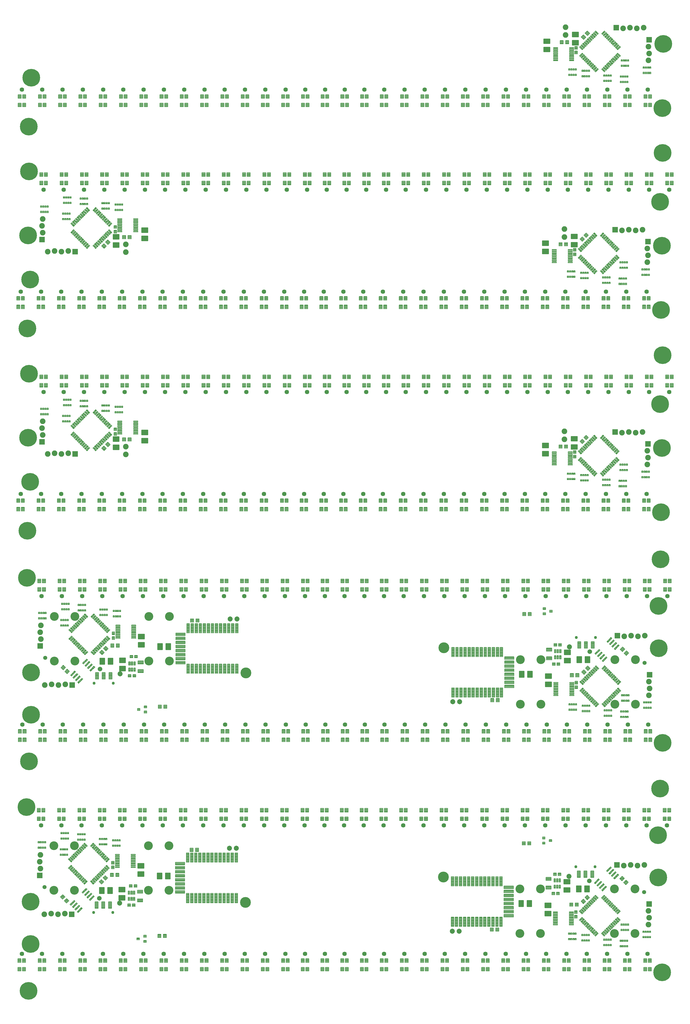
<source format=gbr>
G04 CAM350 V10.1.0 (Build 363) Date:  Mon Oct 03 20:15:31 2011 *
G04 Database: C:\Projects\AniBike Project\Hardware\AniBike V2.7 BT\EagleDIR\AniBike v2.7 BT\Manufacturing\2V8\ANIBIKE_2V8_Rev1.0.cam *
G04 Layer 3: AniBike_v2.8_BT_MainBoard.GTS *
G04 Composite: MASK_TOP *
%FSLAX24Y24*%
%MOIN*%
%SFA1.000B1.000*%

%MIA0B0*%
%IPPOS*%
%ADD72C,0.25800*%
%ADD73C,0.15800*%
%ADD32C,0.00800*%
%ADD57C,0.00830*%
%ADD58C,0.00860*%
%ADD59C,0.12800*%
%ADD60C,0.00810*%
%ADD61C,0.04340*%
%ADD62C,0.00820*%
%ADD63R,0.08200X0.08200*%
%ADD64C,0.08200*%
%ADD65C,0.06400*%
%ADD66C,0.05900*%
%ADD67C,0.07300*%
%ADD68C,0.06710*%
%ADD119R,0.08200X0.08200*%
%LNAniBike_v2.8_BT_MainBoard.GTS*%
%LPD*%
G54D72*
X94779Y32352D03*
X94479Y25532D03*
X2859Y15832D03*
X2279Y29652D03*
G54D73*
X34229Y15762D03*
G54D59*
X20059Y17512D03*
X23059D03*
X9259D03*
X6259D03*
Y24012D03*
X9259D03*
X20059D03*
X23059D03*
G54D61*
X14877Y14272D03*
X12081D03*
G54D119*
X4189Y19692D03*
X8879Y14012D03*
G54D64*
X7879Y14112D03*
X6879Y14012D03*
X5879Y14112D03*
X4879Y14012D03*
X4289Y20692D03*
X4189Y21692D03*
X4289Y22692D03*
G54D65*
X4399Y26972D03*
X7359D03*
X10319D03*
X13279D03*
X16239D03*
X19199D03*
X22159D03*
X25119D03*
X28079D03*
X31039D03*
X33999D03*
X36959D03*
X39919D03*
X42879D03*
X45759D03*
X48639D03*
X51519D03*
X54399D03*
X57279D03*
X60239D03*
X63199D03*
X66159D03*
X69119D03*
X72079D03*
X75039D03*
X77999D03*
X80959D03*
X83919D03*
X86879D03*
X89839D03*
X92799D03*
X95759D03*
G54D66*
X4919Y17972D03*
G54D67*
X15879Y15652D03*
X31919Y23652D03*
X32919D03*
G54D68*
X12919Y16332D03*
G54D72*
X2574Y2858D03*
X2874Y9678D03*
X94494Y19378D03*
X95074Y5558D03*
G54D73*
X63124Y19448D03*
G54D59*
X77294Y17698D03*
X74294D03*
X88094D03*
X91094D03*
Y11198D03*
X88094D03*
X77294D03*
X74294D03*
G54D61*
X82476Y20938D03*
X85272D03*
G54D63*
X93164Y15518D03*
X88474Y21198D03*
G54D64*
X89474Y21098D03*
X90474Y21198D03*
X91474Y21098D03*
X92474Y21198D03*
X93064Y14518D03*
X93164Y13518D03*
X93064Y12518D03*
G54D65*
X92954Y8238D03*
X89994D03*
X87034D03*
X84074D03*
X81114D03*
X78154D03*
X75194D03*
X72234D03*
X69274D03*
X66314D03*
X63354D03*
X60394D03*
X57434D03*
X54474D03*
X51594D03*
X48714D03*
X45834D03*
X42954D03*
X40074D03*
X37114D03*
X34154D03*
X31194D03*
X28234D03*
X25274D03*
X22314D03*
X19354D03*
X16394D03*
X13434D03*
X10474D03*
X7514D03*
X4554D03*
X1594D03*
G54D66*
X92434Y17238D03*
G54D67*
X81474Y19558D03*
X65434Y11558D03*
X64434D03*
G54D68*
X84434Y18878D03*
G54D72*
X94852Y65795D03*
X94552Y58975D03*
X2932Y49275D03*
X2352Y63095D03*
G54D73*
X34302Y49205D03*
G54D59*
X20132Y50955D03*
X23132D03*
X9332D03*
X6332D03*
Y57455D03*
X9332D03*
X20132D03*
X23132D03*
G54D61*
X14950Y47715D03*
X12154D03*
G54D119*
X4262Y53135D03*
X8952Y47455D03*
G54D64*
X7952Y47555D03*
X6952Y47455D03*
X5952Y47555D03*
X4952Y47455D03*
X4362Y54135D03*
X4262Y55135D03*
X4362Y56135D03*
G54D65*
X4472Y60415D03*
X7432D03*
X10392D03*
X13352D03*
X16312D03*
X19272D03*
X22232D03*
X25192D03*
X28152D03*
X31112D03*
X34072D03*
X37032D03*
X39992D03*
X42952D03*
X45832D03*
X48712D03*
X51592D03*
X54472D03*
X57352D03*
X60312D03*
X63272D03*
X66232D03*
X69192D03*
X72152D03*
X75112D03*
X78072D03*
X81032D03*
X83992D03*
X86952D03*
X89912D03*
X92872D03*
X95832D03*
G54D66*
X4992Y51415D03*
G54D67*
X15952Y49095D03*
X31992Y57095D03*
X32992D03*
G54D68*
X12992Y49775D03*
G54D72*
X2647Y36301D03*
X2947Y43121D03*
X94567Y52821D03*
X95147Y39001D03*
G54D73*
X63197Y52891D03*
G54D59*
X77367Y51141D03*
X74367D03*
X88167D03*
X91167D03*
Y44641D03*
X88167D03*
X77367D03*
X74367D03*
G54D61*
X82549Y54381D03*
X85345D03*
G54D63*
X93237Y48961D03*
X88547Y54641D03*
G54D64*
X89547Y54541D03*
X90547Y54641D03*
X91547Y54541D03*
X92547Y54641D03*
X93137Y47961D03*
X93237Y46961D03*
X93137Y45961D03*
G54D65*
X93027Y41681D03*
X90067D03*
X87107D03*
X84147D03*
X81187D03*
X78227D03*
X75267D03*
X72307D03*
X69347D03*
X66387D03*
X63427D03*
X60467D03*
X57507D03*
X54547D03*
X51667D03*
X48787D03*
X45907D03*
X43027D03*
X40147D03*
X37187D03*
X34227D03*
X31267D03*
X28307D03*
X25347D03*
X22387D03*
X19427D03*
X16467D03*
X13507D03*
X10547D03*
X7587D03*
X4627D03*
X1667D03*
G54D66*
X92507Y50681D03*
G54D67*
X81547Y53001D03*
X65507Y45001D03*
X64507D03*
G54D68*
X84507Y52321D03*
G54D32*
X13523Y20723D02*
G01X13385Y20585D01*
X13523Y20723D02*
G01X13939Y20307D01*
X13801Y20169*
X13385Y20585*
X13444Y20644D02*
G01X13602D01*
X13681Y20565D02*
G01X13405D01*
X13484Y20486D02*
G01X13760D01*
X13839Y20407D02*
G01X13563D01*
X13642Y20328D02*
G01X13918D01*
X13881Y20249D02*
G01X13721D01*
X13800Y20170D02*
G01X13802D01*
X13300Y20500D02*
G01X13162Y20362D01*
X13300Y20500D02*
G01X13716Y20084D01*
X13578Y19946*
X13162Y20362*
X13221Y20421D02*
G01X13379D01*
X13458Y20342D02*
G01X13182D01*
X13261Y20263D02*
G01X13537D01*
X13616Y20184D02*
G01X13340D01*
X13419Y20105D02*
G01X13695D01*
X13658Y20026D02*
G01X13498D01*
X13577Y19947D02*
G01X13579D01*
X13077Y20277D02*
G01X12939Y20139D01*
X13077Y20277D02*
G01X13493Y19861D01*
X13355Y19723*
X12939Y20139*
X12998Y20198D02*
G01X13156D01*
X13235Y20119D02*
G01X12959D01*
X13038Y20040D02*
G01X13314D01*
X13393Y19961D02*
G01X13117D01*
X13196Y19882D02*
G01X13472D01*
X13435Y19803D02*
G01X13275D01*
X13354Y19724D02*
G01X13356D01*
X12855Y20055D02*
G01X12717Y19917D01*
X12855Y20055D02*
G01X13271Y19639D01*
X13133Y19501*
X12717Y19917*
X12776Y19976D02*
G01X12934D01*
X13013Y19897D02*
G01X12737D01*
X12816Y19818D02*
G01X13092D01*
X13171Y19739D02*
G01X12895D01*
X12974Y19660D02*
G01X13250D01*
X13213Y19581D02*
G01X13053D01*
X13132Y19502D02*
G01X13134D01*
X12632Y19832D02*
G01X12494Y19694D01*
X12632Y19832D02*
G01X13048Y19416D01*
X12910Y19278*
X12494Y19694*
X12553Y19753D02*
G01X12711D01*
X12790Y19674D02*
G01X12514D01*
X12593Y19595D02*
G01X12869D01*
X12948Y19516D02*
G01X12672D01*
X12751Y19437D02*
G01X13027D01*
X12990Y19358D02*
G01X12830D01*
X12909Y19279D02*
G01X12911D01*
X12409Y19609D02*
G01X12271Y19471D01*
X12409Y19609D02*
G01X12825Y19193D01*
X12687Y19055*
X12271Y19471*
X12330Y19530D02*
G01X12488D01*
X12567Y19451D02*
G01X12291D01*
X12370Y19372D02*
G01X12646D01*
X12725Y19293D02*
G01X12449D01*
X12528Y19214D02*
G01X12804D01*
X12767Y19135D02*
G01X12607D01*
X12686Y19056D02*
G01X12688D01*
X12186Y19387D02*
G01X12048Y19249D01*
X12186Y19387D02*
G01X12602Y18971D01*
X12464Y18833*
X12048Y19249*
X12107Y19308D02*
G01X12265D01*
X12344Y19229D02*
G01X12068D01*
X12147Y19150D02*
G01X12423D01*
X12502Y19071D02*
G01X12226D01*
X12305Y18992D02*
G01X12581D01*
X12544Y18913D02*
G01X12384D01*
X12463Y18834D02*
G01X12465D01*
X11964Y19164D02*
G01X11826Y19026D01*
X11964Y19164D02*
G01X12380Y18748D01*
X12242Y18610*
X11826Y19026*
X11885Y19085D02*
G01X12043D01*
X12122Y19006D02*
G01X11846D01*
X11925Y18927D02*
G01X12201D01*
X12280Y18848D02*
G01X12004D01*
X12083Y18769D02*
G01X12359D01*
X12322Y18690D02*
G01X12162D01*
X12241Y18611D02*
G01X12243D01*
X11741Y18941D02*
G01X11603Y18803D01*
X11741Y18941D02*
G01X12157Y18525D01*
X12019Y18387*
X11603Y18803*
X11662Y18862D02*
G01X11820D01*
X11899Y18783D02*
G01X11623D01*
X11702Y18704D02*
G01X11978D01*
X12057Y18625D02*
G01X11781D01*
X11860Y18546D02*
G01X12136D01*
X12099Y18467D02*
G01X11939D01*
X12018Y18388D02*
G01X12020D01*
X11017Y18941D02*
G01X10601Y18525D01*
X11017Y18941D02*
G01X11155Y18803D01*
X10739Y18387*
X10601Y18525*
X10938Y18862D02*
G01X11096D01*
X11135Y18783D02*
G01X10859D01*
X10780Y18704D02*
G01X11056D01*
X10977Y18625D02*
G01X10701D01*
X10622Y18546D02*
G01X10898D01*
X10819Y18467D02*
G01X10659D01*
X10738Y18388D02*
G01X10740D01*
X10378Y18748D02*
G01X10794Y19164D01*
X10932Y19026*
X10516Y18610*
X10378Y18748*
X10715Y19085D02*
G01X10873D01*
X10912Y19006D02*
G01X10636D01*
X10557Y18927D02*
G01X10833D01*
X10754Y18848D02*
G01X10478D01*
X10399Y18769D02*
G01X10675D01*
X10596Y18690D02*
G01X10436D01*
X10515Y18611D02*
G01X10517D01*
X10155Y18971D02*
G01X10571Y19387D01*
X10709Y19249*
X10293Y18833*
X10155Y18971*
X10492Y19308D02*
G01X10650D01*
X10689Y19229D02*
G01X10413D01*
X10334Y19150D02*
G01X10610D01*
X10531Y19071D02*
G01X10255D01*
X10176Y18992D02*
G01X10452D01*
X10373Y18913D02*
G01X10213D01*
X10292Y18834D02*
G01X10294D01*
X9933Y19193D02*
G01X10349Y19609D01*
X10487Y19471*
X10071Y19055*
X9933Y19193*
X10270Y19530D02*
G01X10428D01*
X10467Y19451D02*
G01X10191D01*
X10112Y19372D02*
G01X10388D01*
X10309Y19293D02*
G01X10033D01*
X9954Y19214D02*
G01X10230D01*
X10151Y19135D02*
G01X9991D01*
X10070Y19056D02*
G01X10072D01*
X9710Y19416D02*
G01X10126Y19832D01*
X10264Y19694*
X9848Y19278*
X9710Y19416*
X10047Y19753D02*
G01X10205D01*
X10244Y19674D02*
G01X9968D01*
X9889Y19595D02*
G01X10165D01*
X10086Y19516D02*
G01X9810D01*
X9731Y19437D02*
G01X10007D01*
X9928Y19358D02*
G01X9768D01*
X9847Y19279D02*
G01X9849D01*
X9487Y19639D02*
G01X9903Y20055D01*
X10041Y19917*
X9625Y19501*
X9487Y19639*
X9824Y19976D02*
G01X9982D01*
X10021Y19897D02*
G01X9745D01*
X9666Y19818D02*
G01X9942D01*
X9863Y19739D02*
G01X9587D01*
X9508Y19660D02*
G01X9784D01*
X9705Y19581D02*
G01X9545D01*
X9624Y19502D02*
G01X9626D01*
X9265Y19861D02*
G01X9681Y20277D01*
X9819Y20139*
X9403Y19723*
X9265Y19861*
X9602Y20198D02*
G01X9760D01*
X9799Y20119D02*
G01X9523D01*
X9444Y20040D02*
G01X9720D01*
X9641Y19961D02*
G01X9365D01*
X9286Y19882D02*
G01X9562D01*
X9483Y19803D02*
G01X9323D01*
X9402Y19724D02*
G01X9404D01*
X9042Y20084D02*
G01X9458Y20500D01*
X9596Y20362*
X9180Y19946*
X9042Y20084*
X9379Y20421D02*
G01X9537D01*
X9576Y20342D02*
G01X9300D01*
X9221Y20263D02*
G01X9497D01*
X9418Y20184D02*
G01X9142D01*
X9063Y20105D02*
G01X9339D01*
X9260Y20026D02*
G01X9100D01*
X9179Y19947D02*
G01X9181D01*
X8819Y20307D02*
G01X9235Y20723D01*
X9373Y20585*
X8957Y20169*
X8819Y20307*
X9156Y20644D02*
G01X9314D01*
X9353Y20565D02*
G01X9077D01*
X8998Y20486D02*
G01X9274D01*
X9195Y20407D02*
G01X8919D01*
X8840Y20328D02*
G01X9116D01*
X9037Y20249D02*
G01X8877D01*
X8956Y20170D02*
G01X8958D01*
X8596Y20530D02*
G01X9012Y20946D01*
X9150Y20808*
X8734Y20392*
X8596Y20530*
X8933Y20867D02*
G01X9091D01*
X9130Y20788D02*
G01X8854D01*
X8775Y20709D02*
G01X9051D01*
X8972Y20630D02*
G01X8696D01*
X8617Y20551D02*
G01X8893D01*
X8814Y20472D02*
G01X8654D01*
X8733Y20393D02*
G01X8735D01*
X8374Y20752D02*
G01X8790Y21168D01*
X8928Y21030*
X8512Y20614*
X8374Y20752*
X8711Y21089D02*
G01X8869D01*
X8908Y21010D02*
G01X8632D01*
X8553Y20931D02*
G01X8829D01*
X8750Y20852D02*
G01X8474D01*
X8395Y20773D02*
G01X8671D01*
X8592Y20694D02*
G01X8432D01*
X8511Y20615D02*
G01X8513D01*
X8374Y22032D02*
G01X8512Y22170D01*
X8928Y21754*
X8790Y21616*
X8374Y22032*
X8433Y22091D02*
G01X8591D01*
X8670Y22012D02*
G01X8394D01*
X8473Y21933D02*
G01X8749D01*
X8828Y21854D02*
G01X8552D01*
X8631Y21775D02*
G01X8907D01*
X8870Y21696D02*
G01X8710D01*
X8789Y21617D02*
G01X8791D01*
X8596Y22255D02*
G01X8734Y22393D01*
X9150Y21977*
X9012Y21839*
X8596Y22255*
X8655Y22314D02*
G01X8813D01*
X8892Y22235D02*
G01X8616D01*
X8695Y22156D02*
G01X8971D01*
X9050Y22077D02*
G01X8774D01*
X8853Y21998D02*
G01X9129D01*
X9092Y21919D02*
G01X8932D01*
X9011Y21840D02*
G01X9013D01*
X8819Y22478D02*
G01X8957Y22616D01*
X9373Y22200*
X9235Y22062*
X8819Y22478*
X8878Y22537D02*
G01X9036D01*
X9115Y22458D02*
G01X8839D01*
X8918Y22379D02*
G01X9194D01*
X9273Y22300D02*
G01X8997D01*
X9076Y22221D02*
G01X9352D01*
X9315Y22142D02*
G01X9155D01*
X9234Y22063D02*
G01X9236D01*
X9042Y22701D02*
G01X9180Y22839D01*
X9596Y22423*
X9458Y22285*
X9042Y22701*
X9101Y22760D02*
G01X9259D01*
X9338Y22681D02*
G01X9062D01*
X9141Y22602D02*
G01X9417D01*
X9496Y22523D02*
G01X9220D01*
X9299Y22444D02*
G01X9575D01*
X9538Y22365D02*
G01X9378D01*
X9457Y22286D02*
G01X9459D01*
X9265Y22923D02*
G01X9403Y23061D01*
X9819Y22645*
X9681Y22507*
X9265Y22923*
X9324Y22982D02*
G01X9482D01*
X9561Y22903D02*
G01X9285D01*
X9364Y22824D02*
G01X9640D01*
X9719Y22745D02*
G01X9443D01*
X9522Y22666D02*
G01X9798D01*
X9761Y22587D02*
G01X9601D01*
X9680Y22508D02*
G01X9682D01*
X9487Y23146D02*
G01X9625Y23284D01*
X10041Y22868*
X9903Y22730*
X9487Y23146*
X9546Y23205D02*
G01X9704D01*
X9783Y23126D02*
G01X9507D01*
X9586Y23047D02*
G01X9862D01*
X9941Y22968D02*
G01X9665D01*
X9744Y22889D02*
G01X10020D01*
X9983Y22810D02*
G01X9823D01*
X9902Y22731D02*
G01X9904D01*
X9710Y23369D02*
G01X9848Y23507D01*
X10264Y23091*
X10126Y22953*
X9710Y23369*
X9769Y23428D02*
G01X9927D01*
X10006Y23349D02*
G01X9730D01*
X9809Y23270D02*
G01X10085D01*
X10164Y23191D02*
G01X9888D01*
X9967Y23112D02*
G01X10243D01*
X10206Y23033D02*
G01X10046D01*
X10125Y22954D02*
G01X10127D01*
X9933Y23591D02*
G01X10071Y23729D01*
X10487Y23313*
X10349Y23175*
X9933Y23591*
X9992Y23650D02*
G01X10150D01*
X10229Y23571D02*
G01X9953D01*
X10032Y23492D02*
G01X10308D01*
X10387Y23413D02*
G01X10111D01*
X10190Y23334D02*
G01X10466D01*
X10429Y23255D02*
G01X10269D01*
X10348Y23176D02*
G01X10350D01*
X10155Y23814D02*
G01X10293Y23952D01*
X10709Y23536*
X10571Y23398*
X10155Y23814*
X10214Y23873D02*
G01X10372D01*
X10451Y23794D02*
G01X10175D01*
X10254Y23715D02*
G01X10530D01*
X10609Y23636D02*
G01X10333D01*
X10412Y23557D02*
G01X10688D01*
X10651Y23478D02*
G01X10491D01*
X10570Y23399D02*
G01X10572D01*
X10378Y24037D02*
G01X10516Y24175D01*
X10932Y23759*
X10794Y23621*
X10378Y24037*
X10437Y24096D02*
G01X10595D01*
X10674Y24017D02*
G01X10398D01*
X10477Y23938D02*
G01X10753D01*
X10832Y23859D02*
G01X10556D01*
X10635Y23780D02*
G01X10911D01*
X10874Y23701D02*
G01X10714D01*
X10793Y23622D02*
G01X10795D01*
X11826Y23759D02*
G01X12242Y24175D01*
X12380Y24037*
X11964Y23621*
X11826Y23759*
X12163Y24096D02*
G01X12321D01*
X12360Y24017D02*
G01X12084D01*
X12005Y23938D02*
G01X12281D01*
X12202Y23859D02*
G01X11926D01*
X11847Y23780D02*
G01X12123D01*
X12044Y23701D02*
G01X11884D01*
X11963Y23622D02*
G01X11965D01*
X12048Y23536D02*
G01X12464Y23952D01*
X12602Y23814*
X12186Y23398*
X12048Y23536*
X12385Y23873D02*
G01X12543D01*
X12582Y23794D02*
G01X12306D01*
X12227Y23715D02*
G01X12503D01*
X12424Y23636D02*
G01X12148D01*
X12069Y23557D02*
G01X12345D01*
X12266Y23478D02*
G01X12106D01*
X12185Y23399D02*
G01X12187D01*
X12271Y23313D02*
G01X12687Y23729D01*
X12825Y23591*
X12409Y23175*
X12271Y23313*
X12608Y23650D02*
G01X12766D01*
X12805Y23571D02*
G01X12529D01*
X12450Y23492D02*
G01X12726D01*
X12647Y23413D02*
G01X12371D01*
X12292Y23334D02*
G01X12568D01*
X12489Y23255D02*
G01X12329D01*
X12408Y23176D02*
G01X12410D01*
X12494Y23091D02*
G01X12910Y23507D01*
X13048Y23369*
X12632Y22953*
X12494Y23091*
X12831Y23428D02*
G01X12989D01*
X13028Y23349D02*
G01X12752D01*
X12673Y23270D02*
G01X12949D01*
X12870Y23191D02*
G01X12594D01*
X12515Y23112D02*
G01X12791D01*
X12712Y23033D02*
G01X12552D01*
X12631Y22954D02*
G01X12633D01*
X12717Y22868D02*
G01X13133Y23284D01*
X13271Y23146*
X12855Y22730*
X12717Y22868*
X13054Y23205D02*
G01X13212D01*
X13251Y23126D02*
G01X12975D01*
X12896Y23047D02*
G01X13172D01*
X13093Y22968D02*
G01X12817D01*
X12738Y22889D02*
G01X13014D01*
X12935Y22810D02*
G01X12775D01*
X12854Y22731D02*
G01X12856D01*
X12939Y22645D02*
G01X13355Y23061D01*
X13493Y22923*
X13077Y22507*
X12939Y22645*
X13276Y22982D02*
G01X13434D01*
X13473Y22903D02*
G01X13197D01*
X13118Y22824D02*
G01X13394D01*
X13315Y22745D02*
G01X13039D01*
X12960Y22666D02*
G01X13236D01*
X13157Y22587D02*
G01X12997D01*
X13076Y22508D02*
G01X13078D01*
X13162Y22423D02*
G01X13578Y22839D01*
X13716Y22701*
X13300Y22285*
X13162Y22423*
X13499Y22760D02*
G01X13657D01*
X13696Y22681D02*
G01X13420D01*
X13341Y22602D02*
G01X13617D01*
X13538Y22523D02*
G01X13262D01*
X13183Y22444D02*
G01X13459D01*
X13380Y22365D02*
G01X13220D01*
X13299Y22286D02*
G01X13301D01*
X13385Y22200D02*
G01X13801Y22616D01*
X13939Y22478*
X13523Y22062*
X13385Y22200*
X13722Y22537D02*
G01X13880D01*
X13919Y22458D02*
G01X13643D01*
X13564Y22379D02*
G01X13840D01*
X13761Y22300D02*
G01X13485D01*
X13406Y22221D02*
G01X13682D01*
X13603Y22142D02*
G01X13443D01*
X13522Y22063D02*
G01X13524D01*
X13607Y21977D02*
G01X14023Y22393D01*
X14161Y22255*
X13745Y21839*
X13607Y21977*
X13944Y22314D02*
G01X14102D01*
X14141Y22235D02*
G01X13865D01*
X13786Y22156D02*
G01X14062D01*
X13983Y22077D02*
G01X13707D01*
X13628Y21998D02*
G01X13904D01*
X13825Y21919D02*
G01X13665D01*
X13744Y21840D02*
G01X13746D01*
X13830Y21754D02*
G01X14246Y22170D01*
X14384Y22032*
X13968Y21616*
X13830Y21754*
X14167Y22091D02*
G01X14325D01*
X14364Y22012D02*
G01X14088D01*
X14009Y21933D02*
G01X14285D01*
X14206Y21854D02*
G01X13930D01*
X13851Y21775D02*
G01X14127D01*
X14048Y21696D02*
G01X13888D01*
X13967Y21617D02*
G01X13969D01*
X13968Y21168D02*
G01X13830Y21030D01*
X13968Y21168D02*
G01X14384Y20752D01*
X14246Y20614*
X13830Y21030*
X13889Y21089D02*
G01X14047D01*
X14126Y21010D02*
G01X13850D01*
X13929Y20931D02*
G01X14205D01*
X14284Y20852D02*
G01X14008D01*
X14087Y20773D02*
G01X14363D01*
X14326Y20694D02*
G01X14166D01*
X14245Y20615D02*
G01X14247D01*
X13745Y20946D02*
G01X13607Y20808D01*
X13745Y20946D02*
G01X14161Y20530D01*
X14023Y20392*
X13607Y20808*
X13666Y20867D02*
G01X13824D01*
X13903Y20788D02*
G01X13627D01*
X13706Y20709D02*
G01X13982D01*
X14061Y20630D02*
G01X13785D01*
X13864Y20551D02*
G01X14140D01*
X14103Y20472D02*
G01X13943D01*
X14022Y20393D02*
G01X14024D01*
X10511Y17066D02*
G01X10372Y17205D01*
X10983Y17816*
X11122Y17677*
X10511Y17066*
X10904Y17737D02*
G01X11062D01*
X11103Y17658D02*
G01X10825D01*
X10746Y17579D02*
G01X11024D01*
X10945Y17500D02*
G01X10667D01*
X10588Y17421D02*
G01X10866D01*
X10787Y17342D02*
G01X10509D01*
X10430Y17263D02*
G01X10708D01*
X10629Y17184D02*
G01X10393D01*
X10472Y17105D02*
G01X10550D01*
X10725Y16851D02*
G01X10864Y16712D01*
X10725Y16851D02*
G01X11336Y17462D01*
X11475Y17323*
X10864Y16712*
X11257Y17383D02*
G01X11415D01*
X11456Y17304D02*
G01X11178D01*
X11099Y17225D02*
G01X11377D01*
X11298Y17146D02*
G01X11020D01*
X10941Y17067D02*
G01X11219D01*
X11140Y16988D02*
G01X10862D01*
X10783Y16909D02*
G01X11061D01*
X10982Y16830D02*
G01X10746D01*
X10825Y16751D02*
G01X10903D01*
X11079Y16498D02*
G01X11218Y16359D01*
X11079Y16498D02*
G01X11690Y17109D01*
X11829Y16970*
X11218Y16359*
X11611Y17030D02*
G01X11769D01*
X11810Y16951D02*
G01X11532D01*
X11453Y16872D02*
G01X11731D01*
X11652Y16793D02*
G01X11374D01*
X11295Y16714D02*
G01X11573D01*
X11494Y16635D02*
G01X11216D01*
X11137Y16556D02*
G01X11415D01*
X11336Y16477D02*
G01X11100D01*
X11179Y16398D02*
G01X11257D01*
X11432Y16144D02*
G01X11571Y16005D01*
X11432Y16144D02*
G01X12043Y16755D01*
X12182Y16616*
X11571Y16005*
X11964Y16676D02*
G01X12122D01*
X12163Y16597D02*
G01X11885D01*
X11806Y16518D02*
G01X12084D01*
X12005Y16439D02*
G01X11727D01*
X11648Y16360D02*
G01X11926D01*
X11847Y16281D02*
G01X11569D01*
X11490Y16202D02*
G01X11768D01*
X11689Y16123D02*
G01X11453D01*
X11532Y16044D02*
G01X11610D01*
X8755Y15310D02*
G01X8616Y15449D01*
X9227Y16060*
X9366Y15921*
X8755Y15310*
X9148Y15981D02*
G01X9306D01*
X9347Y15902D02*
G01X9069D01*
X8990Y15823D02*
G01X9268D01*
X9189Y15744D02*
G01X8911D01*
X8832Y15665D02*
G01X9110D01*
X9031Y15586D02*
G01X8753D01*
X8674Y15507D02*
G01X8952D01*
X8873Y15428D02*
G01X8637D01*
X8716Y15349D02*
G01X8794D01*
X8966Y15098D02*
G01X9105Y14959D01*
X8966Y15098D02*
G01X9577Y15709D01*
X9716Y15570*
X9105Y14959*
X9498Y15630D02*
G01X9656D01*
X9697Y15551D02*
G01X9419D01*
X9340Y15472D02*
G01X9618D01*
X9539Y15393D02*
G01X9261D01*
X9182Y15314D02*
G01X9460D01*
X9381Y15235D02*
G01X9103D01*
X9024Y15156D02*
G01X9302D01*
X9223Y15077D02*
G01X8987D01*
X9066Y14998D02*
G01X9144D01*
X9320Y14744D02*
G01X9459Y14605D01*
X9320Y14744D02*
G01X9931Y15355D01*
X10070Y15216*
X9459Y14605*
X9852Y15276D02*
G01X10010D01*
X10051Y15197D02*
G01X9773D01*
X9694Y15118D02*
G01X9972D01*
X9893Y15039D02*
G01X9615D01*
X9536Y14960D02*
G01X9814D01*
X9735Y14881D02*
G01X9457D01*
X9378Y14802D02*
G01X9656D01*
X9577Y14723D02*
G01X9341D01*
X9420Y14644D02*
G01X9498D01*
X9673Y14391D02*
G01X9812Y14252D01*
X9673Y14391D02*
G01X10284Y15002D01*
X10423Y14863*
X9812Y14252*
X10205Y14923D02*
G01X10363D01*
X10404Y14844D02*
G01X10126D01*
X10047Y14765D02*
G01X10325D01*
X10246Y14686D02*
G01X9968D01*
X9889Y14607D02*
G01X10167D01*
X10088Y14528D02*
G01X9810D01*
X9731Y14449D02*
G01X10009D01*
X9930Y14370D02*
G01X9694D01*
X9773Y14291D02*
G01X9851D01*
X10601Y24260D02*
G01X10739Y24398D01*
X11155Y23982*
X11017Y23844*
X10601Y24260*
X10660Y24319D02*
G01X10818D01*
X10897Y24240D02*
G01X10621D01*
X10700Y24161D02*
G01X10976D01*
X11055Y24082D02*
G01X10779D01*
X10858Y24003D02*
G01X11134D01*
X11097Y23924D02*
G01X10937D01*
X11016Y23845D02*
G01X11018D01*
X11603Y23982D02*
G01X12019Y24398D01*
X12157Y24260*
X11741Y23844*
X11603Y23982*
X11940Y24319D02*
G01X12098D01*
X12137Y24240D02*
G01X11861D01*
X11782Y24161D02*
G01X12058D01*
X11979Y24082D02*
G01X11703D01*
X11624Y24003D02*
G01X11900D01*
X11821Y23924D02*
G01X11661D01*
X11740Y23845D02*
G01X11742D01*
G54D57*
X26124Y23667D02*
G01X26594D01*
Y23157*
X26124*
Y23667*
Y23585D02*
G01X26594D01*
Y23503D02*
G01X26124D01*
Y23421D02*
G01X26594D01*
Y23339D02*
G01X26124D01*
Y23257D02*
G01X26594D01*
Y23175D02*
G01X26124D01*
X26924Y23667D02*
G01X27394D01*
Y23157*
X26924*
Y23667*
Y23585D02*
G01X27394D01*
Y23503D02*
G01X26924D01*
Y23421D02*
G01X27394D01*
Y23339D02*
G01X26924D01*
Y23257D02*
G01X27394D01*
Y23175D02*
G01X26924D01*
X15774Y20027D02*
G01X15304D01*
X15774D02*
G01Y19517D01*
X15304*
Y20027*
Y19945D02*
G01X15774D01*
Y19863D02*
G01X15304D01*
Y19781D02*
G01X15774D01*
Y19699D02*
G01X15304D01*
Y19617D02*
G01X15774D01*
Y19535D02*
G01X15304D01*
X14974Y20027D02*
G01X14504D01*
X14974D02*
G01Y19517D01*
X14504*
Y20027*
Y19945D02*
G01X14974D01*
Y19863D02*
G01X14504D01*
Y19781D02*
G01X14974D01*
Y19699D02*
G01X14504D01*
Y19617D02*
G01X14974D01*
Y19535D02*
G01X14504D01*
X14128Y19301D02*
G01X13796Y18969D01*
X13436Y19329*
X13768Y19661*
X14128Y19301*
X13850Y19579D02*
G01X13686D01*
X13604Y19497D02*
G01X13932D01*
X14014Y19415D02*
G01X13522D01*
X13440Y19333D02*
G01X14096D01*
X14078Y19251D02*
G01X13514D01*
X13596Y19169D02*
G01X13996D01*
X13914Y19087D02*
G01X13678D01*
X13760Y19005D02*
G01X13832D01*
X13562Y18735D02*
G01X13230Y18403D01*
X12870Y18763*
X13202Y19095*
X13562Y18735*
X13284Y19013D02*
G01X13120D01*
X13038Y18931D02*
G01X13366D01*
X13448Y18849D02*
G01X12956D01*
X12874Y18767D02*
G01X13530D01*
X13512Y18685D02*
G01X12948D01*
X13030Y18603D02*
G01X13430D01*
X13348Y18521D02*
G01X13112D01*
X13194Y18439D02*
G01X13266D01*
X19251Y17537D02*
G01Y17067D01*
X18467*
Y17537*
X19251*
Y17455D02*
G01X18467D01*
Y17373D02*
G01X19251D01*
Y17291D02*
G01X18467D01*
Y17209D02*
G01X19251D01*
Y17127D02*
G01X18467D01*
X19251Y16277D02*
G01Y15807D01*
X18467*
Y16277*
X19251*
Y16195D02*
G01X18467D01*
Y16113D02*
G01X19251D01*
Y16031D02*
G01X18467D01*
Y15949D02*
G01X19251D01*
Y15867D02*
G01X18467D01*
X14698Y14864D02*
G01X14228D01*
Y15846*
X14698*
Y14864*
Y15764D02*
G01X14228D01*
Y15682D02*
G01X14698D01*
Y15600D02*
G01X14228D01*
Y15518D02*
G01X14698D01*
Y15436D02*
G01X14228D01*
Y15354D02*
G01X14698D01*
Y15272D02*
G01X14228D01*
Y15190D02*
G01X14698D01*
Y15108D02*
G01X14228D01*
Y15026D02*
G01X14698D01*
Y14944D02*
G01X14228D01*
X13714Y14864D02*
G01X13244D01*
Y15846*
X13714*
Y14864*
Y15764D02*
G01X13244D01*
Y15682D02*
G01X13714D01*
Y15600D02*
G01X13244D01*
Y15518D02*
G01X13714D01*
Y15436D02*
G01X13244D01*
Y15354D02*
G01X13714D01*
Y15272D02*
G01X13244D01*
Y15190D02*
G01X13714D01*
Y15108D02*
G01X13244D01*
Y15026D02*
G01X13714D01*
Y14944D02*
G01X13244D01*
X12730Y14864D02*
G01X12260D01*
Y15846*
X12730*
Y14864*
Y15764D02*
G01X12260D01*
Y15682D02*
G01X12730D01*
Y15600D02*
G01X12260D01*
Y15518D02*
G01X12730D01*
Y15436D02*
G01X12260D01*
Y15354D02*
G01X12730D01*
Y15272D02*
G01X12260D01*
Y15190D02*
G01X12730D01*
Y15108D02*
G01X12260D01*
Y15026D02*
G01X12730D01*
Y14944D02*
G01X12260D01*
X8118Y15633D02*
G01X7786Y15965D01*
X8146Y16325*
X8478Y15993*
X8118Y15633*
X8064Y16243D02*
G01X8228D01*
X8310Y16161D02*
G01X7982D01*
X7900Y16079D02*
G01X8392D01*
X8474Y15997D02*
G01X7818D01*
X7836Y15915D02*
G01X8400D01*
X8318Y15833D02*
G01X7918D01*
X8000Y15751D02*
G01X8236D01*
X8154Y15669D02*
G01X8082D01*
X7552Y16199D02*
G01X7220Y16531D01*
X7580Y16891*
X7912Y16559*
X7552Y16199*
X7498Y16809D02*
G01X7662D01*
X7744Y16727D02*
G01X7416D01*
X7334Y16645D02*
G01X7826D01*
X7908Y16563D02*
G01X7252D01*
X7270Y16481D02*
G01X7834D01*
X7752Y16399D02*
G01X7352D01*
X7434Y16317D02*
G01X7670D01*
X7588Y16235D02*
G01X7516D01*
X7474Y28226D02*
G01X7944D01*
Y27678*
X7474*
Y28226*
Y28144D02*
G01X7944D01*
Y28062D02*
G01X7474D01*
Y27980D02*
G01X7944D01*
Y27898D02*
G01X7474D01*
Y27816D02*
G01X7944D01*
Y27734D02*
G01X7474D01*
X7274Y28226D02*
G01X6804D01*
X7274D02*
G01Y27678D01*
X6804*
Y28226*
Y28144D02*
G01X7274D01*
Y28062D02*
G01X6804D01*
Y27980D02*
G01X7274D01*
Y27898D02*
G01X6804D01*
Y27816D02*
G01X7274D01*
Y27734D02*
G01X6804D01*
X4984Y28226D02*
G01X4514D01*
X4984D02*
G01Y27678D01*
X4514*
Y28226*
Y28144D02*
G01X4984D01*
Y28062D02*
G01X4514D01*
Y27980D02*
G01X4984D01*
Y27898D02*
G01X4514D01*
Y27816D02*
G01X4984D01*
Y27734D02*
G01X4514D01*
X4314Y28226D02*
G01X3844D01*
X4314D02*
G01Y27678D01*
X3844*
Y28226*
Y28144D02*
G01X4314D01*
Y28062D02*
G01X3844D01*
Y27980D02*
G01X4314D01*
Y27898D02*
G01X3844D01*
Y27816D02*
G01X4314D01*
Y27734D02*
G01X3844D01*
Y29466D02*
G01X4314D01*
Y28918*
X3844*
Y29466*
Y29384D02*
G01X4314D01*
Y29302D02*
G01X3844D01*
Y29220D02*
G01X4314D01*
Y29138D02*
G01X3844D01*
Y29056D02*
G01X4314D01*
Y28974D02*
G01X3844D01*
X4514Y29466D02*
G01X4984D01*
Y28918*
X4514*
Y29466*
Y29384D02*
G01X4984D01*
Y29302D02*
G01X4514D01*
Y29220D02*
G01X4984D01*
Y29138D02*
G01X4514D01*
Y29056D02*
G01X4984D01*
Y28974D02*
G01X4514D01*
X6804Y29466D02*
G01X7274D01*
Y28918*
X6804*
Y29466*
Y29384D02*
G01X7274D01*
Y29302D02*
G01X6804D01*
Y29220D02*
G01X7274D01*
Y29138D02*
G01X6804D01*
Y29056D02*
G01X7274D01*
Y28974D02*
G01X6804D01*
X7474Y29466D02*
G01X7944D01*
Y28918*
X7474*
Y29466*
Y29384D02*
G01X7944D01*
Y29302D02*
G01X7474D01*
Y29220D02*
G01X7944D01*
Y29138D02*
G01X7474D01*
Y29056D02*
G01X7944D01*
Y28974D02*
G01X7474D01*
X9764Y29466D02*
G01X10234D01*
Y28918*
X9764*
Y29466*
Y29384D02*
G01X10234D01*
Y29302D02*
G01X9764D01*
Y29220D02*
G01X10234D01*
Y29138D02*
G01X9764D01*
Y29056D02*
G01X10234D01*
Y28974D02*
G01X9764D01*
X10434Y29466D02*
G01X10904D01*
Y28918*
X10434*
Y29466*
Y29384D02*
G01X10904D01*
Y29302D02*
G01X10434D01*
Y29220D02*
G01X10904D01*
Y29138D02*
G01X10434D01*
Y29056D02*
G01X10904D01*
Y28974D02*
G01X10434D01*
X12724Y29466D02*
G01X13194D01*
Y28918*
X12724*
Y29466*
Y29384D02*
G01X13194D01*
Y29302D02*
G01X12724D01*
Y29220D02*
G01X13194D01*
Y29138D02*
G01X12724D01*
Y29056D02*
G01X13194D01*
Y28974D02*
G01X12724D01*
X13394Y29466D02*
G01X13864D01*
Y28918*
X13394*
Y29466*
Y29384D02*
G01X13864D01*
Y29302D02*
G01X13394D01*
Y29220D02*
G01X13864D01*
Y29138D02*
G01X13394D01*
Y29056D02*
G01X13864D01*
Y28974D02*
G01X13394D01*
X15684Y29466D02*
G01X16154D01*
Y28918*
X15684*
Y29466*
Y29384D02*
G01X16154D01*
Y29302D02*
G01X15684D01*
Y29220D02*
G01X16154D01*
Y29138D02*
G01X15684D01*
Y29056D02*
G01X16154D01*
Y28974D02*
G01X15684D01*
X16354Y29466D02*
G01X16824D01*
Y28918*
X16354*
Y29466*
Y29384D02*
G01X16824D01*
Y29302D02*
G01X16354D01*
Y29220D02*
G01X16824D01*
Y29138D02*
G01X16354D01*
Y29056D02*
G01X16824D01*
Y28974D02*
G01X16354D01*
X18644Y29466D02*
G01X19114D01*
Y28918*
X18644*
Y29466*
Y29384D02*
G01X19114D01*
Y29302D02*
G01X18644D01*
Y29220D02*
G01X19114D01*
Y29138D02*
G01X18644D01*
Y29056D02*
G01X19114D01*
Y28974D02*
G01X18644D01*
X19314Y29466D02*
G01X19784D01*
Y28918*
X19314*
Y29466*
Y29384D02*
G01X19784D01*
Y29302D02*
G01X19314D01*
Y29220D02*
G01X19784D01*
Y29138D02*
G01X19314D01*
Y29056D02*
G01X19784D01*
Y28974D02*
G01X19314D01*
X21604Y29466D02*
G01X22074D01*
Y28918*
X21604*
Y29466*
Y29384D02*
G01X22074D01*
Y29302D02*
G01X21604D01*
Y29220D02*
G01X22074D01*
Y29138D02*
G01X21604D01*
Y29056D02*
G01X22074D01*
Y28974D02*
G01X21604D01*
X22274Y29466D02*
G01X22744D01*
Y28918*
X22274*
Y29466*
Y29384D02*
G01X22744D01*
Y29302D02*
G01X22274D01*
Y29220D02*
G01X22744D01*
Y29138D02*
G01X22274D01*
Y29056D02*
G01X22744D01*
Y28974D02*
G01X22274D01*
X24564Y29466D02*
G01X25034D01*
Y28918*
X24564*
Y29466*
Y29384D02*
G01X25034D01*
Y29302D02*
G01X24564D01*
Y29220D02*
G01X25034D01*
Y29138D02*
G01X24564D01*
Y29056D02*
G01X25034D01*
Y28974D02*
G01X24564D01*
X25234Y29466D02*
G01X25704D01*
Y28918*
X25234*
Y29466*
Y29384D02*
G01X25704D01*
Y29302D02*
G01X25234D01*
Y29220D02*
G01X25704D01*
Y29138D02*
G01X25234D01*
Y29056D02*
G01X25704D01*
Y28974D02*
G01X25234D01*
X27524Y29466D02*
G01X27994D01*
Y28918*
X27524*
Y29466*
Y29384D02*
G01X27994D01*
Y29302D02*
G01X27524D01*
Y29220D02*
G01X27994D01*
Y29138D02*
G01X27524D01*
Y29056D02*
G01X27994D01*
Y28974D02*
G01X27524D01*
X28194Y29466D02*
G01X28664D01*
Y28918*
X28194*
Y29466*
Y29384D02*
G01X28664D01*
Y29302D02*
G01X28194D01*
Y29220D02*
G01X28664D01*
Y29138D02*
G01X28194D01*
Y29056D02*
G01X28664D01*
Y28974D02*
G01X28194D01*
X30484Y29466D02*
G01X30954D01*
Y28918*
X30484*
Y29466*
Y29384D02*
G01X30954D01*
Y29302D02*
G01X30484D01*
Y29220D02*
G01X30954D01*
Y29138D02*
G01X30484D01*
Y29056D02*
G01X30954D01*
Y28974D02*
G01X30484D01*
X31154Y29466D02*
G01X31624D01*
Y28918*
X31154*
Y29466*
Y29384D02*
G01X31624D01*
Y29302D02*
G01X31154D01*
Y29220D02*
G01X31624D01*
Y29138D02*
G01X31154D01*
Y29056D02*
G01X31624D01*
Y28974D02*
G01X31154D01*
X33444Y29466D02*
G01X33914D01*
Y28918*
X33444*
Y29466*
Y29384D02*
G01X33914D01*
Y29302D02*
G01X33444D01*
Y29220D02*
G01X33914D01*
Y29138D02*
G01X33444D01*
Y29056D02*
G01X33914D01*
Y28974D02*
G01X33444D01*
X34114Y29466D02*
G01X34584D01*
Y28918*
X34114*
Y29466*
Y29384D02*
G01X34584D01*
Y29302D02*
G01X34114D01*
Y29220D02*
G01X34584D01*
Y29138D02*
G01X34114D01*
Y29056D02*
G01X34584D01*
Y28974D02*
G01X34114D01*
X36404Y29466D02*
G01X36874D01*
Y28918*
X36404*
Y29466*
Y29384D02*
G01X36874D01*
Y29302D02*
G01X36404D01*
Y29220D02*
G01X36874D01*
Y29138D02*
G01X36404D01*
Y29056D02*
G01X36874D01*
Y28974D02*
G01X36404D01*
X37074Y29466D02*
G01X37544D01*
Y28918*
X37074*
Y29466*
Y29384D02*
G01X37544D01*
Y29302D02*
G01X37074D01*
Y29220D02*
G01X37544D01*
Y29138D02*
G01X37074D01*
Y29056D02*
G01X37544D01*
Y28974D02*
G01X37074D01*
X39364Y29466D02*
G01X39834D01*
Y28918*
X39364*
Y29466*
Y29384D02*
G01X39834D01*
Y29302D02*
G01X39364D01*
Y29220D02*
G01X39834D01*
Y29138D02*
G01X39364D01*
Y29056D02*
G01X39834D01*
Y28974D02*
G01X39364D01*
X40034Y29466D02*
G01X40504D01*
Y28918*
X40034*
Y29466*
Y29384D02*
G01X40504D01*
Y29302D02*
G01X40034D01*
Y29220D02*
G01X40504D01*
Y29138D02*
G01X40034D01*
Y29056D02*
G01X40504D01*
Y28974D02*
G01X40034D01*
X42324Y29466D02*
G01X42794D01*
Y28918*
X42324*
Y29466*
Y29384D02*
G01X42794D01*
Y29302D02*
G01X42324D01*
Y29220D02*
G01X42794D01*
Y29138D02*
G01X42324D01*
Y29056D02*
G01X42794D01*
Y28974D02*
G01X42324D01*
X42994Y29466D02*
G01X43464D01*
Y28918*
X42994*
Y29466*
Y29384D02*
G01X43464D01*
Y29302D02*
G01X42994D01*
Y29220D02*
G01X43464D01*
Y29138D02*
G01X42994D01*
Y29056D02*
G01X43464D01*
Y28974D02*
G01X42994D01*
X45204Y29466D02*
G01X45674D01*
Y28918*
X45204*
Y29466*
Y29384D02*
G01X45674D01*
Y29302D02*
G01X45204D01*
Y29220D02*
G01X45674D01*
Y29138D02*
G01X45204D01*
Y29056D02*
G01X45674D01*
Y28974D02*
G01X45204D01*
X45874Y29466D02*
G01X46344D01*
Y28918*
X45874*
Y29466*
Y29384D02*
G01X46344D01*
Y29302D02*
G01X45874D01*
Y29220D02*
G01X46344D01*
Y29138D02*
G01X45874D01*
Y29056D02*
G01X46344D01*
Y28974D02*
G01X45874D01*
X48084Y29466D02*
G01X48554D01*
Y28918*
X48084*
Y29466*
Y29384D02*
G01X48554D01*
Y29302D02*
G01X48084D01*
Y29220D02*
G01X48554D01*
Y29138D02*
G01X48084D01*
Y29056D02*
G01X48554D01*
Y28974D02*
G01X48084D01*
X48754Y29466D02*
G01X49224D01*
Y28918*
X48754*
Y29466*
Y29384D02*
G01X49224D01*
Y29302D02*
G01X48754D01*
Y29220D02*
G01X49224D01*
Y29138D02*
G01X48754D01*
Y29056D02*
G01X49224D01*
Y28974D02*
G01X48754D01*
X50964Y29466D02*
G01X51434D01*
Y28918*
X50964*
Y29466*
Y29384D02*
G01X51434D01*
Y29302D02*
G01X50964D01*
Y29220D02*
G01X51434D01*
Y29138D02*
G01X50964D01*
Y29056D02*
G01X51434D01*
Y28974D02*
G01X50964D01*
X51634Y29466D02*
G01X52104D01*
Y28918*
X51634*
Y29466*
Y29384D02*
G01X52104D01*
Y29302D02*
G01X51634D01*
Y29220D02*
G01X52104D01*
Y29138D02*
G01X51634D01*
Y29056D02*
G01X52104D01*
Y28974D02*
G01X51634D01*
X53844Y29466D02*
G01X54314D01*
Y28918*
X53844*
Y29466*
Y29384D02*
G01X54314D01*
Y29302D02*
G01X53844D01*
Y29220D02*
G01X54314D01*
Y29138D02*
G01X53844D01*
Y29056D02*
G01X54314D01*
Y28974D02*
G01X53844D01*
X54514Y29466D02*
G01X54984D01*
Y28918*
X54514*
Y29466*
Y29384D02*
G01X54984D01*
Y29302D02*
G01X54514D01*
Y29220D02*
G01X54984D01*
Y29138D02*
G01X54514D01*
Y29056D02*
G01X54984D01*
Y28974D02*
G01X54514D01*
X56724Y29466D02*
G01X57194D01*
Y28918*
X56724*
Y29466*
Y29384D02*
G01X57194D01*
Y29302D02*
G01X56724D01*
Y29220D02*
G01X57194D01*
Y29138D02*
G01X56724D01*
Y29056D02*
G01X57194D01*
Y28974D02*
G01X56724D01*
X57394Y29466D02*
G01X57864D01*
Y28918*
X57394*
Y29466*
Y29384D02*
G01X57864D01*
Y29302D02*
G01X57394D01*
Y29220D02*
G01X57864D01*
Y29138D02*
G01X57394D01*
Y29056D02*
G01X57864D01*
Y28974D02*
G01X57394D01*
X59684Y29466D02*
G01X60154D01*
Y28918*
X59684*
Y29466*
Y29384D02*
G01X60154D01*
Y29302D02*
G01X59684D01*
Y29220D02*
G01X60154D01*
Y29138D02*
G01X59684D01*
Y29056D02*
G01X60154D01*
Y28974D02*
G01X59684D01*
X60354Y29466D02*
G01X60824D01*
Y28918*
X60354*
Y29466*
Y29384D02*
G01X60824D01*
Y29302D02*
G01X60354D01*
Y29220D02*
G01X60824D01*
Y29138D02*
G01X60354D01*
Y29056D02*
G01X60824D01*
Y28974D02*
G01X60354D01*
X62644Y29466D02*
G01X63114D01*
Y28918*
X62644*
Y29466*
Y29384D02*
G01X63114D01*
Y29302D02*
G01X62644D01*
Y29220D02*
G01X63114D01*
Y29138D02*
G01X62644D01*
Y29056D02*
G01X63114D01*
Y28974D02*
G01X62644D01*
X63314Y29466D02*
G01X63784D01*
Y28918*
X63314*
Y29466*
Y29384D02*
G01X63784D01*
Y29302D02*
G01X63314D01*
Y29220D02*
G01X63784D01*
Y29138D02*
G01X63314D01*
Y29056D02*
G01X63784D01*
Y28974D02*
G01X63314D01*
X65604Y29466D02*
G01X66074D01*
Y28918*
X65604*
Y29466*
Y29384D02*
G01X66074D01*
Y29302D02*
G01X65604D01*
Y29220D02*
G01X66074D01*
Y29138D02*
G01X65604D01*
Y29056D02*
G01X66074D01*
Y28974D02*
G01X65604D01*
X66274Y29466D02*
G01X66744D01*
Y28918*
X66274*
Y29466*
Y29384D02*
G01X66744D01*
Y29302D02*
G01X66274D01*
Y29220D02*
G01X66744D01*
Y29138D02*
G01X66274D01*
Y29056D02*
G01X66744D01*
Y28974D02*
G01X66274D01*
X68564Y29466D02*
G01X69034D01*
Y28918*
X68564*
Y29466*
Y29384D02*
G01X69034D01*
Y29302D02*
G01X68564D01*
Y29220D02*
G01X69034D01*
Y29138D02*
G01X68564D01*
Y29056D02*
G01X69034D01*
Y28974D02*
G01X68564D01*
X69234Y29466D02*
G01X69704D01*
Y28918*
X69234*
Y29466*
Y29384D02*
G01X69704D01*
Y29302D02*
G01X69234D01*
Y29220D02*
G01X69704D01*
Y29138D02*
G01X69234D01*
Y29056D02*
G01X69704D01*
Y28974D02*
G01X69234D01*
X71524Y29466D02*
G01X71994D01*
Y28918*
X71524*
Y29466*
Y29384D02*
G01X71994D01*
Y29302D02*
G01X71524D01*
Y29220D02*
G01X71994D01*
Y29138D02*
G01X71524D01*
Y29056D02*
G01X71994D01*
Y28974D02*
G01X71524D01*
X72194Y29466D02*
G01X72664D01*
Y28918*
X72194*
Y29466*
Y29384D02*
G01X72664D01*
Y29302D02*
G01X72194D01*
Y29220D02*
G01X72664D01*
Y29138D02*
G01X72194D01*
Y29056D02*
G01X72664D01*
Y28974D02*
G01X72194D01*
X74484Y29466D02*
G01X74954D01*
Y28918*
X74484*
Y29466*
Y29384D02*
G01X74954D01*
Y29302D02*
G01X74484D01*
Y29220D02*
G01X74954D01*
Y29138D02*
G01X74484D01*
Y29056D02*
G01X74954D01*
Y28974D02*
G01X74484D01*
X75154Y29466D02*
G01X75624D01*
Y28918*
X75154*
Y29466*
Y29384D02*
G01X75624D01*
Y29302D02*
G01X75154D01*
Y29220D02*
G01X75624D01*
Y29138D02*
G01X75154D01*
Y29056D02*
G01X75624D01*
Y28974D02*
G01X75154D01*
X77444Y29466D02*
G01X77914D01*
Y28918*
X77444*
Y29466*
Y29384D02*
G01X77914D01*
Y29302D02*
G01X77444D01*
Y29220D02*
G01X77914D01*
Y29138D02*
G01X77444D01*
Y29056D02*
G01X77914D01*
Y28974D02*
G01X77444D01*
X78114Y29466D02*
G01X78584D01*
Y28918*
X78114*
Y29466*
Y29384D02*
G01X78584D01*
Y29302D02*
G01X78114D01*
Y29220D02*
G01X78584D01*
Y29138D02*
G01X78114D01*
Y29056D02*
G01X78584D01*
Y28974D02*
G01X78114D01*
X80404Y29466D02*
G01X80874D01*
Y28918*
X80404*
Y29466*
Y29384D02*
G01X80874D01*
Y29302D02*
G01X80404D01*
Y29220D02*
G01X80874D01*
Y29138D02*
G01X80404D01*
Y29056D02*
G01X80874D01*
Y28974D02*
G01X80404D01*
X81074Y29466D02*
G01X81544D01*
Y28918*
X81074*
Y29466*
Y29384D02*
G01X81544D01*
Y29302D02*
G01X81074D01*
Y29220D02*
G01X81544D01*
Y29138D02*
G01X81074D01*
Y29056D02*
G01X81544D01*
Y28974D02*
G01X81074D01*
X83364Y29466D02*
G01X83834D01*
Y28918*
X83364*
Y29466*
Y29384D02*
G01X83834D01*
Y29302D02*
G01X83364D01*
Y29220D02*
G01X83834D01*
Y29138D02*
G01X83364D01*
Y29056D02*
G01X83834D01*
Y28974D02*
G01X83364D01*
X84034Y29466D02*
G01X84504D01*
Y28918*
X84034*
Y29466*
Y29384D02*
G01X84504D01*
Y29302D02*
G01X84034D01*
Y29220D02*
G01X84504D01*
Y29138D02*
G01X84034D01*
Y29056D02*
G01X84504D01*
Y28974D02*
G01X84034D01*
X86324Y29466D02*
G01X86794D01*
Y28918*
X86324*
Y29466*
Y29384D02*
G01X86794D01*
Y29302D02*
G01X86324D01*
Y29220D02*
G01X86794D01*
Y29138D02*
G01X86324D01*
Y29056D02*
G01X86794D01*
Y28974D02*
G01X86324D01*
X86994Y29466D02*
G01X87464D01*
Y28918*
X86994*
Y29466*
Y29384D02*
G01X87464D01*
Y29302D02*
G01X86994D01*
Y29220D02*
G01X87464D01*
Y29138D02*
G01X86994D01*
Y29056D02*
G01X87464D01*
Y28974D02*
G01X86994D01*
X89284Y29466D02*
G01X89754D01*
Y28918*
X89284*
Y29466*
Y29384D02*
G01X89754D01*
Y29302D02*
G01X89284D01*
Y29220D02*
G01X89754D01*
Y29138D02*
G01X89284D01*
Y29056D02*
G01X89754D01*
Y28974D02*
G01X89284D01*
X89954Y29466D02*
G01X90424D01*
Y28918*
X89954*
Y29466*
Y29384D02*
G01X90424D01*
Y29302D02*
G01X89954D01*
Y29220D02*
G01X90424D01*
Y29138D02*
G01X89954D01*
Y29056D02*
G01X90424D01*
Y28974D02*
G01X89954D01*
X92244Y29466D02*
G01X92714D01*
Y28918*
X92244*
Y29466*
Y29384D02*
G01X92714D01*
Y29302D02*
G01X92244D01*
Y29220D02*
G01X92714D01*
Y29138D02*
G01X92244D01*
Y29056D02*
G01X92714D01*
Y28974D02*
G01X92244D01*
X92914Y29466D02*
G01X93384D01*
Y28918*
X92914*
Y29466*
Y29384D02*
G01X93384D01*
Y29302D02*
G01X92914D01*
Y29220D02*
G01X93384D01*
Y29138D02*
G01X92914D01*
Y29056D02*
G01X93384D01*
Y28974D02*
G01X92914D01*
X95204Y29466D02*
G01X95674D01*
Y28918*
X95204*
Y29466*
Y29384D02*
G01X95674D01*
Y29302D02*
G01X95204D01*
Y29220D02*
G01X95674D01*
Y29138D02*
G01X95204D01*
Y29056D02*
G01X95674D01*
Y28974D02*
G01X95204D01*
X95874Y29466D02*
G01X96344D01*
Y28918*
X95874*
Y29466*
Y29384D02*
G01X96344D01*
Y29302D02*
G01X95874D01*
Y29220D02*
G01X96344D01*
Y29138D02*
G01X95874D01*
Y29056D02*
G01X96344D01*
Y28974D02*
G01X95874D01*
Y28226D02*
G01X96344D01*
Y27678*
X95874*
Y28226*
Y28144D02*
G01X96344D01*
Y28062D02*
G01X95874D01*
Y27980D02*
G01X96344D01*
Y27898D02*
G01X95874D01*
Y27816D02*
G01X96344D01*
Y27734D02*
G01X95874D01*
X95674Y28226D02*
G01X95204D01*
X95674D02*
G01Y27678D01*
X95204*
Y28226*
Y28144D02*
G01X95674D01*
Y28062D02*
G01X95204D01*
Y27980D02*
G01X95674D01*
Y27898D02*
G01X95204D01*
Y27816D02*
G01X95674D01*
Y27734D02*
G01X95204D01*
X93384Y28226D02*
G01X92914D01*
X93384D02*
G01Y27678D01*
X92914*
Y28226*
Y28144D02*
G01X93384D01*
Y28062D02*
G01X92914D01*
Y27980D02*
G01X93384D01*
Y27898D02*
G01X92914D01*
Y27816D02*
G01X93384D01*
Y27734D02*
G01X92914D01*
X92714Y28226D02*
G01X92244D01*
X92714D02*
G01Y27678D01*
X92244*
Y28226*
Y28144D02*
G01X92714D01*
Y28062D02*
G01X92244D01*
Y27980D02*
G01X92714D01*
Y27898D02*
G01X92244D01*
Y27816D02*
G01X92714D01*
Y27734D02*
G01X92244D01*
X90424Y28226D02*
G01X89954D01*
X90424D02*
G01Y27678D01*
X89954*
Y28226*
Y28144D02*
G01X90424D01*
Y28062D02*
G01X89954D01*
Y27980D02*
G01X90424D01*
Y27898D02*
G01X89954D01*
Y27816D02*
G01X90424D01*
Y27734D02*
G01X89954D01*
X89754Y28226D02*
G01X89284D01*
X89754D02*
G01Y27678D01*
X89284*
Y28226*
Y28144D02*
G01X89754D01*
Y28062D02*
G01X89284D01*
Y27980D02*
G01X89754D01*
Y27898D02*
G01X89284D01*
Y27816D02*
G01X89754D01*
Y27734D02*
G01X89284D01*
X87464Y28226D02*
G01X86994D01*
X87464D02*
G01Y27678D01*
X86994*
Y28226*
Y28144D02*
G01X87464D01*
Y28062D02*
G01X86994D01*
Y27980D02*
G01X87464D01*
Y27898D02*
G01X86994D01*
Y27816D02*
G01X87464D01*
Y27734D02*
G01X86994D01*
X86794Y28226D02*
G01X86324D01*
X86794D02*
G01Y27678D01*
X86324*
Y28226*
Y28144D02*
G01X86794D01*
Y28062D02*
G01X86324D01*
Y27980D02*
G01X86794D01*
Y27898D02*
G01X86324D01*
Y27816D02*
G01X86794D01*
Y27734D02*
G01X86324D01*
X84504Y28226D02*
G01X84034D01*
X84504D02*
G01Y27678D01*
X84034*
Y28226*
Y28144D02*
G01X84504D01*
Y28062D02*
G01X84034D01*
Y27980D02*
G01X84504D01*
Y27898D02*
G01X84034D01*
Y27816D02*
G01X84504D01*
Y27734D02*
G01X84034D01*
X83834Y28226D02*
G01X83364D01*
X83834D02*
G01Y27678D01*
X83364*
Y28226*
Y28144D02*
G01X83834D01*
Y28062D02*
G01X83364D01*
Y27980D02*
G01X83834D01*
Y27898D02*
G01X83364D01*
Y27816D02*
G01X83834D01*
Y27734D02*
G01X83364D01*
X81544Y28226D02*
G01X81074D01*
X81544D02*
G01Y27678D01*
X81074*
Y28226*
Y28144D02*
G01X81544D01*
Y28062D02*
G01X81074D01*
Y27980D02*
G01X81544D01*
Y27898D02*
G01X81074D01*
Y27816D02*
G01X81544D01*
Y27734D02*
G01X81074D01*
X80874Y28226D02*
G01X80404D01*
X80874D02*
G01Y27678D01*
X80404*
Y28226*
Y28144D02*
G01X80874D01*
Y28062D02*
G01X80404D01*
Y27980D02*
G01X80874D01*
Y27898D02*
G01X80404D01*
Y27816D02*
G01X80874D01*
Y27734D02*
G01X80404D01*
X78584Y28226D02*
G01X78114D01*
X78584D02*
G01Y27678D01*
X78114*
Y28226*
Y28144D02*
G01X78584D01*
Y28062D02*
G01X78114D01*
Y27980D02*
G01X78584D01*
Y27898D02*
G01X78114D01*
Y27816D02*
G01X78584D01*
Y27734D02*
G01X78114D01*
X77914Y28226D02*
G01X77444D01*
X77914D02*
G01Y27678D01*
X77444*
Y28226*
Y28144D02*
G01X77914D01*
Y28062D02*
G01X77444D01*
Y27980D02*
G01X77914D01*
Y27898D02*
G01X77444D01*
Y27816D02*
G01X77914D01*
Y27734D02*
G01X77444D01*
X75624Y28226D02*
G01X75154D01*
X75624D02*
G01Y27678D01*
X75154*
Y28226*
Y28144D02*
G01X75624D01*
Y28062D02*
G01X75154D01*
Y27980D02*
G01X75624D01*
Y27898D02*
G01X75154D01*
Y27816D02*
G01X75624D01*
Y27734D02*
G01X75154D01*
X74954Y28226D02*
G01X74484D01*
X74954D02*
G01Y27678D01*
X74484*
Y28226*
Y28144D02*
G01X74954D01*
Y28062D02*
G01X74484D01*
Y27980D02*
G01X74954D01*
Y27898D02*
G01X74484D01*
Y27816D02*
G01X74954D01*
Y27734D02*
G01X74484D01*
X72664Y28226D02*
G01X72194D01*
X72664D02*
G01Y27678D01*
X72194*
Y28226*
Y28144D02*
G01X72664D01*
Y28062D02*
G01X72194D01*
Y27980D02*
G01X72664D01*
Y27898D02*
G01X72194D01*
Y27816D02*
G01X72664D01*
Y27734D02*
G01X72194D01*
X71994Y28226D02*
G01X71524D01*
X71994D02*
G01Y27678D01*
X71524*
Y28226*
Y28144D02*
G01X71994D01*
Y28062D02*
G01X71524D01*
Y27980D02*
G01X71994D01*
Y27898D02*
G01X71524D01*
Y27816D02*
G01X71994D01*
Y27734D02*
G01X71524D01*
X69704Y28226D02*
G01X69234D01*
X69704D02*
G01Y27678D01*
X69234*
Y28226*
Y28144D02*
G01X69704D01*
Y28062D02*
G01X69234D01*
Y27980D02*
G01X69704D01*
Y27898D02*
G01X69234D01*
Y27816D02*
G01X69704D01*
Y27734D02*
G01X69234D01*
X69034Y28226D02*
G01X68564D01*
X69034D02*
G01Y27678D01*
X68564*
Y28226*
Y28144D02*
G01X69034D01*
Y28062D02*
G01X68564D01*
Y27980D02*
G01X69034D01*
Y27898D02*
G01X68564D01*
Y27816D02*
G01X69034D01*
Y27734D02*
G01X68564D01*
X66744Y28226D02*
G01X66274D01*
X66744D02*
G01Y27678D01*
X66274*
Y28226*
Y28144D02*
G01X66744D01*
Y28062D02*
G01X66274D01*
Y27980D02*
G01X66744D01*
Y27898D02*
G01X66274D01*
Y27816D02*
G01X66744D01*
Y27734D02*
G01X66274D01*
X66074Y28226D02*
G01X65604D01*
X66074D02*
G01Y27678D01*
X65604*
Y28226*
Y28144D02*
G01X66074D01*
Y28062D02*
G01X65604D01*
Y27980D02*
G01X66074D01*
Y27898D02*
G01X65604D01*
Y27816D02*
G01X66074D01*
Y27734D02*
G01X65604D01*
X63784Y28226D02*
G01X63314D01*
X63784D02*
G01Y27678D01*
X63314*
Y28226*
Y28144D02*
G01X63784D01*
Y28062D02*
G01X63314D01*
Y27980D02*
G01X63784D01*
Y27898D02*
G01X63314D01*
Y27816D02*
G01X63784D01*
Y27734D02*
G01X63314D01*
X63114Y28226D02*
G01X62644D01*
X63114D02*
G01Y27678D01*
X62644*
Y28226*
Y28144D02*
G01X63114D01*
Y28062D02*
G01X62644D01*
Y27980D02*
G01X63114D01*
Y27898D02*
G01X62644D01*
Y27816D02*
G01X63114D01*
Y27734D02*
G01X62644D01*
X60824Y28226D02*
G01X60354D01*
X60824D02*
G01Y27678D01*
X60354*
Y28226*
Y28144D02*
G01X60824D01*
Y28062D02*
G01X60354D01*
Y27980D02*
G01X60824D01*
Y27898D02*
G01X60354D01*
Y27816D02*
G01X60824D01*
Y27734D02*
G01X60354D01*
X60154Y28226D02*
G01X59684D01*
X60154D02*
G01Y27678D01*
X59684*
Y28226*
Y28144D02*
G01X60154D01*
Y28062D02*
G01X59684D01*
Y27980D02*
G01X60154D01*
Y27898D02*
G01X59684D01*
Y27816D02*
G01X60154D01*
Y27734D02*
G01X59684D01*
X57864Y28226D02*
G01X57394D01*
X57864D02*
G01Y27678D01*
X57394*
Y28226*
Y28144D02*
G01X57864D01*
Y28062D02*
G01X57394D01*
Y27980D02*
G01X57864D01*
Y27898D02*
G01X57394D01*
Y27816D02*
G01X57864D01*
Y27734D02*
G01X57394D01*
X57194Y28226D02*
G01X56724D01*
X57194D02*
G01Y27678D01*
X56724*
Y28226*
Y28144D02*
G01X57194D01*
Y28062D02*
G01X56724D01*
Y27980D02*
G01X57194D01*
Y27898D02*
G01X56724D01*
Y27816D02*
G01X57194D01*
Y27734D02*
G01X56724D01*
X54984Y28226D02*
G01X54514D01*
X54984D02*
G01Y27678D01*
X54514*
Y28226*
Y28144D02*
G01X54984D01*
Y28062D02*
G01X54514D01*
Y27980D02*
G01X54984D01*
Y27898D02*
G01X54514D01*
Y27816D02*
G01X54984D01*
Y27734D02*
G01X54514D01*
X54314Y28226D02*
G01X53844D01*
X54314D02*
G01Y27678D01*
X53844*
Y28226*
Y28144D02*
G01X54314D01*
Y28062D02*
G01X53844D01*
Y27980D02*
G01X54314D01*
Y27898D02*
G01X53844D01*
Y27816D02*
G01X54314D01*
Y27734D02*
G01X53844D01*
X52104Y28226D02*
G01X51634D01*
X52104D02*
G01Y27678D01*
X51634*
Y28226*
Y28144D02*
G01X52104D01*
Y28062D02*
G01X51634D01*
Y27980D02*
G01X52104D01*
Y27898D02*
G01X51634D01*
Y27816D02*
G01X52104D01*
Y27734D02*
G01X51634D01*
X51434Y28226D02*
G01X50964D01*
X51434D02*
G01Y27678D01*
X50964*
Y28226*
Y28144D02*
G01X51434D01*
Y28062D02*
G01X50964D01*
Y27980D02*
G01X51434D01*
Y27898D02*
G01X50964D01*
Y27816D02*
G01X51434D01*
Y27734D02*
G01X50964D01*
X49224Y28226D02*
G01X48754D01*
X49224D02*
G01Y27678D01*
X48754*
Y28226*
Y28144D02*
G01X49224D01*
Y28062D02*
G01X48754D01*
Y27980D02*
G01X49224D01*
Y27898D02*
G01X48754D01*
Y27816D02*
G01X49224D01*
Y27734D02*
G01X48754D01*
X48554Y28226D02*
G01X48084D01*
X48554D02*
G01Y27678D01*
X48084*
Y28226*
Y28144D02*
G01X48554D01*
Y28062D02*
G01X48084D01*
Y27980D02*
G01X48554D01*
Y27898D02*
G01X48084D01*
Y27816D02*
G01X48554D01*
Y27734D02*
G01X48084D01*
X46344Y28226D02*
G01X45874D01*
X46344D02*
G01Y27678D01*
X45874*
Y28226*
Y28144D02*
G01X46344D01*
Y28062D02*
G01X45874D01*
Y27980D02*
G01X46344D01*
Y27898D02*
G01X45874D01*
Y27816D02*
G01X46344D01*
Y27734D02*
G01X45874D01*
X45674Y28226D02*
G01X45204D01*
X45674D02*
G01Y27678D01*
X45204*
Y28226*
Y28144D02*
G01X45674D01*
Y28062D02*
G01X45204D01*
Y27980D02*
G01X45674D01*
Y27898D02*
G01X45204D01*
Y27816D02*
G01X45674D01*
Y27734D02*
G01X45204D01*
X43464Y28226D02*
G01X42994D01*
X43464D02*
G01Y27678D01*
X42994*
Y28226*
Y28144D02*
G01X43464D01*
Y28062D02*
G01X42994D01*
Y27980D02*
G01X43464D01*
Y27898D02*
G01X42994D01*
Y27816D02*
G01X43464D01*
Y27734D02*
G01X42994D01*
X42794Y28226D02*
G01X42324D01*
X42794D02*
G01Y27678D01*
X42324*
Y28226*
Y28144D02*
G01X42794D01*
Y28062D02*
G01X42324D01*
Y27980D02*
G01X42794D01*
Y27898D02*
G01X42324D01*
Y27816D02*
G01X42794D01*
Y27734D02*
G01X42324D01*
X40504Y28226D02*
G01X40034D01*
X40504D02*
G01Y27678D01*
X40034*
Y28226*
Y28144D02*
G01X40504D01*
Y28062D02*
G01X40034D01*
Y27980D02*
G01X40504D01*
Y27898D02*
G01X40034D01*
Y27816D02*
G01X40504D01*
Y27734D02*
G01X40034D01*
X39834Y28226D02*
G01X39364D01*
X39834D02*
G01Y27678D01*
X39364*
Y28226*
Y28144D02*
G01X39834D01*
Y28062D02*
G01X39364D01*
Y27980D02*
G01X39834D01*
Y27898D02*
G01X39364D01*
Y27816D02*
G01X39834D01*
Y27734D02*
G01X39364D01*
X37544Y28226D02*
G01X37074D01*
X37544D02*
G01Y27678D01*
X37074*
Y28226*
Y28144D02*
G01X37544D01*
Y28062D02*
G01X37074D01*
Y27980D02*
G01X37544D01*
Y27898D02*
G01X37074D01*
Y27816D02*
G01X37544D01*
Y27734D02*
G01X37074D01*
X36874Y28226D02*
G01X36404D01*
X36874D02*
G01Y27678D01*
X36404*
Y28226*
Y28144D02*
G01X36874D01*
Y28062D02*
G01X36404D01*
Y27980D02*
G01X36874D01*
Y27898D02*
G01X36404D01*
Y27816D02*
G01X36874D01*
Y27734D02*
G01X36404D01*
X34584Y28226D02*
G01X34114D01*
X34584D02*
G01Y27678D01*
X34114*
Y28226*
Y28144D02*
G01X34584D01*
Y28062D02*
G01X34114D01*
Y27980D02*
G01X34584D01*
Y27898D02*
G01X34114D01*
Y27816D02*
G01X34584D01*
Y27734D02*
G01X34114D01*
X33914Y28226D02*
G01X33444D01*
X33914D02*
G01Y27678D01*
X33444*
Y28226*
Y28144D02*
G01X33914D01*
Y28062D02*
G01X33444D01*
Y27980D02*
G01X33914D01*
Y27898D02*
G01X33444D01*
Y27816D02*
G01X33914D01*
Y27734D02*
G01X33444D01*
X31624Y28226D02*
G01X31154D01*
X31624D02*
G01Y27678D01*
X31154*
Y28226*
Y28144D02*
G01X31624D01*
Y28062D02*
G01X31154D01*
Y27980D02*
G01X31624D01*
Y27898D02*
G01X31154D01*
Y27816D02*
G01X31624D01*
Y27734D02*
G01X31154D01*
X30954Y28226D02*
G01X30484D01*
X30954D02*
G01Y27678D01*
X30484*
Y28226*
Y28144D02*
G01X30954D01*
Y28062D02*
G01X30484D01*
Y27980D02*
G01X30954D01*
Y27898D02*
G01X30484D01*
Y27816D02*
G01X30954D01*
Y27734D02*
G01X30484D01*
X28664Y28226D02*
G01X28194D01*
X28664D02*
G01Y27678D01*
X28194*
Y28226*
Y28144D02*
G01X28664D01*
Y28062D02*
G01X28194D01*
Y27980D02*
G01X28664D01*
Y27898D02*
G01X28194D01*
Y27816D02*
G01X28664D01*
Y27734D02*
G01X28194D01*
X27994Y28226D02*
G01X27524D01*
X27994D02*
G01Y27678D01*
X27524*
Y28226*
Y28144D02*
G01X27994D01*
Y28062D02*
G01X27524D01*
Y27980D02*
G01X27994D01*
Y27898D02*
G01X27524D01*
Y27816D02*
G01X27994D01*
Y27734D02*
G01X27524D01*
X25704Y28226D02*
G01X25234D01*
X25704D02*
G01Y27678D01*
X25234*
Y28226*
Y28144D02*
G01X25704D01*
Y28062D02*
G01X25234D01*
Y27980D02*
G01X25704D01*
Y27898D02*
G01X25234D01*
Y27816D02*
G01X25704D01*
Y27734D02*
G01X25234D01*
X25034Y28226D02*
G01X24564D01*
X25034D02*
G01Y27678D01*
X24564*
Y28226*
Y28144D02*
G01X25034D01*
Y28062D02*
G01X24564D01*
Y27980D02*
G01X25034D01*
Y27898D02*
G01X24564D01*
Y27816D02*
G01X25034D01*
Y27734D02*
G01X24564D01*
X22744Y28226D02*
G01X22274D01*
X22744D02*
G01Y27678D01*
X22274*
Y28226*
Y28144D02*
G01X22744D01*
Y28062D02*
G01X22274D01*
Y27980D02*
G01X22744D01*
Y27898D02*
G01X22274D01*
Y27816D02*
G01X22744D01*
Y27734D02*
G01X22274D01*
X22074Y28226D02*
G01X21604D01*
X22074D02*
G01Y27678D01*
X21604*
Y28226*
Y28144D02*
G01X22074D01*
Y28062D02*
G01X21604D01*
Y27980D02*
G01X22074D01*
Y27898D02*
G01X21604D01*
Y27816D02*
G01X22074D01*
Y27734D02*
G01X21604D01*
X19784Y28226D02*
G01X19314D01*
X19784D02*
G01Y27678D01*
X19314*
Y28226*
Y28144D02*
G01X19784D01*
Y28062D02*
G01X19314D01*
Y27980D02*
G01X19784D01*
Y27898D02*
G01X19314D01*
Y27816D02*
G01X19784D01*
Y27734D02*
G01X19314D01*
X19114Y28226D02*
G01X18644D01*
X19114D02*
G01Y27678D01*
X18644*
Y28226*
Y28144D02*
G01X19114D01*
Y28062D02*
G01X18644D01*
Y27980D02*
G01X19114D01*
Y27898D02*
G01X18644D01*
Y27816D02*
G01X19114D01*
Y27734D02*
G01X18644D01*
X16824Y28226D02*
G01X16354D01*
X16824D02*
G01Y27678D01*
X16354*
Y28226*
Y28144D02*
G01X16824D01*
Y28062D02*
G01X16354D01*
Y27980D02*
G01X16824D01*
Y27898D02*
G01X16354D01*
Y27816D02*
G01X16824D01*
Y27734D02*
G01X16354D01*
X16154Y28226D02*
G01X15684D01*
X16154D02*
G01Y27678D01*
X15684*
Y28226*
Y28144D02*
G01X16154D01*
Y28062D02*
G01X15684D01*
Y27980D02*
G01X16154D01*
Y27898D02*
G01X15684D01*
Y27816D02*
G01X16154D01*
Y27734D02*
G01X15684D01*
X13864Y28226D02*
G01X13394D01*
X13864D02*
G01Y27678D01*
X13394*
Y28226*
Y28144D02*
G01X13864D01*
Y28062D02*
G01X13394D01*
Y27980D02*
G01X13864D01*
Y27898D02*
G01X13394D01*
Y27816D02*
G01X13864D01*
Y27734D02*
G01X13394D01*
X13194Y28226D02*
G01X12724D01*
X13194D02*
G01Y27678D01*
X12724*
Y28226*
Y28144D02*
G01X13194D01*
Y28062D02*
G01X12724D01*
Y27980D02*
G01X13194D01*
Y27898D02*
G01X12724D01*
Y27816D02*
G01X13194D01*
Y27734D02*
G01X12724D01*
X10904Y28226D02*
G01X10434D01*
X10904D02*
G01Y27678D01*
X10434*
Y28226*
Y28144D02*
G01X10904D01*
Y28062D02*
G01X10434D01*
Y27980D02*
G01X10904D01*
Y27898D02*
G01X10434D01*
Y27816D02*
G01X10904D01*
Y27734D02*
G01X10434D01*
X10234Y28226D02*
G01X9764D01*
X10234D02*
G01Y27678D01*
X9764*
Y28226*
Y28144D02*
G01X10234D01*
Y28062D02*
G01X9764D01*
Y27980D02*
G01X10234D01*
Y27898D02*
G01X9764D01*
Y27816D02*
G01X10234D01*
Y27734D02*
G01X9764D01*
X74644Y24607D02*
G01X75114D01*
Y24097*
X74644*
Y24607*
Y24525D02*
G01X75114D01*
Y24443D02*
G01X74644D01*
Y24361D02*
G01X75114D01*
Y24279D02*
G01X74644D01*
Y24197D02*
G01X75114D01*
Y24115D02*
G01X74644D01*
X75444Y24607D02*
G01X75914D01*
Y24097*
X75444*
Y24607*
Y24525D02*
G01X75914D01*
Y24443D02*
G01X75444D01*
Y24361D02*
G01X75914D01*
Y24279D02*
G01X75444D01*
Y24197D02*
G01X75914D01*
Y24115D02*
G01X75444D01*
G54D58*
X23226Y20059D02*
G01X22532D01*
X23226D02*
G01Y19165D01*
X22532*
Y20059*
Y19974D02*
G01X23226D01*
Y19889D02*
G01X22532D01*
Y19804D02*
G01X23226D01*
Y19719D02*
G01X22532D01*
Y19634D02*
G01X23226D01*
Y19549D02*
G01X22532D01*
Y19464D02*
G01X23226D01*
Y19379D02*
G01X22532D01*
Y19294D02*
G01X23226D01*
Y19209D02*
G01X22532D01*
X22026Y20059D02*
G01X21332D01*
X22026D02*
G01Y19165D01*
X21332*
Y20059*
Y19974D02*
G01X22026D01*
Y19889D02*
G01X21332D01*
Y19804D02*
G01X22026D01*
Y19719D02*
G01X21332D01*
Y19634D02*
G01X22026D01*
Y19549D02*
G01X21332D01*
Y19464D02*
G01X22026D01*
Y19379D02*
G01X21332D01*
Y19294D02*
G01X22026D01*
Y19209D02*
G01X21332D01*
X19406Y19545D02*
G01Y20239D01*
Y19545D02*
G01X18512D01*
Y20239*
X19406*
Y20154D02*
G01X18512D01*
Y20069D02*
G01X19406D01*
Y19984D02*
G01X18512D01*
Y19899D02*
G01X19406D01*
Y19814D02*
G01X18512D01*
Y19729D02*
G01X19406D01*
Y19644D02*
G01X18512D01*
Y19559D02*
G01X19406D01*
Y20745D02*
G01Y21439D01*
Y20745D02*
G01X18512D01*
Y21439*
X19406*
Y21354D02*
G01X18512D01*
Y21269D02*
G01X19406D01*
Y21184D02*
G01X18512D01*
Y21099D02*
G01X19406D01*
Y21014D02*
G01X18512D01*
Y20929D02*
G01X19406D01*
Y20844D02*
G01X18512D01*
Y20759D02*
G01X19406D01*
X16646Y17979D02*
G01Y17285D01*
X15752*
Y17979*
X16646*
Y17894D02*
G01X15752D01*
Y17809D02*
G01X16646D01*
Y17724D02*
G01X15752D01*
Y17639D02*
G01X16646D01*
Y17554D02*
G01X15752D01*
Y17469D02*
G01X16646D01*
Y17384D02*
G01X15752D01*
Y17299D02*
G01X16646D01*
X14806Y17045D02*
G01X14112D01*
Y17939*
X14806*
Y17045*
Y17854D02*
G01X14112D01*
Y17769D02*
G01X14806D01*
Y17684D02*
G01X14112D01*
Y17599D02*
G01X14806D01*
Y17514D02*
G01X14112D01*
Y17429D02*
G01X14806D01*
Y17344D02*
G01X14112D01*
Y17259D02*
G01X14806D01*
Y17174D02*
G01X14112D01*
Y17089D02*
G01X14806D01*
X13606Y17045D02*
G01X12912D01*
Y17939*
X13606*
Y17045*
Y17854D02*
G01X12912D01*
Y17769D02*
G01X13606D01*
Y17684D02*
G01X12912D01*
Y17599D02*
G01X13606D01*
Y17514D02*
G01X12912D01*
Y17429D02*
G01X13606D01*
Y17344D02*
G01X12912D01*
Y17259D02*
G01X13606D01*
Y17174D02*
G01X12912D01*
Y17089D02*
G01X13606D01*
X16646Y16779D02*
G01Y16085D01*
X15752*
Y16779*
X16646*
Y16694D02*
G01X15752D01*
Y16609D02*
G01X16646D01*
Y16524D02*
G01X15752D01*
Y16439D02*
G01X16646D01*
Y16354D02*
G01X15752D01*
Y16269D02*
G01X16646D01*
Y16184D02*
G01X15752D01*
Y16099D02*
G01X16646D01*
G54D60*
X15981Y23899D02*
G01Y24135D01*
Y23899D02*
G01X15761D01*
Y24135*
X15981*
Y24055D02*
G01X15761D01*
Y23975D02*
G01X15981D01*
X15666Y23899D02*
G01Y24135D01*
Y23899D02*
G01X15446D01*
Y24135*
X15666*
Y24055D02*
G01X15446D01*
Y23975D02*
G01X15666D01*
X15351Y23899D02*
G01Y24135D01*
Y23899D02*
G01X15131D01*
Y24135*
X15351*
Y24055D02*
G01X15131D01*
Y23975D02*
G01X15351D01*
X15037Y23899D02*
G01Y24135D01*
Y23899D02*
G01X14817D01*
Y24135*
X15037*
Y24055D02*
G01X14817D01*
Y23975D02*
G01X15037D01*
X13821Y24099D02*
G01Y24335D01*
X14041*
Y24099*
X13821*
Y24255D02*
G01X14041D01*
Y24175D02*
G01X13821D01*
X13506Y24099D02*
G01Y24335D01*
X13726*
Y24099*
X13506*
Y24255D02*
G01X13726D01*
Y24175D02*
G01X13506D01*
X13191Y24099D02*
G01Y24335D01*
X13411*
Y24099*
X13191*
Y24255D02*
G01X13411D01*
Y24175D02*
G01X13191D01*
X12877Y24099D02*
G01Y24335D01*
X13097*
Y24099*
X12877*
Y24255D02*
G01X13097D01*
Y24175D02*
G01X12877D01*
Y24889D02*
G01Y25125D01*
X13097*
Y24889*
X12877*
Y25045D02*
G01X13097D01*
Y24965D02*
G01X12877D01*
X13191Y24889D02*
G01Y25125D01*
X13411*
Y24889*
X13191*
Y25045D02*
G01X13411D01*
Y24965D02*
G01X13191D01*
X13506Y24889D02*
G01Y25125D01*
X13726*
Y24889*
X13506*
Y25045D02*
G01X13726D01*
Y24965D02*
G01X13506D01*
X13821Y24889D02*
G01Y25125D01*
X14041*
Y24889*
X13821*
Y25045D02*
G01X14041D01*
Y24965D02*
G01X13821D01*
X15037Y24925D02*
G01Y24689D01*
X14817*
Y24925*
X15037*
Y24845D02*
G01X14817D01*
Y24765D02*
G01X15037D01*
X15351Y24689D02*
G01Y24925D01*
Y24689D02*
G01X15131D01*
Y24925*
X15351*
Y24845D02*
G01X15131D01*
Y24765D02*
G01X15351D01*
X15666Y24689D02*
G01Y24925D01*
Y24689D02*
G01X15446D01*
Y24925*
X15666*
Y24845D02*
G01X15446D01*
Y24765D02*
G01X15666D01*
X15981Y24689D02*
G01Y24925D01*
Y24689D02*
G01X15761D01*
Y24925*
X15981*
Y24845D02*
G01X15761D01*
Y24765D02*
G01X15981D01*
X10641Y24779D02*
G01Y25015D01*
X10861*
Y24779*
X10641*
Y24935D02*
G01X10861D01*
Y24855D02*
G01X10641D01*
X10326Y24779D02*
G01Y25015D01*
X10546*
Y24779*
X10326*
Y24935D02*
G01X10546D01*
Y24855D02*
G01X10326D01*
X10011Y24779D02*
G01Y25015D01*
X10231*
Y24779*
X10011*
Y24935D02*
G01X10231D01*
Y24855D02*
G01X10011D01*
X9697Y24779D02*
G01Y25015D01*
X9917*
Y24779*
X9697*
Y24935D02*
G01X9917D01*
Y24855D02*
G01X9697D01*
X8231Y24939D02*
G01Y25175D01*
X8451*
Y24939*
X8231*
Y25095D02*
G01X8451D01*
Y25015D02*
G01X8231D01*
X7916Y24939D02*
G01Y25175D01*
X8136*
Y24939*
X7916*
Y25095D02*
G01X8136D01*
Y25015D02*
G01X7916D01*
X7601Y24939D02*
G01Y25175D01*
X7821*
Y24939*
X7601*
Y25095D02*
G01X7821D01*
Y25015D02*
G01X7601D01*
X7287Y24939D02*
G01Y25175D01*
X7507*
Y24939*
X7287*
Y25095D02*
G01X7507D01*
Y25015D02*
G01X7287D01*
Y25729D02*
G01Y25965D01*
X7507*
Y25729*
X7287*
Y25885D02*
G01X7507D01*
Y25805D02*
G01X7287D01*
X7601Y25729D02*
G01Y25965D01*
X7821*
Y25729*
X7601*
Y25885D02*
G01X7821D01*
Y25805D02*
G01X7601D01*
X7916Y25729D02*
G01Y25965D01*
X8136*
Y25729*
X7916*
Y25885D02*
G01X8136D01*
Y25805D02*
G01X7916D01*
X8231Y25729D02*
G01Y25965D01*
X8451*
Y25729*
X8231*
Y25885D02*
G01X8451D01*
Y25805D02*
G01X8231D01*
X9697D02*
G01Y25569D01*
Y25805D02*
G01X9917D01*
Y25569*
X9697*
Y25725D02*
G01X9917D01*
Y25645D02*
G01X9697D01*
X10011Y25569D02*
G01Y25805D01*
X10231*
Y25569*
X10011*
Y25725D02*
G01X10231D01*
Y25645D02*
G01X10011D01*
X10326Y25569D02*
G01Y25805D01*
X10546*
Y25569*
X10326*
Y25725D02*
G01X10546D01*
Y25645D02*
G01X10326D01*
X10641Y25569D02*
G01Y25805D01*
X10861*
Y25569*
X10641*
Y25725D02*
G01X10861D01*
Y25645D02*
G01X10641D01*
X4881Y24645D02*
G01Y24409D01*
Y24645D02*
G01X5101D01*
Y24409*
X4881*
Y24565D02*
G01X5101D01*
Y24485D02*
G01X4881D01*
X4566Y24409D02*
G01Y24645D01*
X4786*
Y24409*
X4566*
Y24565D02*
G01X4786D01*
Y24485D02*
G01X4566D01*
X4251Y24409D02*
G01Y24645D01*
X4471*
Y24409*
X4251*
Y24565D02*
G01X4471D01*
Y24485D02*
G01X4251D01*
X3937Y24409D02*
G01Y24645D01*
X4157*
Y24409*
X3937*
Y24565D02*
G01X4157D01*
Y24485D02*
G01X3937D01*
Y23855D02*
G01Y23619D01*
Y23855D02*
G01X4157D01*
Y23619*
X3937*
Y23775D02*
G01X4157D01*
Y23695D02*
G01X3937D01*
X4251Y23619D02*
G01Y23855D01*
X4471*
Y23619*
X4251*
Y23775D02*
G01X4471D01*
Y23695D02*
G01X4251D01*
X4566Y23619D02*
G01Y23855D01*
X4786*
Y23619*
X4566*
Y23775D02*
G01X4786D01*
Y23695D02*
G01X4566D01*
X4881Y23619D02*
G01Y23855D01*
X5101*
Y23619*
X4881*
Y23775D02*
G01X5101D01*
Y23695D02*
G01X4881D01*
X7157Y23605D02*
G01Y23369D01*
Y23605D02*
G01X7377D01*
Y23369*
X7157*
Y23525D02*
G01X7377D01*
Y23445D02*
G01X7157D01*
X7471Y23369D02*
G01Y23605D01*
X7691*
Y23369*
X7471*
Y23525D02*
G01X7691D01*
Y23445D02*
G01X7471D01*
X7786Y23369D02*
G01Y23605D01*
X8006*
Y23369*
X7786*
Y23525D02*
G01X8006D01*
Y23445D02*
G01X7786D01*
X8101Y23369D02*
G01Y23605D01*
X8321*
Y23369*
X8101*
Y23525D02*
G01X8321D01*
Y23445D02*
G01X8101D01*
Y22815D02*
G01Y22579D01*
Y22815D02*
G01X8321D01*
Y22579*
X8101*
Y22735D02*
G01X8321D01*
Y22655D02*
G01X8101D01*
X7786Y22579D02*
G01Y22815D01*
X8006*
Y22579*
X7786*
Y22735D02*
G01X8006D01*
Y22655D02*
G01X7786D01*
X7471Y22579D02*
G01Y22815D01*
X7691*
Y22579*
X7471*
Y22735D02*
G01X7691D01*
Y22655D02*
G01X7471D01*
X7157Y22579D02*
G01Y22815D01*
X7377*
Y22579*
X7157*
Y22735D02*
G01X7377D01*
Y22655D02*
G01X7157D01*
G54D57*
X77590Y24554D02*
G01X77982D01*
Y24242*
X77590*
Y24554*
Y24472D02*
G01X77982D01*
Y24390D02*
G01X77590D01*
Y24308D02*
G01X77982D01*
X78574Y24928D02*
G01X78966D01*
Y24616*
X78574*
Y24928*
Y24846D02*
G01X78966D01*
Y24764D02*
G01X78574D01*
Y24682D02*
G01X78966D01*
X77982Y25302D02*
G01X77590D01*
X77982D02*
G01Y24990D01*
X77590*
Y25302*
Y25220D02*
G01X77982D01*
Y25138D02*
G01X77590D01*
Y25056D02*
G01X77982D01*
G54D62*
X17101Y16011D02*
G01Y16509D01*
X17349*
Y16011*
X17101*
Y16428D02*
G01X17349D01*
Y16347D02*
G01X17101D01*
Y16266D02*
G01X17349D01*
Y16185D02*
G01X17101D01*
Y16104D02*
G01X17349D01*
Y16023D02*
G01X17101D01*
X17475Y16011D02*
G01Y16509D01*
X17723*
Y16011*
X17475*
Y16428D02*
G01X17723D01*
Y16347D02*
G01X17475D01*
Y16266D02*
G01X17723D01*
Y16185D02*
G01X17475D01*
Y16104D02*
G01X17723D01*
Y16023D02*
G01X17475D01*
X17849Y16011D02*
G01Y16509D01*
X18097*
Y16011*
X17849*
Y16428D02*
G01X18097D01*
Y16347D02*
G01X17849D01*
Y16266D02*
G01X18097D01*
Y16185D02*
G01X17849D01*
Y16104D02*
G01X18097D01*
Y16023D02*
G01X17849D01*
Y16916D02*
G01Y17414D01*
X18097*
Y16916*
X17849*
Y17333D02*
G01X18097D01*
Y17252D02*
G01X17849D01*
Y17171D02*
G01X18097D01*
Y17090D02*
G01X17849D01*
Y17009D02*
G01X18097D01*
Y16928D02*
G01X17849D01*
X17475Y16916D02*
G01Y17414D01*
X17723*
Y16916*
X17475*
Y17333D02*
G01X17723D01*
Y17252D02*
G01X17475D01*
Y17171D02*
G01X17723D01*
Y17090D02*
G01X17475D01*
Y17009D02*
G01X17723D01*
Y16928D02*
G01X17475D01*
X17101Y16916D02*
G01Y17414D01*
X17349*
Y16916*
X17101*
Y17333D02*
G01X17349D01*
Y17252D02*
G01X17101D01*
Y17171D02*
G01X17349D01*
Y17090D02*
G01X17101D01*
Y17009D02*
G01X17349D01*
Y16928D02*
G01X17101D01*
G54D60*
X17288Y17955D02*
G01X17720D01*
X17288D02*
G01Y18349D01*
X17720*
Y17955*
Y18269D02*
G01X17288D01*
Y18189D02*
G01X17720D01*
Y18109D02*
G01X17288D01*
Y18029D02*
G01X17720D01*
X17958Y17955D02*
G01X18390D01*
X17958D02*
G01Y18349D01*
X18390*
Y17955*
Y18269D02*
G01X17958D01*
Y18189D02*
G01X18390D01*
Y18109D02*
G01X17958D01*
Y18029D02*
G01X18390D01*
X23993Y17660D02*
G01X25371D01*
X23993D02*
G01Y18054D01*
X25371*
Y17660*
Y17974D02*
G01X23993D01*
Y17894D02*
G01X25371D01*
Y17814D02*
G01X23993D01*
Y17734D02*
G01X25371D01*
Y17069D02*
G01X23993D01*
Y17463*
X25371*
Y17069*
Y17383D02*
G01X23993D01*
Y17303D02*
G01X25371D01*
Y17223D02*
G01X23993D01*
Y17143D02*
G01X25371D01*
X25611Y17069D02*
G01Y15691D01*
Y17069D02*
G01X26005D01*
Y15691*
X25611*
Y16989D02*
G01X26005D01*
Y16909D02*
G01X25611D01*
Y16829D02*
G01X26005D01*
Y16749D02*
G01X25611D01*
Y16669D02*
G01X26005D01*
Y16589D02*
G01X25611D01*
Y16509D02*
G01X26005D01*
Y16429D02*
G01X25611D01*
Y16349D02*
G01X26005D01*
Y16269D02*
G01X25611D01*
Y16189D02*
G01X26005D01*
Y16109D02*
G01X25611D01*
Y16029D02*
G01X26005D01*
Y15949D02*
G01X25611D01*
Y15869D02*
G01X26005D01*
Y15789D02*
G01X25611D01*
Y15709D02*
G01X26005D01*
X26202Y15691D02*
G01Y17069D01*
X26596*
Y15691*
X26202*
Y16989D02*
G01X26596D01*
Y16909D02*
G01X26202D01*
Y16829D02*
G01X26596D01*
Y16749D02*
G01X26202D01*
Y16669D02*
G01X26596D01*
Y16589D02*
G01X26202D01*
Y16509D02*
G01X26596D01*
Y16429D02*
G01X26202D01*
Y16349D02*
G01X26596D01*
Y16269D02*
G01X26202D01*
Y16189D02*
G01X26596D01*
Y16109D02*
G01X26202D01*
Y16029D02*
G01X26596D01*
Y15949D02*
G01X26202D01*
Y15869D02*
G01X26596D01*
Y15789D02*
G01X26202D01*
Y15709D02*
G01X26596D01*
X26792Y15691D02*
G01Y17069D01*
X27186*
Y15691*
X26792*
Y16989D02*
G01X27186D01*
Y16909D02*
G01X26792D01*
Y16829D02*
G01X27186D01*
Y16749D02*
G01X26792D01*
Y16669D02*
G01X27186D01*
Y16589D02*
G01X26792D01*
Y16509D02*
G01X27186D01*
Y16429D02*
G01X26792D01*
Y16349D02*
G01X27186D01*
Y16269D02*
G01X26792D01*
Y16189D02*
G01X27186D01*
Y16109D02*
G01X26792D01*
Y16029D02*
G01X27186D01*
Y15949D02*
G01X26792D01*
Y15869D02*
G01X27186D01*
Y15789D02*
G01X26792D01*
Y15709D02*
G01X27186D01*
X27383Y15691D02*
G01Y17069D01*
X27777*
Y15691*
X27383*
Y16989D02*
G01X27777D01*
Y16909D02*
G01X27383D01*
Y16829D02*
G01X27777D01*
Y16749D02*
G01X27383D01*
Y16669D02*
G01X27777D01*
Y16589D02*
G01X27383D01*
Y16509D02*
G01X27777D01*
Y16429D02*
G01X27383D01*
Y16349D02*
G01X27777D01*
Y16269D02*
G01X27383D01*
Y16189D02*
G01X27777D01*
Y16109D02*
G01X27383D01*
Y16029D02*
G01X27777D01*
Y15949D02*
G01X27383D01*
Y15869D02*
G01X27777D01*
Y15789D02*
G01X27383D01*
Y15709D02*
G01X27777D01*
X27973Y15691D02*
G01Y17069D01*
X28367*
Y15691*
X27973*
Y16989D02*
G01X28367D01*
Y16909D02*
G01X27973D01*
Y16829D02*
G01X28367D01*
Y16749D02*
G01X27973D01*
Y16669D02*
G01X28367D01*
Y16589D02*
G01X27973D01*
Y16509D02*
G01X28367D01*
Y16429D02*
G01X27973D01*
Y16349D02*
G01X28367D01*
Y16269D02*
G01X27973D01*
Y16189D02*
G01X28367D01*
Y16109D02*
G01X27973D01*
Y16029D02*
G01X28367D01*
Y15949D02*
G01X27973D01*
Y15869D02*
G01X28367D01*
Y15789D02*
G01X27973D01*
Y15709D02*
G01X28367D01*
X28564Y15691D02*
G01Y17069D01*
X28958*
Y15691*
X28564*
Y16989D02*
G01X28958D01*
Y16909D02*
G01X28564D01*
Y16829D02*
G01X28958D01*
Y16749D02*
G01X28564D01*
Y16669D02*
G01X28958D01*
Y16589D02*
G01X28564D01*
Y16509D02*
G01X28958D01*
Y16429D02*
G01X28564D01*
Y16349D02*
G01X28958D01*
Y16269D02*
G01X28564D01*
Y16189D02*
G01X28958D01*
Y16109D02*
G01X28564D01*
Y16029D02*
G01X28958D01*
Y15949D02*
G01X28564D01*
Y15869D02*
G01X28958D01*
Y15789D02*
G01X28564D01*
Y15709D02*
G01X28958D01*
X29154Y15691D02*
G01Y17069D01*
X29548*
Y15691*
X29154*
Y16989D02*
G01X29548D01*
Y16909D02*
G01X29154D01*
Y16829D02*
G01X29548D01*
Y16749D02*
G01X29154D01*
Y16669D02*
G01X29548D01*
Y16589D02*
G01X29154D01*
Y16509D02*
G01X29548D01*
Y16429D02*
G01X29154D01*
Y16349D02*
G01X29548D01*
Y16269D02*
G01X29154D01*
Y16189D02*
G01X29548D01*
Y16109D02*
G01X29154D01*
Y16029D02*
G01X29548D01*
Y15949D02*
G01X29154D01*
Y15869D02*
G01X29548D01*
Y15789D02*
G01X29154D01*
Y15709D02*
G01X29548D01*
X29745Y15691D02*
G01Y17069D01*
X30139*
Y15691*
X29745*
Y16989D02*
G01X30139D01*
Y16909D02*
G01X29745D01*
Y16829D02*
G01X30139D01*
Y16749D02*
G01X29745D01*
Y16669D02*
G01X30139D01*
Y16589D02*
G01X29745D01*
Y16509D02*
G01X30139D01*
Y16429D02*
G01X29745D01*
Y16349D02*
G01X30139D01*
Y16269D02*
G01X29745D01*
Y16189D02*
G01X30139D01*
Y16109D02*
G01X29745D01*
Y16029D02*
G01X30139D01*
Y15949D02*
G01X29745D01*
Y15869D02*
G01X30139D01*
Y15789D02*
G01X29745D01*
Y15709D02*
G01X30139D01*
X30336Y15691D02*
G01Y17069D01*
X30730*
Y15691*
X30336*
Y16989D02*
G01X30730D01*
Y16909D02*
G01X30336D01*
Y16829D02*
G01X30730D01*
Y16749D02*
G01X30336D01*
Y16669D02*
G01X30730D01*
Y16589D02*
G01X30336D01*
Y16509D02*
G01X30730D01*
Y16429D02*
G01X30336D01*
Y16349D02*
G01X30730D01*
Y16269D02*
G01X30336D01*
Y16189D02*
G01X30730D01*
Y16109D02*
G01X30336D01*
Y16029D02*
G01X30730D01*
Y15949D02*
G01X30336D01*
Y15869D02*
G01X30730D01*
Y15789D02*
G01X30336D01*
Y15709D02*
G01X30730D01*
X30926Y15691D02*
G01Y17069D01*
X31320*
Y15691*
X30926*
Y16989D02*
G01X31320D01*
Y16909D02*
G01X30926D01*
Y16829D02*
G01X31320D01*
Y16749D02*
G01X30926D01*
Y16669D02*
G01X31320D01*
Y16589D02*
G01X30926D01*
Y16509D02*
G01X31320D01*
Y16429D02*
G01X30926D01*
Y16349D02*
G01X31320D01*
Y16269D02*
G01X30926D01*
Y16189D02*
G01X31320D01*
Y16109D02*
G01X30926D01*
Y16029D02*
G01X31320D01*
Y15949D02*
G01X30926D01*
Y15869D02*
G01X31320D01*
Y15789D02*
G01X30926D01*
Y15709D02*
G01X31320D01*
X31517Y15691D02*
G01Y17069D01*
X31911*
Y15691*
X31517*
Y16989D02*
G01X31911D01*
Y16909D02*
G01X31517D01*
Y16829D02*
G01X31911D01*
Y16749D02*
G01X31517D01*
Y16669D02*
G01X31911D01*
Y16589D02*
G01X31517D01*
Y16509D02*
G01X31911D01*
Y16429D02*
G01X31517D01*
Y16349D02*
G01X31911D01*
Y16269D02*
G01X31517D01*
Y16189D02*
G01X31911D01*
Y16109D02*
G01X31517D01*
Y16029D02*
G01X31911D01*
Y15949D02*
G01X31517D01*
Y15869D02*
G01X31911D01*
Y15789D02*
G01X31517D01*
Y15709D02*
G01X31911D01*
X32107Y15691D02*
G01Y17069D01*
X32501*
Y15691*
X32107*
Y16989D02*
G01X32501D01*
Y16909D02*
G01X32107D01*
Y16829D02*
G01X32501D01*
Y16749D02*
G01X32107D01*
Y16669D02*
G01X32501D01*
Y16589D02*
G01X32107D01*
Y16509D02*
G01X32501D01*
Y16429D02*
G01X32107D01*
Y16349D02*
G01X32501D01*
Y16269D02*
G01X32107D01*
Y16189D02*
G01X32501D01*
Y16109D02*
G01X32107D01*
Y16029D02*
G01X32501D01*
Y15949D02*
G01X32107D01*
Y15869D02*
G01X32501D01*
Y15789D02*
G01X32107D01*
Y15709D02*
G01X32501D01*
X32698Y15691D02*
G01Y17069D01*
X33092*
Y15691*
X32698*
Y16989D02*
G01X33092D01*
Y16909D02*
G01X32698D01*
Y16829D02*
G01X33092D01*
Y16749D02*
G01X32698D01*
Y16669D02*
G01X33092D01*
Y16589D02*
G01X32698D01*
Y16509D02*
G01X33092D01*
Y16429D02*
G01X32698D01*
Y16349D02*
G01X33092D01*
Y16269D02*
G01X32698D01*
Y16189D02*
G01X33092D01*
Y16109D02*
G01X32698D01*
Y16029D02*
G01X33092D01*
Y15949D02*
G01X32698D01*
Y15869D02*
G01X33092D01*
Y15789D02*
G01X32698D01*
Y15709D02*
G01X33092D01*
X25371Y18250D02*
G01X23993D01*
Y18644*
X25371*
Y18250*
Y18564D02*
G01X23993D01*
Y18484D02*
G01X25371D01*
Y18404D02*
G01X23993D01*
Y18324D02*
G01X25371D01*
Y18841D02*
G01X23993D01*
Y19235*
X25371*
Y18841*
Y19155D02*
G01X23993D01*
Y19075D02*
G01X25371D01*
Y18995D02*
G01X23993D01*
Y18915D02*
G01X25371D01*
Y19431D02*
G01X23993D01*
Y19825*
X25371*
Y19431*
Y19745D02*
G01X23993D01*
Y19665D02*
G01X25371D01*
Y19585D02*
G01X23993D01*
Y19505D02*
G01X25371D01*
Y20022D02*
G01X23993D01*
Y20416*
X25371*
Y20022*
Y20336D02*
G01X23993D01*
Y20256D02*
G01X25371D01*
Y20176D02*
G01X23993D01*
Y20096D02*
G01X25371D01*
Y20612D02*
G01X23993D01*
Y21006*
X25371*
Y20612*
Y20926D02*
G01X23993D01*
Y20846D02*
G01X25371D01*
Y20766D02*
G01X23993D01*
Y20686D02*
G01X25371D01*
Y21203D02*
G01X23993D01*
Y21597*
X25371*
Y21203*
Y21517D02*
G01X23993D01*
Y21437D02*
G01X25371D01*
Y21357D02*
G01X23993D01*
Y21277D02*
G01X25371D01*
X25611Y21597D02*
G01Y22975D01*
X26005*
Y21597*
X25611*
Y22895D02*
G01X26005D01*
Y22815D02*
G01X25611D01*
Y22735D02*
G01X26005D01*
Y22655D02*
G01X25611D01*
Y22575D02*
G01X26005D01*
Y22495D02*
G01X25611D01*
Y22415D02*
G01X26005D01*
Y22335D02*
G01X25611D01*
Y22255D02*
G01X26005D01*
Y22175D02*
G01X25611D01*
Y22095D02*
G01X26005D01*
Y22015D02*
G01X25611D01*
Y21935D02*
G01X26005D01*
Y21855D02*
G01X25611D01*
Y21775D02*
G01X26005D01*
Y21695D02*
G01X25611D01*
Y21615D02*
G01X26005D01*
X26202Y21597D02*
G01Y22975D01*
X26596*
Y21597*
X26202*
Y22895D02*
G01X26596D01*
Y22815D02*
G01X26202D01*
Y22735D02*
G01X26596D01*
Y22655D02*
G01X26202D01*
Y22575D02*
G01X26596D01*
Y22495D02*
G01X26202D01*
Y22415D02*
G01X26596D01*
Y22335D02*
G01X26202D01*
Y22255D02*
G01X26596D01*
Y22175D02*
G01X26202D01*
Y22095D02*
G01X26596D01*
Y22015D02*
G01X26202D01*
Y21935D02*
G01X26596D01*
Y21855D02*
G01X26202D01*
Y21775D02*
G01X26596D01*
Y21695D02*
G01X26202D01*
Y21615D02*
G01X26596D01*
X26792Y21597D02*
G01Y22975D01*
X27186*
Y21597*
X26792*
Y22895D02*
G01X27186D01*
Y22815D02*
G01X26792D01*
Y22735D02*
G01X27186D01*
Y22655D02*
G01X26792D01*
Y22575D02*
G01X27186D01*
Y22495D02*
G01X26792D01*
Y22415D02*
G01X27186D01*
Y22335D02*
G01X26792D01*
Y22255D02*
G01X27186D01*
Y22175D02*
G01X26792D01*
Y22095D02*
G01X27186D01*
Y22015D02*
G01X26792D01*
Y21935D02*
G01X27186D01*
Y21855D02*
G01X26792D01*
Y21775D02*
G01X27186D01*
Y21695D02*
G01X26792D01*
Y21615D02*
G01X27186D01*
X27383Y21597D02*
G01Y22975D01*
X27777*
Y21597*
X27383*
Y22895D02*
G01X27777D01*
Y22815D02*
G01X27383D01*
Y22735D02*
G01X27777D01*
Y22655D02*
G01X27383D01*
Y22575D02*
G01X27777D01*
Y22495D02*
G01X27383D01*
Y22415D02*
G01X27777D01*
Y22335D02*
G01X27383D01*
Y22255D02*
G01X27777D01*
Y22175D02*
G01X27383D01*
Y22095D02*
G01X27777D01*
Y22015D02*
G01X27383D01*
Y21935D02*
G01X27777D01*
Y21855D02*
G01X27383D01*
Y21775D02*
G01X27777D01*
Y21695D02*
G01X27383D01*
Y21615D02*
G01X27777D01*
X27973Y21597D02*
G01Y22975D01*
X28367*
Y21597*
X27973*
Y22895D02*
G01X28367D01*
Y22815D02*
G01X27973D01*
Y22735D02*
G01X28367D01*
Y22655D02*
G01X27973D01*
Y22575D02*
G01X28367D01*
Y22495D02*
G01X27973D01*
Y22415D02*
G01X28367D01*
Y22335D02*
G01X27973D01*
Y22255D02*
G01X28367D01*
Y22175D02*
G01X27973D01*
Y22095D02*
G01X28367D01*
Y22015D02*
G01X27973D01*
Y21935D02*
G01X28367D01*
Y21855D02*
G01X27973D01*
Y21775D02*
G01X28367D01*
Y21695D02*
G01X27973D01*
Y21615D02*
G01X28367D01*
X28564Y21597D02*
G01Y22975D01*
X28958*
Y21597*
X28564*
Y22895D02*
G01X28958D01*
Y22815D02*
G01X28564D01*
Y22735D02*
G01X28958D01*
Y22655D02*
G01X28564D01*
Y22575D02*
G01X28958D01*
Y22495D02*
G01X28564D01*
Y22415D02*
G01X28958D01*
Y22335D02*
G01X28564D01*
Y22255D02*
G01X28958D01*
Y22175D02*
G01X28564D01*
Y22095D02*
G01X28958D01*
Y22015D02*
G01X28564D01*
Y21935D02*
G01X28958D01*
Y21855D02*
G01X28564D01*
Y21775D02*
G01X28958D01*
Y21695D02*
G01X28564D01*
Y21615D02*
G01X28958D01*
X29154Y21597D02*
G01Y22975D01*
X29548*
Y21597*
X29154*
Y22895D02*
G01X29548D01*
Y22815D02*
G01X29154D01*
Y22735D02*
G01X29548D01*
Y22655D02*
G01X29154D01*
Y22575D02*
G01X29548D01*
Y22495D02*
G01X29154D01*
Y22415D02*
G01X29548D01*
Y22335D02*
G01X29154D01*
Y22255D02*
G01X29548D01*
Y22175D02*
G01X29154D01*
Y22095D02*
G01X29548D01*
Y22015D02*
G01X29154D01*
Y21935D02*
G01X29548D01*
Y21855D02*
G01X29154D01*
Y21775D02*
G01X29548D01*
Y21695D02*
G01X29154D01*
Y21615D02*
G01X29548D01*
X29745Y21597D02*
G01Y22975D01*
X30139*
Y21597*
X29745*
Y22895D02*
G01X30139D01*
Y22815D02*
G01X29745D01*
Y22735D02*
G01X30139D01*
Y22655D02*
G01X29745D01*
Y22575D02*
G01X30139D01*
Y22495D02*
G01X29745D01*
Y22415D02*
G01X30139D01*
Y22335D02*
G01X29745D01*
Y22255D02*
G01X30139D01*
Y22175D02*
G01X29745D01*
Y22095D02*
G01X30139D01*
Y22015D02*
G01X29745D01*
Y21935D02*
G01X30139D01*
Y21855D02*
G01X29745D01*
Y21775D02*
G01X30139D01*
Y21695D02*
G01X29745D01*
Y21615D02*
G01X30139D01*
X30336Y21597D02*
G01Y22975D01*
X30730*
Y21597*
X30336*
Y22895D02*
G01X30730D01*
Y22815D02*
G01X30336D01*
Y22735D02*
G01X30730D01*
Y22655D02*
G01X30336D01*
Y22575D02*
G01X30730D01*
Y22495D02*
G01X30336D01*
Y22415D02*
G01X30730D01*
Y22335D02*
G01X30336D01*
Y22255D02*
G01X30730D01*
Y22175D02*
G01X30336D01*
Y22095D02*
G01X30730D01*
Y22015D02*
G01X30336D01*
Y21935D02*
G01X30730D01*
Y21855D02*
G01X30336D01*
Y21775D02*
G01X30730D01*
Y21695D02*
G01X30336D01*
Y21615D02*
G01X30730D01*
X30926Y21597D02*
G01Y22975D01*
X31320*
Y21597*
X30926*
Y22895D02*
G01X31320D01*
Y22815D02*
G01X30926D01*
Y22735D02*
G01X31320D01*
Y22655D02*
G01X30926D01*
Y22575D02*
G01X31320D01*
Y22495D02*
G01X30926D01*
Y22415D02*
G01X31320D01*
Y22335D02*
G01X30926D01*
Y22255D02*
G01X31320D01*
Y22175D02*
G01X30926D01*
Y22095D02*
G01X31320D01*
Y22015D02*
G01X30926D01*
Y21935D02*
G01X31320D01*
Y21855D02*
G01X30926D01*
Y21775D02*
G01X31320D01*
Y21695D02*
G01X30926D01*
Y21615D02*
G01X31320D01*
X31517Y21597D02*
G01Y22975D01*
X31911*
Y21597*
X31517*
Y22895D02*
G01X31911D01*
Y22815D02*
G01X31517D01*
Y22735D02*
G01X31911D01*
Y22655D02*
G01X31517D01*
Y22575D02*
G01X31911D01*
Y22495D02*
G01X31517D01*
Y22415D02*
G01X31911D01*
Y22335D02*
G01X31517D01*
Y22255D02*
G01X31911D01*
Y22175D02*
G01X31517D01*
Y22095D02*
G01X31911D01*
Y22015D02*
G01X31517D01*
Y21935D02*
G01X31911D01*
Y21855D02*
G01X31517D01*
Y21775D02*
G01X31911D01*
Y21695D02*
G01X31517D01*
Y21615D02*
G01X31911D01*
X32107Y21597D02*
G01Y22975D01*
X32501*
Y21597*
X32107*
Y22895D02*
G01X32501D01*
Y22815D02*
G01X32107D01*
Y22735D02*
G01X32501D01*
Y22655D02*
G01X32107D01*
Y22575D02*
G01X32501D01*
Y22495D02*
G01X32107D01*
Y22415D02*
G01X32501D01*
Y22335D02*
G01X32107D01*
Y22255D02*
G01X32501D01*
Y22175D02*
G01X32107D01*
Y22095D02*
G01X32501D01*
Y22015D02*
G01X32107D01*
Y21935D02*
G01X32501D01*
Y21855D02*
G01X32107D01*
Y21775D02*
G01X32501D01*
Y21695D02*
G01X32107D01*
Y21615D02*
G01X32501D01*
X32698Y21597D02*
G01Y22975D01*
X33092*
Y21597*
X32698*
Y22895D02*
G01X33092D01*
Y22815D02*
G01X32698D01*
Y22735D02*
G01X33092D01*
Y22655D02*
G01X32698D01*
Y22575D02*
G01X33092D01*
Y22495D02*
G01X32698D01*
Y22415D02*
G01X33092D01*
Y22335D02*
G01X32698D01*
Y22255D02*
G01X33092D01*
Y22175D02*
G01X32698D01*
Y22095D02*
G01X33092D01*
Y22015D02*
G01X32698D01*
Y21935D02*
G01X33092D01*
Y21855D02*
G01X32698D01*
Y21775D02*
G01X33092D01*
Y21695D02*
G01X32698D01*
Y21615D02*
G01X33092D01*
X15076Y21753D02*
G01Y21321D01*
X14682*
Y21753*
X15076*
Y21673D02*
G01X14682D01*
Y21593D02*
G01X15076D01*
Y21513D02*
G01X14682D01*
Y21433D02*
G01X15076D01*
Y21353D02*
G01X14682D01*
X15076Y21084D02*
G01Y20652D01*
X14682*
Y21084*
X15076*
Y21004D02*
G01X14682D01*
Y20924D02*
G01X15076D01*
Y20844D02*
G01X14682D01*
Y20764D02*
G01X15076D01*
Y20684D02*
G01X14682D01*
X17048Y15549D02*
G01X17480D01*
Y15155*
X17048*
Y15549*
Y15469D02*
G01X17480D01*
Y15389D02*
G01X17048D01*
Y15309D02*
G01X17480D01*
Y15229D02*
G01X17048D01*
X17718Y15549D02*
G01X18150D01*
Y15155*
X17718*
Y15549*
Y15469D02*
G01X18150D01*
Y15389D02*
G01X17718D01*
Y15309D02*
G01X18150D01*
Y15229D02*
G01X17718D01*
X17545Y20819D02*
G01Y20975D01*
X18175*
Y20819*
X17545*
Y20895D02*
G01X18175D01*
X17545Y21075D02*
G01Y21231D01*
X18175*
Y21075*
X17545*
Y21151D02*
G01X18175D01*
X17545Y21331D02*
G01Y21487D01*
X18175*
Y21331*
X17545*
Y21407D02*
G01X18175D01*
X17545Y21587D02*
G01Y21743D01*
X18175*
Y21587*
X17545*
Y21663D02*
G01X18175D01*
X17545Y21843D02*
G01Y21999D01*
X18175*
Y21843*
X17545*
Y21919D02*
G01X18175D01*
X17545Y22099D02*
G01Y22255D01*
X18175*
Y22099*
X17545*
Y22175D02*
G01X18175D01*
X17545Y22354D02*
G01Y22510D01*
X18175*
Y22354*
X17545*
Y22430D02*
G01X18175D01*
X17545Y22610D02*
G01Y22766D01*
X18175*
Y22610*
X17545*
Y22686D02*
G01X18175D01*
X15222Y22610D02*
G01Y22766D01*
X15852*
Y22610*
X15222*
Y22686D02*
G01X15852D01*
X15222Y22510D02*
G01Y22354D01*
Y22510D02*
G01X15852D01*
Y22354*
X15222*
Y22430D02*
G01X15852D01*
X15222Y22255D02*
G01Y22099D01*
Y22255D02*
G01X15852D01*
Y22099*
X15222*
Y22175D02*
G01X15852D01*
X15222Y21999D02*
G01Y21843D01*
Y21999D02*
G01X15852D01*
Y21843*
X15222*
Y21919D02*
G01X15852D01*
X15222Y21743D02*
G01Y21587D01*
Y21743D02*
G01X15852D01*
Y21587*
X15222*
Y21663D02*
G01X15852D01*
X15222Y21487D02*
G01Y21331D01*
Y21487D02*
G01X15852D01*
Y21331*
X15222*
Y21407D02*
G01X15852D01*
X15222Y21231D02*
G01Y21075D01*
Y21231D02*
G01X15852D01*
Y21075*
X15222*
Y21151D02*
G01X15852D01*
X15222Y20975D02*
G01Y20819D01*
Y20975D02*
G01X15852D01*
Y20819*
X15222*
Y20895D02*
G01X15852D01*
G54D32*
X83830Y14487D02*
G01X83968Y14625D01*
X83830Y14487D02*
G01X83414Y14903D01*
X83552Y15041*
X83968Y14625*
X83909Y14566D02*
G01X83751D01*
X83672Y14645D02*
G01X83948D01*
X83869Y14724D02*
G01X83593D01*
X83514Y14803D02*
G01X83790D01*
X83711Y14882D02*
G01X83435D01*
X83472Y14961D02*
G01X83632D01*
X83553Y15040D02*
G01X83551D01*
X84053Y14710D02*
G01X84191Y14848D01*
X84053Y14710D02*
G01X83637Y15126D01*
X83775Y15264*
X84191Y14848*
X84132Y14789D02*
G01X83974D01*
X83895Y14868D02*
G01X84171D01*
X84092Y14947D02*
G01X83816D01*
X83737Y15026D02*
G01X84013D01*
X83934Y15105D02*
G01X83658D01*
X83695Y15184D02*
G01X83855D01*
X83776Y15263D02*
G01X83774D01*
X84276Y14933D02*
G01X84414Y15071D01*
X84276Y14933D02*
G01X83860Y15349D01*
X83998Y15487*
X84414Y15071*
X84355Y15012D02*
G01X84197D01*
X84118Y15091D02*
G01X84394D01*
X84315Y15170D02*
G01X84039D01*
X83960Y15249D02*
G01X84236D01*
X84157Y15328D02*
G01X83881D01*
X83918Y15407D02*
G01X84078D01*
X83999Y15486D02*
G01X83997D01*
X84498Y15155D02*
G01X84636Y15293D01*
X84498Y15155D02*
G01X84082Y15571D01*
X84220Y15709*
X84636Y15293*
X84577Y15234D02*
G01X84419D01*
X84340Y15313D02*
G01X84616D01*
X84537Y15392D02*
G01X84261D01*
X84182Y15471D02*
G01X84458D01*
X84379Y15550D02*
G01X84103D01*
X84140Y15629D02*
G01X84300D01*
X84221Y15708D02*
G01X84219D01*
X84721Y15378D02*
G01X84859Y15516D01*
X84721Y15378D02*
G01X84305Y15794D01*
X84443Y15932*
X84859Y15516*
X84800Y15457D02*
G01X84642D01*
X84563Y15536D02*
G01X84839D01*
X84760Y15615D02*
G01X84484D01*
X84405Y15694D02*
G01X84681D01*
X84602Y15773D02*
G01X84326D01*
X84363Y15852D02*
G01X84523D01*
X84444Y15931D02*
G01X84442D01*
X84944Y15601D02*
G01X85082Y15739D01*
X84944Y15601D02*
G01X84528Y16017D01*
X84666Y16155*
X85082Y15739*
X85023Y15680D02*
G01X84865D01*
X84786Y15759D02*
G01X85062D01*
X84983Y15838D02*
G01X84707D01*
X84628Y15917D02*
G01X84904D01*
X84825Y15996D02*
G01X84549D01*
X84586Y16075D02*
G01X84746D01*
X84667Y16154D02*
G01X84665D01*
X85167Y15823D02*
G01X85305Y15961D01*
X85167Y15823D02*
G01X84751Y16239D01*
X84889Y16377*
X85305Y15961*
X85246Y15902D02*
G01X85088D01*
X85009Y15981D02*
G01X85285D01*
X85206Y16060D02*
G01X84930D01*
X84851Y16139D02*
G01X85127D01*
X85048Y16218D02*
G01X84772D01*
X84809Y16297D02*
G01X84969D01*
X84890Y16376D02*
G01X84888D01*
X85389Y16046D02*
G01X85527Y16184D01*
X85389Y16046D02*
G01X84973Y16462D01*
X85111Y16600*
X85527Y16184*
X85468Y16125D02*
G01X85310D01*
X85231Y16204D02*
G01X85507D01*
X85428Y16283D02*
G01X85152D01*
X85073Y16362D02*
G01X85349D01*
X85270Y16441D02*
G01X84994D01*
X85031Y16520D02*
G01X85191D01*
X85112Y16599D02*
G01X85110D01*
X85612Y16269D02*
G01X85750Y16407D01*
X85612Y16269D02*
G01X85196Y16685D01*
X85334Y16823*
X85750Y16407*
X85691Y16348D02*
G01X85533D01*
X85454Y16427D02*
G01X85730D01*
X85651Y16506D02*
G01X85375D01*
X85296Y16585D02*
G01X85572D01*
X85493Y16664D02*
G01X85217D01*
X85254Y16743D02*
G01X85414D01*
X85335Y16822D02*
G01X85333D01*
X86336Y16269D02*
G01X86752Y16685D01*
X86336Y16269D02*
G01X86198Y16407D01*
X86614Y16823*
X86752Y16685*
X86415Y16348D02*
G01X86257D01*
X86218Y16427D02*
G01X86494D01*
X86573Y16506D02*
G01X86297D01*
X86376Y16585D02*
G01X86652D01*
X86731Y16664D02*
G01X86455D01*
X86534Y16743D02*
G01X86694D01*
X86615Y16822D02*
G01X86613D01*
X86975Y16462D02*
G01X86559Y16046D01*
X86421Y16184*
X86837Y16600*
X86975Y16462*
X86638Y16125D02*
G01X86480D01*
X86441Y16204D02*
G01X86717D01*
X86796Y16283D02*
G01X86520D01*
X86599Y16362D02*
G01X86875D01*
X86954Y16441D02*
G01X86678D01*
X86757Y16520D02*
G01X86917D01*
X86838Y16599D02*
G01X86836D01*
X87198Y16239D02*
G01X86782Y15823D01*
X86644Y15961*
X87060Y16377*
X87198Y16239*
X86861Y15902D02*
G01X86703D01*
X86664Y15981D02*
G01X86940D01*
X87019Y16060D02*
G01X86743D01*
X86822Y16139D02*
G01X87098D01*
X87177Y16218D02*
G01X86901D01*
X86980Y16297D02*
G01X87140D01*
X87061Y16376D02*
G01X87059D01*
X87420Y16017D02*
G01X87004Y15601D01*
X86866Y15739*
X87282Y16155*
X87420Y16017*
X87083Y15680D02*
G01X86925D01*
X86886Y15759D02*
G01X87162D01*
X87241Y15838D02*
G01X86965D01*
X87044Y15917D02*
G01X87320D01*
X87399Y15996D02*
G01X87123D01*
X87202Y16075D02*
G01X87362D01*
X87283Y16154D02*
G01X87281D01*
X87643Y15794D02*
G01X87227Y15378D01*
X87089Y15516*
X87505Y15932*
X87643Y15794*
X87306Y15457D02*
G01X87148D01*
X87109Y15536D02*
G01X87385D01*
X87464Y15615D02*
G01X87188D01*
X87267Y15694D02*
G01X87543D01*
X87622Y15773D02*
G01X87346D01*
X87425Y15852D02*
G01X87585D01*
X87506Y15931D02*
G01X87504D01*
X87866Y15571D02*
G01X87450Y15155D01*
X87312Y15293*
X87728Y15709*
X87866Y15571*
X87529Y15234D02*
G01X87371D01*
X87332Y15313D02*
G01X87608D01*
X87687Y15392D02*
G01X87411D01*
X87490Y15471D02*
G01X87766D01*
X87845Y15550D02*
G01X87569D01*
X87648Y15629D02*
G01X87808D01*
X87729Y15708D02*
G01X87727D01*
X88088Y15349D02*
G01X87672Y14933D01*
X87534Y15071*
X87950Y15487*
X88088Y15349*
X87751Y15012D02*
G01X87593D01*
X87554Y15091D02*
G01X87830D01*
X87909Y15170D02*
G01X87633D01*
X87712Y15249D02*
G01X87988D01*
X88067Y15328D02*
G01X87791D01*
X87870Y15407D02*
G01X88030D01*
X87951Y15486D02*
G01X87949D01*
X88311Y15126D02*
G01X87895Y14710D01*
X87757Y14848*
X88173Y15264*
X88311Y15126*
X87974Y14789D02*
G01X87816D01*
X87777Y14868D02*
G01X88053D01*
X88132Y14947D02*
G01X87856D01*
X87935Y15026D02*
G01X88211D01*
X88290Y15105D02*
G01X88014D01*
X88093Y15184D02*
G01X88253D01*
X88174Y15263D02*
G01X88172D01*
X88534Y14903D02*
G01X88118Y14487D01*
X87980Y14625*
X88396Y15041*
X88534Y14903*
X88197Y14566D02*
G01X88039D01*
X88000Y14645D02*
G01X88276D01*
X88355Y14724D02*
G01X88079D01*
X88158Y14803D02*
G01X88434D01*
X88513Y14882D02*
G01X88237D01*
X88316Y14961D02*
G01X88476D01*
X88397Y15040D02*
G01X88395D01*
X88757Y14680D02*
G01X88341Y14264D01*
X88203Y14402*
X88619Y14818*
X88757Y14680*
X88420Y14343D02*
G01X88262D01*
X88223Y14422D02*
G01X88499D01*
X88578Y14501D02*
G01X88302D01*
X88381Y14580D02*
G01X88657D01*
X88736Y14659D02*
G01X88460D01*
X88539Y14738D02*
G01X88699D01*
X88620Y14817D02*
G01X88618D01*
X88979Y14458D02*
G01X88563Y14042D01*
X88425Y14180*
X88841Y14596*
X88979Y14458*
X88642Y14121D02*
G01X88484D01*
X88445Y14200D02*
G01X88721D01*
X88800Y14279D02*
G01X88524D01*
X88603Y14358D02*
G01X88879D01*
X88958Y14437D02*
G01X88682D01*
X88761Y14516D02*
G01X88921D01*
X88842Y14595D02*
G01X88840D01*
X88979Y13178D02*
G01X88841Y13040D01*
X88425Y13456*
X88563Y13594*
X88979Y13178*
X88920Y13119D02*
G01X88762D01*
X88683Y13198D02*
G01X88959D01*
X88880Y13277D02*
G01X88604D01*
X88525Y13356D02*
G01X88801D01*
X88722Y13435D02*
G01X88446D01*
X88483Y13514D02*
G01X88643D01*
X88564Y13593D02*
G01X88562D01*
X88757Y12955D02*
G01X88619Y12817D01*
X88203Y13233*
X88341Y13371*
X88757Y12955*
X88698Y12896D02*
G01X88540D01*
X88461Y12975D02*
G01X88737D01*
X88658Y13054D02*
G01X88382D01*
X88303Y13133D02*
G01X88579D01*
X88500Y13212D02*
G01X88224D01*
X88261Y13291D02*
G01X88421D01*
X88342Y13370D02*
G01X88340D01*
X88534Y12732D02*
G01X88396Y12594D01*
X87980Y13010*
X88118Y13148*
X88534Y12732*
X88475Y12673D02*
G01X88317D01*
X88238Y12752D02*
G01X88514D01*
X88435Y12831D02*
G01X88159D01*
X88080Y12910D02*
G01X88356D01*
X88277Y12989D02*
G01X88001D01*
X88038Y13068D02*
G01X88198D01*
X88119Y13147D02*
G01X88117D01*
X88311Y12509D02*
G01X88173Y12371D01*
X87757Y12787*
X87895Y12925*
X88311Y12509*
X88252Y12450D02*
G01X88094D01*
X88015Y12529D02*
G01X88291D01*
X88212Y12608D02*
G01X87936D01*
X87857Y12687D02*
G01X88133D01*
X88054Y12766D02*
G01X87778D01*
X87815Y12845D02*
G01X87975D01*
X87896Y12924D02*
G01X87894D01*
X88088Y12287D02*
G01X87950Y12149D01*
X87534Y12565*
X87672Y12703*
X88088Y12287*
X88029Y12228D02*
G01X87871D01*
X87792Y12307D02*
G01X88068D01*
X87989Y12386D02*
G01X87713D01*
X87634Y12465D02*
G01X87910D01*
X87831Y12544D02*
G01X87555D01*
X87592Y12623D02*
G01X87752D01*
X87673Y12702D02*
G01X87671D01*
X87866Y12064D02*
G01X87728Y11926D01*
X87312Y12342*
X87450Y12480*
X87866Y12064*
X87807Y12005D02*
G01X87649D01*
X87570Y12084D02*
G01X87846D01*
X87767Y12163D02*
G01X87491D01*
X87412Y12242D02*
G01X87688D01*
X87609Y12321D02*
G01X87333D01*
X87370Y12400D02*
G01X87530D01*
X87451Y12479D02*
G01X87449D01*
X87643Y11841D02*
G01X87505Y11703D01*
X87089Y12119*
X87227Y12257*
X87643Y11841*
X87584Y11782D02*
G01X87426D01*
X87347Y11861D02*
G01X87623D01*
X87544Y11940D02*
G01X87268D01*
X87189Y12019D02*
G01X87465D01*
X87386Y12098D02*
G01X87110D01*
X87147Y12177D02*
G01X87307D01*
X87228Y12256D02*
G01X87226D01*
X87420Y11619D02*
G01X87282Y11481D01*
X86866Y11897*
X87004Y12035*
X87420Y11619*
X87361Y11560D02*
G01X87203D01*
X87124Y11639D02*
G01X87400D01*
X87321Y11718D02*
G01X87045D01*
X86966Y11797D02*
G01X87242D01*
X87163Y11876D02*
G01X86887D01*
X86924Y11955D02*
G01X87084D01*
X87005Y12034D02*
G01X87003D01*
X87198Y11396D02*
G01X87060Y11258D01*
X86644Y11674*
X86782Y11812*
X87198Y11396*
X87139Y11337D02*
G01X86981D01*
X86902Y11416D02*
G01X87178D01*
X87099Y11495D02*
G01X86823D01*
X86744Y11574D02*
G01X87020D01*
X86941Y11653D02*
G01X86665D01*
X86702Y11732D02*
G01X86862D01*
X86783Y11811D02*
G01X86781D01*
X86975Y11173D02*
G01X86837Y11035D01*
X86421Y11451*
X86559Y11589*
X86975Y11173*
X86916Y11114D02*
G01X86758D01*
X86679Y11193D02*
G01X86955D01*
X86876Y11272D02*
G01X86600D01*
X86521Y11351D02*
G01X86797D01*
X86718Y11430D02*
G01X86442D01*
X86479Y11509D02*
G01X86639D01*
X86560Y11588D02*
G01X86558D01*
X85527Y11451D02*
G01X85111Y11035D01*
X84973Y11173*
X85389Y11589*
X85527Y11451*
X85190Y11114D02*
G01X85032D01*
X84993Y11193D02*
G01X85269D01*
X85348Y11272D02*
G01X85072D01*
X85151Y11351D02*
G01X85427D01*
X85506Y11430D02*
G01X85230D01*
X85309Y11509D02*
G01X85469D01*
X85390Y11588D02*
G01X85388D01*
X85305Y11674D02*
G01X84889Y11258D01*
X84751Y11396*
X85167Y11812*
X85305Y11674*
X84968Y11337D02*
G01X84810D01*
X84771Y11416D02*
G01X85047D01*
X85126Y11495D02*
G01X84850D01*
X84929Y11574D02*
G01X85205D01*
X85284Y11653D02*
G01X85008D01*
X85087Y11732D02*
G01X85247D01*
X85168Y11811D02*
G01X85166D01*
X85082Y11897D02*
G01X84666Y11481D01*
X84528Y11619*
X84944Y12035*
X85082Y11897*
X84745Y11560D02*
G01X84587D01*
X84548Y11639D02*
G01X84824D01*
X84903Y11718D02*
G01X84627D01*
X84706Y11797D02*
G01X84982D01*
X85061Y11876D02*
G01X84785D01*
X84864Y11955D02*
G01X85024D01*
X84945Y12034D02*
G01X84943D01*
X84859Y12119D02*
G01X84443Y11703D01*
X84305Y11841*
X84721Y12257*
X84859Y12119*
X84522Y11782D02*
G01X84364D01*
X84325Y11861D02*
G01X84601D01*
X84680Y11940D02*
G01X84404D01*
X84483Y12019D02*
G01X84759D01*
X84838Y12098D02*
G01X84562D01*
X84641Y12177D02*
G01X84801D01*
X84722Y12256D02*
G01X84720D01*
X84636Y12342D02*
G01X84220Y11926D01*
X84082Y12064*
X84498Y12480*
X84636Y12342*
X84299Y12005D02*
G01X84141D01*
X84102Y12084D02*
G01X84378D01*
X84457Y12163D02*
G01X84181D01*
X84260Y12242D02*
G01X84536D01*
X84615Y12321D02*
G01X84339D01*
X84418Y12400D02*
G01X84578D01*
X84499Y12479D02*
G01X84497D01*
X84414Y12565D02*
G01X83998Y12149D01*
X83860Y12287*
X84276Y12703*
X84414Y12565*
X84077Y12228D02*
G01X83919D01*
X83880Y12307D02*
G01X84156D01*
X84235Y12386D02*
G01X83959D01*
X84038Y12465D02*
G01X84314D01*
X84393Y12544D02*
G01X84117D01*
X84196Y12623D02*
G01X84356D01*
X84277Y12702D02*
G01X84275D01*
X84191Y12787D02*
G01X83775Y12371D01*
X83637Y12509*
X84053Y12925*
X84191Y12787*
X83854Y12450D02*
G01X83696D01*
X83657Y12529D02*
G01X83933D01*
X84012Y12608D02*
G01X83736D01*
X83815Y12687D02*
G01X84091D01*
X84170Y12766D02*
G01X83894D01*
X83973Y12845D02*
G01X84133D01*
X84054Y12924D02*
G01X84052D01*
X83968Y13010D02*
G01X83552Y12594D01*
X83414Y12732*
X83830Y13148*
X83968Y13010*
X83631Y12673D02*
G01X83473D01*
X83434Y12752D02*
G01X83710D01*
X83789Y12831D02*
G01X83513D01*
X83592Y12910D02*
G01X83868D01*
X83947Y12989D02*
G01X83671D01*
X83750Y13068D02*
G01X83910D01*
X83831Y13147D02*
G01X83829D01*
X83746Y13233D02*
G01X83330Y12817D01*
X83192Y12955*
X83608Y13371*
X83746Y13233*
X83409Y12896D02*
G01X83251D01*
X83212Y12975D02*
G01X83488D01*
X83567Y13054D02*
G01X83291D01*
X83370Y13133D02*
G01X83646D01*
X83725Y13212D02*
G01X83449D01*
X83528Y13291D02*
G01X83688D01*
X83609Y13370D02*
G01X83607D01*
X83523Y13456D02*
G01X83107Y13040D01*
X82969Y13178*
X83385Y13594*
X83523Y13456*
X83186Y13119D02*
G01X83028D01*
X82989Y13198D02*
G01X83265D01*
X83344Y13277D02*
G01X83068D01*
X83147Y13356D02*
G01X83423D01*
X83502Y13435D02*
G01X83226D01*
X83305Y13514D02*
G01X83465D01*
X83386Y13593D02*
G01X83384D01*
X83385Y14042D02*
G01X83523Y14180D01*
X83385Y14042D02*
G01X82969Y14458D01*
X83107Y14596*
X83523Y14180*
X83464Y14121D02*
G01X83306D01*
X83227Y14200D02*
G01X83503D01*
X83424Y14279D02*
G01X83148D01*
X83069Y14358D02*
G01X83345D01*
X83266Y14437D02*
G01X82990D01*
X83027Y14516D02*
G01X83187D01*
X83108Y14595D02*
G01X83106D01*
X83608Y14264D02*
G01X83746Y14402D01*
X83608Y14264D02*
G01X83192Y14680D01*
X83330Y14818*
X83746Y14402*
X83687Y14343D02*
G01X83529D01*
X83450Y14422D02*
G01X83726D01*
X83647Y14501D02*
G01X83371D01*
X83292Y14580D02*
G01X83568D01*
X83489Y14659D02*
G01X83213D01*
X83250Y14738D02*
G01X83410D01*
X83331Y14817D02*
G01X83329D01*
X86842Y18144D02*
G01X86981Y18005D01*
X86370Y17394*
X86231Y17533*
X86842Y18144*
X86449Y17473D02*
G01X86291D01*
X86250Y17552D02*
G01X86528D01*
X86607Y17631D02*
G01X86329D01*
X86408Y17710D02*
G01X86686D01*
X86765Y17789D02*
G01X86487D01*
X86566Y17868D02*
G01X86844D01*
X86923Y17947D02*
G01X86645D01*
X86724Y18026D02*
G01X86960D01*
X86881Y18105D02*
G01X86803D01*
X86628Y18359D02*
G01X86489Y18498D01*
X86628Y18359D02*
G01X86017Y17748D01*
X85878Y17887*
X86489Y18498*
X86096Y17827D02*
G01X85938D01*
X85897Y17906D02*
G01X86175D01*
X86254Y17985D02*
G01X85976D01*
X86055Y18064D02*
G01X86333D01*
X86412Y18143D02*
G01X86134D01*
X86213Y18222D02*
G01X86491D01*
X86570Y18301D02*
G01X86292D01*
X86371Y18380D02*
G01X86607D01*
X86528Y18459D02*
G01X86450D01*
X86274Y18712D02*
G01X86135Y18851D01*
X86274Y18712D02*
G01X85663Y18101D01*
X85524Y18240*
X86135Y18851*
X85742Y18180D02*
G01X85584D01*
X85543Y18259D02*
G01X85821D01*
X85900Y18338D02*
G01X85622D01*
X85701Y18417D02*
G01X85979D01*
X86058Y18496D02*
G01X85780D01*
X85859Y18575D02*
G01X86137D01*
X86216Y18654D02*
G01X85938D01*
X86017Y18733D02*
G01X86253D01*
X86174Y18812D02*
G01X86096D01*
X85921Y19066D02*
G01X85782Y19205D01*
X85921Y19066D02*
G01X85310Y18455D01*
X85171Y18594*
X85782Y19205*
X85389Y18534D02*
G01X85231D01*
X85190Y18613D02*
G01X85468D01*
X85547Y18692D02*
G01X85269D01*
X85348Y18771D02*
G01X85626D01*
X85705Y18850D02*
G01X85427D01*
X85506Y18929D02*
G01X85784D01*
X85863Y19008D02*
G01X85585D01*
X85664Y19087D02*
G01X85900D01*
X85821Y19166D02*
G01X85743D01*
X88598Y19900D02*
G01X88737Y19761D01*
X88126Y19150*
X87987Y19289*
X88598Y19900*
X88205Y19229D02*
G01X88047D01*
X88006Y19308D02*
G01X88284D01*
X88363Y19387D02*
G01X88085D01*
X88164Y19466D02*
G01X88442D01*
X88521Y19545D02*
G01X88243D01*
X88322Y19624D02*
G01X88600D01*
X88679Y19703D02*
G01X88401D01*
X88480Y19782D02*
G01X88716D01*
X88637Y19861D02*
G01X88559D01*
X88387Y20112D02*
G01X88248Y20251D01*
X88387Y20112D02*
G01X87776Y19501D01*
X87637Y19640*
X88248Y20251*
X87855Y19580D02*
G01X87697D01*
X87656Y19659D02*
G01X87934D01*
X88013Y19738D02*
G01X87735D01*
X87814Y19817D02*
G01X88092D01*
X88171Y19896D02*
G01X87893D01*
X87972Y19975D02*
G01X88250D01*
X88329Y20054D02*
G01X88051D01*
X88130Y20133D02*
G01X88366D01*
X88287Y20212D02*
G01X88209D01*
X88033Y20466D02*
G01X87894Y20605D01*
X88033Y20466D02*
G01X87422Y19855D01*
X87283Y19994*
X87894Y20605*
X87501Y19934D02*
G01X87343D01*
X87302Y20013D02*
G01X87580D01*
X87659Y20092D02*
G01X87381D01*
X87460Y20171D02*
G01X87738D01*
X87817Y20250D02*
G01X87539D01*
X87618Y20329D02*
G01X87896D01*
X87975Y20408D02*
G01X87697D01*
X87776Y20487D02*
G01X88012D01*
X87933Y20566D02*
G01X87855D01*
X87680Y20819D02*
G01X87541Y20958D01*
X87680Y20819D02*
G01X87069Y20208D01*
X86930Y20347*
X87541Y20958*
X87148Y20287D02*
G01X86990D01*
X86949Y20366D02*
G01X87227D01*
X87306Y20445D02*
G01X87028D01*
X87107Y20524D02*
G01X87385D01*
X87464Y20603D02*
G01X87186D01*
X87265Y20682D02*
G01X87543D01*
X87622Y20761D02*
G01X87344D01*
X87423Y20840D02*
G01X87659D01*
X87580Y20919D02*
G01X87502D01*
X86752Y10950D02*
G01X86614Y10812D01*
X86198Y11228*
X86336Y11366*
X86752Y10950*
X86693Y10891D02*
G01X86535D01*
X86456Y10970D02*
G01X86732D01*
X86653Y11049D02*
G01X86377D01*
X86298Y11128D02*
G01X86574D01*
X86495Y11207D02*
G01X86219D01*
X86256Y11286D02*
G01X86416D01*
X86337Y11365D02*
G01X86335D01*
X85750Y11228D02*
G01X85334Y10812D01*
X85196Y10950*
X85612Y11366*
X85750Y11228*
X85413Y10891D02*
G01X85255D01*
X85216Y10970D02*
G01X85492D01*
X85571Y11049D02*
G01X85295D01*
X85374Y11128D02*
G01X85650D01*
X85729Y11207D02*
G01X85453D01*
X85532Y11286D02*
G01X85692D01*
X85613Y11365D02*
G01X85611D01*
G54D57*
X71229Y11543D02*
G01X70759D01*
Y12053*
X71229*
Y11543*
Y11625D02*
G01X70759D01*
Y11707D02*
G01X71229D01*
Y11789D02*
G01X70759D01*
Y11871D02*
G01X71229D01*
Y11953D02*
G01X70759D01*
Y12035D02*
G01X71229D01*
X70429Y11543D02*
G01X69959D01*
Y12053*
X70429*
Y11543*
Y11625D02*
G01X69959D01*
Y11707D02*
G01X70429D01*
Y11789D02*
G01X69959D01*
Y11871D02*
G01X70429D01*
Y11953D02*
G01X69959D01*
Y12035D02*
G01X70429D01*
X81579Y15183D02*
G01X82049D01*
X81579D02*
G01Y15693D01*
X82049*
Y15183*
Y15265D02*
G01X81579D01*
Y15347D02*
G01X82049D01*
Y15429D02*
G01X81579D01*
Y15511D02*
G01X82049D01*
Y15593D02*
G01X81579D01*
Y15675D02*
G01X82049D01*
X82379Y15183D02*
G01X82849D01*
X82379D02*
G01Y15693D01*
X82849*
Y15183*
Y15265D02*
G01X82379D01*
Y15347D02*
G01X82849D01*
Y15429D02*
G01X82379D01*
Y15511D02*
G01X82849D01*
Y15593D02*
G01X82379D01*
Y15675D02*
G01X82849D01*
X83225Y15909D02*
G01X83557Y16241D01*
X83917Y15881*
X83585Y15549*
X83225Y15909*
X83503Y15631D02*
G01X83667D01*
X83749Y15713D02*
G01X83421D01*
X83339Y15795D02*
G01X83831D01*
X83913Y15877D02*
G01X83257D01*
X83275Y15959D02*
G01X83839D01*
X83757Y16041D02*
G01X83357D01*
X83439Y16123D02*
G01X83675D01*
X83593Y16205D02*
G01X83521D01*
X83791Y16475D02*
G01X84123Y16807D01*
X84483Y16447*
X84151Y16115*
X83791Y16475*
X84069Y16197D02*
G01X84233D01*
X84315Y16279D02*
G01X83987D01*
X83905Y16361D02*
G01X84397D01*
X84479Y16443D02*
G01X83823D01*
X83841Y16525D02*
G01X84405D01*
X84323Y16607D02*
G01X83923D01*
X84005Y16689D02*
G01X84241D01*
X84159Y16771D02*
G01X84087D01*
X78102Y17673D02*
G01Y18143D01*
X78886*
Y17673*
X78102*
Y17755D02*
G01X78886D01*
Y17837D02*
G01X78102D01*
Y17919D02*
G01X78886D01*
Y18001D02*
G01X78102D01*
Y18083D02*
G01X78886D01*
X78102Y18933D02*
G01Y19403D01*
X78886*
Y18933*
X78102*
Y19015D02*
G01X78886D01*
Y19097D02*
G01X78102D01*
Y19179D02*
G01X78886D01*
Y19261D02*
G01X78102D01*
Y19343D02*
G01X78886D01*
X82655Y20346D02*
G01X83125D01*
Y19364*
X82655*
Y20346*
Y19446D02*
G01X83125D01*
Y19528D02*
G01X82655D01*
Y19610D02*
G01X83125D01*
Y19692D02*
G01X82655D01*
Y19774D02*
G01X83125D01*
Y19856D02*
G01X82655D01*
Y19938D02*
G01X83125D01*
Y20020D02*
G01X82655D01*
Y20102D02*
G01X83125D01*
Y20184D02*
G01X82655D01*
Y20266D02*
G01X83125D01*
X83639Y20346D02*
G01X84109D01*
Y19364*
X83639*
Y20346*
Y19446D02*
G01X84109D01*
Y19528D02*
G01X83639D01*
Y19610D02*
G01X84109D01*
Y19692D02*
G01X83639D01*
Y19774D02*
G01X84109D01*
Y19856D02*
G01X83639D01*
Y19938D02*
G01X84109D01*
Y20020D02*
G01X83639D01*
Y20102D02*
G01X84109D01*
Y20184D02*
G01X83639D01*
Y20266D02*
G01X84109D01*
X84623Y20346D02*
G01X85093D01*
Y19364*
X84623*
Y20346*
Y19446D02*
G01X85093D01*
Y19528D02*
G01X84623D01*
Y19610D02*
G01X85093D01*
Y19692D02*
G01X84623D01*
Y19774D02*
G01X85093D01*
Y19856D02*
G01X84623D01*
Y19938D02*
G01X85093D01*
Y20020D02*
G01X84623D01*
Y20102D02*
G01X85093D01*
Y20184D02*
G01X84623D01*
Y20266D02*
G01X85093D01*
X89235Y19577D02*
G01X89567Y19245D01*
X89207Y18885*
X88875Y19217*
X89235Y19577*
X89289Y18967D02*
G01X89125D01*
X89043Y19049D02*
G01X89371D01*
X89453Y19131D02*
G01X88961D01*
X88879Y19213D02*
G01X89535D01*
X89517Y19295D02*
G01X88953D01*
X89035Y19377D02*
G01X89435D01*
X89353Y19459D02*
G01X89117D01*
X89199Y19541D02*
G01X89271D01*
X89801Y19011D02*
G01X90133Y18679D01*
X89773Y18319*
X89441Y18651*
X89801Y19011*
X89855Y18401D02*
G01X89691D01*
X89609Y18483D02*
G01X89937D01*
X90019Y18565D02*
G01X89527D01*
X89445Y18647D02*
G01X90101D01*
X90083Y18729D02*
G01X89519D01*
X89601Y18811D02*
G01X90001D01*
X89919Y18893D02*
G01X89683D01*
X89765Y18975D02*
G01X89837D01*
X89879Y6984D02*
G01X89409D01*
Y7532*
X89879*
Y6984*
Y7066D02*
G01X89409D01*
Y7148D02*
G01X89879D01*
Y7230D02*
G01X89409D01*
Y7312D02*
G01X89879D01*
Y7394D02*
G01X89409D01*
Y7476D02*
G01X89879D01*
X90079Y6984D02*
G01X90549D01*
X90079D02*
G01Y7532D01*
X90549*
Y6984*
Y7066D02*
G01X90079D01*
Y7148D02*
G01X90549D01*
Y7230D02*
G01X90079D01*
Y7312D02*
G01X90549D01*
Y7394D02*
G01X90079D01*
Y7476D02*
G01X90549D01*
X92369Y6984D02*
G01X92839D01*
X92369D02*
G01Y7532D01*
X92839*
Y6984*
Y7066D02*
G01X92369D01*
Y7148D02*
G01X92839D01*
Y7230D02*
G01X92369D01*
Y7312D02*
G01X92839D01*
Y7394D02*
G01X92369D01*
Y7476D02*
G01X92839D01*
X93039Y6984D02*
G01X93509D01*
X93039D02*
G01Y7532D01*
X93509*
Y6984*
Y7066D02*
G01X93039D01*
Y7148D02*
G01X93509D01*
Y7230D02*
G01X93039D01*
Y7312D02*
G01X93509D01*
Y7394D02*
G01X93039D01*
Y7476D02*
G01X93509D01*
Y5744D02*
G01X93039D01*
Y6292*
X93509*
Y5744*
Y5826D02*
G01X93039D01*
Y5908D02*
G01X93509D01*
Y5990D02*
G01X93039D01*
Y6072D02*
G01X93509D01*
Y6154D02*
G01X93039D01*
Y6236D02*
G01X93509D01*
X92839Y5744D02*
G01X92369D01*
Y6292*
X92839*
Y5744*
Y5826D02*
G01X92369D01*
Y5908D02*
G01X92839D01*
Y5990D02*
G01X92369D01*
Y6072D02*
G01X92839D01*
Y6154D02*
G01X92369D01*
Y6236D02*
G01X92839D01*
X90549Y5744D02*
G01X90079D01*
Y6292*
X90549*
Y5744*
Y5826D02*
G01X90079D01*
Y5908D02*
G01X90549D01*
Y5990D02*
G01X90079D01*
Y6072D02*
G01X90549D01*
Y6154D02*
G01X90079D01*
Y6236D02*
G01X90549D01*
X89879Y5744D02*
G01X89409D01*
Y6292*
X89879*
Y5744*
Y5826D02*
G01X89409D01*
Y5908D02*
G01X89879D01*
Y5990D02*
G01X89409D01*
Y6072D02*
G01X89879D01*
Y6154D02*
G01X89409D01*
Y6236D02*
G01X89879D01*
X87589Y5744D02*
G01X87119D01*
Y6292*
X87589*
Y5744*
Y5826D02*
G01X87119D01*
Y5908D02*
G01X87589D01*
Y5990D02*
G01X87119D01*
Y6072D02*
G01X87589D01*
Y6154D02*
G01X87119D01*
Y6236D02*
G01X87589D01*
X86919Y5744D02*
G01X86449D01*
Y6292*
X86919*
Y5744*
Y5826D02*
G01X86449D01*
Y5908D02*
G01X86919D01*
Y5990D02*
G01X86449D01*
Y6072D02*
G01X86919D01*
Y6154D02*
G01X86449D01*
Y6236D02*
G01X86919D01*
X84629Y5744D02*
G01X84159D01*
Y6292*
X84629*
Y5744*
Y5826D02*
G01X84159D01*
Y5908D02*
G01X84629D01*
Y5990D02*
G01X84159D01*
Y6072D02*
G01X84629D01*
Y6154D02*
G01X84159D01*
Y6236D02*
G01X84629D01*
X83959Y5744D02*
G01X83489D01*
Y6292*
X83959*
Y5744*
Y5826D02*
G01X83489D01*
Y5908D02*
G01X83959D01*
Y5990D02*
G01X83489D01*
Y6072D02*
G01X83959D01*
Y6154D02*
G01X83489D01*
Y6236D02*
G01X83959D01*
X81669Y5744D02*
G01X81199D01*
Y6292*
X81669*
Y5744*
Y5826D02*
G01X81199D01*
Y5908D02*
G01X81669D01*
Y5990D02*
G01X81199D01*
Y6072D02*
G01X81669D01*
Y6154D02*
G01X81199D01*
Y6236D02*
G01X81669D01*
X80999Y5744D02*
G01X80529D01*
Y6292*
X80999*
Y5744*
Y5826D02*
G01X80529D01*
Y5908D02*
G01X80999D01*
Y5990D02*
G01X80529D01*
Y6072D02*
G01X80999D01*
Y6154D02*
G01X80529D01*
Y6236D02*
G01X80999D01*
X78709Y5744D02*
G01X78239D01*
Y6292*
X78709*
Y5744*
Y5826D02*
G01X78239D01*
Y5908D02*
G01X78709D01*
Y5990D02*
G01X78239D01*
Y6072D02*
G01X78709D01*
Y6154D02*
G01X78239D01*
Y6236D02*
G01X78709D01*
X78039Y5744D02*
G01X77569D01*
Y6292*
X78039*
Y5744*
Y5826D02*
G01X77569D01*
Y5908D02*
G01X78039D01*
Y5990D02*
G01X77569D01*
Y6072D02*
G01X78039D01*
Y6154D02*
G01X77569D01*
Y6236D02*
G01X78039D01*
X75749Y5744D02*
G01X75279D01*
Y6292*
X75749*
Y5744*
Y5826D02*
G01X75279D01*
Y5908D02*
G01X75749D01*
Y5990D02*
G01X75279D01*
Y6072D02*
G01X75749D01*
Y6154D02*
G01X75279D01*
Y6236D02*
G01X75749D01*
X75079Y5744D02*
G01X74609D01*
Y6292*
X75079*
Y5744*
Y5826D02*
G01X74609D01*
Y5908D02*
G01X75079D01*
Y5990D02*
G01X74609D01*
Y6072D02*
G01X75079D01*
Y6154D02*
G01X74609D01*
Y6236D02*
G01X75079D01*
X72789Y5744D02*
G01X72319D01*
Y6292*
X72789*
Y5744*
Y5826D02*
G01X72319D01*
Y5908D02*
G01X72789D01*
Y5990D02*
G01X72319D01*
Y6072D02*
G01X72789D01*
Y6154D02*
G01X72319D01*
Y6236D02*
G01X72789D01*
X72119Y5744D02*
G01X71649D01*
Y6292*
X72119*
Y5744*
Y5826D02*
G01X71649D01*
Y5908D02*
G01X72119D01*
Y5990D02*
G01X71649D01*
Y6072D02*
G01X72119D01*
Y6154D02*
G01X71649D01*
Y6236D02*
G01X72119D01*
X69829Y5744D02*
G01X69359D01*
Y6292*
X69829*
Y5744*
Y5826D02*
G01X69359D01*
Y5908D02*
G01X69829D01*
Y5990D02*
G01X69359D01*
Y6072D02*
G01X69829D01*
Y6154D02*
G01X69359D01*
Y6236D02*
G01X69829D01*
X69159Y5744D02*
G01X68689D01*
Y6292*
X69159*
Y5744*
Y5826D02*
G01X68689D01*
Y5908D02*
G01X69159D01*
Y5990D02*
G01X68689D01*
Y6072D02*
G01X69159D01*
Y6154D02*
G01X68689D01*
Y6236D02*
G01X69159D01*
X66869Y5744D02*
G01X66399D01*
Y6292*
X66869*
Y5744*
Y5826D02*
G01X66399D01*
Y5908D02*
G01X66869D01*
Y5990D02*
G01X66399D01*
Y6072D02*
G01X66869D01*
Y6154D02*
G01X66399D01*
Y6236D02*
G01X66869D01*
X66199Y5744D02*
G01X65729D01*
Y6292*
X66199*
Y5744*
Y5826D02*
G01X65729D01*
Y5908D02*
G01X66199D01*
Y5990D02*
G01X65729D01*
Y6072D02*
G01X66199D01*
Y6154D02*
G01X65729D01*
Y6236D02*
G01X66199D01*
X63909Y5744D02*
G01X63439D01*
Y6292*
X63909*
Y5744*
Y5826D02*
G01X63439D01*
Y5908D02*
G01X63909D01*
Y5990D02*
G01X63439D01*
Y6072D02*
G01X63909D01*
Y6154D02*
G01X63439D01*
Y6236D02*
G01X63909D01*
X63239Y5744D02*
G01X62769D01*
Y6292*
X63239*
Y5744*
Y5826D02*
G01X62769D01*
Y5908D02*
G01X63239D01*
Y5990D02*
G01X62769D01*
Y6072D02*
G01X63239D01*
Y6154D02*
G01X62769D01*
Y6236D02*
G01X63239D01*
X60949Y5744D02*
G01X60479D01*
Y6292*
X60949*
Y5744*
Y5826D02*
G01X60479D01*
Y5908D02*
G01X60949D01*
Y5990D02*
G01X60479D01*
Y6072D02*
G01X60949D01*
Y6154D02*
G01X60479D01*
Y6236D02*
G01X60949D01*
X60279Y5744D02*
G01X59809D01*
Y6292*
X60279*
Y5744*
Y5826D02*
G01X59809D01*
Y5908D02*
G01X60279D01*
Y5990D02*
G01X59809D01*
Y6072D02*
G01X60279D01*
Y6154D02*
G01X59809D01*
Y6236D02*
G01X60279D01*
X57989Y5744D02*
G01X57519D01*
Y6292*
X57989*
Y5744*
Y5826D02*
G01X57519D01*
Y5908D02*
G01X57989D01*
Y5990D02*
G01X57519D01*
Y6072D02*
G01X57989D01*
Y6154D02*
G01X57519D01*
Y6236D02*
G01X57989D01*
X57319Y5744D02*
G01X56849D01*
Y6292*
X57319*
Y5744*
Y5826D02*
G01X56849D01*
Y5908D02*
G01X57319D01*
Y5990D02*
G01X56849D01*
Y6072D02*
G01X57319D01*
Y6154D02*
G01X56849D01*
Y6236D02*
G01X57319D01*
X55029Y5744D02*
G01X54559D01*
Y6292*
X55029*
Y5744*
Y5826D02*
G01X54559D01*
Y5908D02*
G01X55029D01*
Y5990D02*
G01X54559D01*
Y6072D02*
G01X55029D01*
Y6154D02*
G01X54559D01*
Y6236D02*
G01X55029D01*
X54359Y5744D02*
G01X53889D01*
Y6292*
X54359*
Y5744*
Y5826D02*
G01X53889D01*
Y5908D02*
G01X54359D01*
Y5990D02*
G01X53889D01*
Y6072D02*
G01X54359D01*
Y6154D02*
G01X53889D01*
Y6236D02*
G01X54359D01*
X52149Y5744D02*
G01X51679D01*
Y6292*
X52149*
Y5744*
Y5826D02*
G01X51679D01*
Y5908D02*
G01X52149D01*
Y5990D02*
G01X51679D01*
Y6072D02*
G01X52149D01*
Y6154D02*
G01X51679D01*
Y6236D02*
G01X52149D01*
X51479Y5744D02*
G01X51009D01*
Y6292*
X51479*
Y5744*
Y5826D02*
G01X51009D01*
Y5908D02*
G01X51479D01*
Y5990D02*
G01X51009D01*
Y6072D02*
G01X51479D01*
Y6154D02*
G01X51009D01*
Y6236D02*
G01X51479D01*
X49269Y5744D02*
G01X48799D01*
Y6292*
X49269*
Y5744*
Y5826D02*
G01X48799D01*
Y5908D02*
G01X49269D01*
Y5990D02*
G01X48799D01*
Y6072D02*
G01X49269D01*
Y6154D02*
G01X48799D01*
Y6236D02*
G01X49269D01*
X48599Y5744D02*
G01X48129D01*
Y6292*
X48599*
Y5744*
Y5826D02*
G01X48129D01*
Y5908D02*
G01X48599D01*
Y5990D02*
G01X48129D01*
Y6072D02*
G01X48599D01*
Y6154D02*
G01X48129D01*
Y6236D02*
G01X48599D01*
X46389Y5744D02*
G01X45919D01*
Y6292*
X46389*
Y5744*
Y5826D02*
G01X45919D01*
Y5908D02*
G01X46389D01*
Y5990D02*
G01X45919D01*
Y6072D02*
G01X46389D01*
Y6154D02*
G01X45919D01*
Y6236D02*
G01X46389D01*
X45719Y5744D02*
G01X45249D01*
Y6292*
X45719*
Y5744*
Y5826D02*
G01X45249D01*
Y5908D02*
G01X45719D01*
Y5990D02*
G01X45249D01*
Y6072D02*
G01X45719D01*
Y6154D02*
G01X45249D01*
Y6236D02*
G01X45719D01*
X43509Y5744D02*
G01X43039D01*
Y6292*
X43509*
Y5744*
Y5826D02*
G01X43039D01*
Y5908D02*
G01X43509D01*
Y5990D02*
G01X43039D01*
Y6072D02*
G01X43509D01*
Y6154D02*
G01X43039D01*
Y6236D02*
G01X43509D01*
X42839Y5744D02*
G01X42369D01*
Y6292*
X42839*
Y5744*
Y5826D02*
G01X42369D01*
Y5908D02*
G01X42839D01*
Y5990D02*
G01X42369D01*
Y6072D02*
G01X42839D01*
Y6154D02*
G01X42369D01*
Y6236D02*
G01X42839D01*
X40629Y5744D02*
G01X40159D01*
Y6292*
X40629*
Y5744*
Y5826D02*
G01X40159D01*
Y5908D02*
G01X40629D01*
Y5990D02*
G01X40159D01*
Y6072D02*
G01X40629D01*
Y6154D02*
G01X40159D01*
Y6236D02*
G01X40629D01*
X39959Y5744D02*
G01X39489D01*
Y6292*
X39959*
Y5744*
Y5826D02*
G01X39489D01*
Y5908D02*
G01X39959D01*
Y5990D02*
G01X39489D01*
Y6072D02*
G01X39959D01*
Y6154D02*
G01X39489D01*
Y6236D02*
G01X39959D01*
X37669Y5744D02*
G01X37199D01*
Y6292*
X37669*
Y5744*
Y5826D02*
G01X37199D01*
Y5908D02*
G01X37669D01*
Y5990D02*
G01X37199D01*
Y6072D02*
G01X37669D01*
Y6154D02*
G01X37199D01*
Y6236D02*
G01X37669D01*
X36999Y5744D02*
G01X36529D01*
Y6292*
X36999*
Y5744*
Y5826D02*
G01X36529D01*
Y5908D02*
G01X36999D01*
Y5990D02*
G01X36529D01*
Y6072D02*
G01X36999D01*
Y6154D02*
G01X36529D01*
Y6236D02*
G01X36999D01*
X34709Y5744D02*
G01X34239D01*
Y6292*
X34709*
Y5744*
Y5826D02*
G01X34239D01*
Y5908D02*
G01X34709D01*
Y5990D02*
G01X34239D01*
Y6072D02*
G01X34709D01*
Y6154D02*
G01X34239D01*
Y6236D02*
G01X34709D01*
X34039Y5744D02*
G01X33569D01*
Y6292*
X34039*
Y5744*
Y5826D02*
G01X33569D01*
Y5908D02*
G01X34039D01*
Y5990D02*
G01X33569D01*
Y6072D02*
G01X34039D01*
Y6154D02*
G01X33569D01*
Y6236D02*
G01X34039D01*
X31749Y5744D02*
G01X31279D01*
Y6292*
X31749*
Y5744*
Y5826D02*
G01X31279D01*
Y5908D02*
G01X31749D01*
Y5990D02*
G01X31279D01*
Y6072D02*
G01X31749D01*
Y6154D02*
G01X31279D01*
Y6236D02*
G01X31749D01*
X31079Y5744D02*
G01X30609D01*
Y6292*
X31079*
Y5744*
Y5826D02*
G01X30609D01*
Y5908D02*
G01X31079D01*
Y5990D02*
G01X30609D01*
Y6072D02*
G01X31079D01*
Y6154D02*
G01X30609D01*
Y6236D02*
G01X31079D01*
X28789Y5744D02*
G01X28319D01*
Y6292*
X28789*
Y5744*
Y5826D02*
G01X28319D01*
Y5908D02*
G01X28789D01*
Y5990D02*
G01X28319D01*
Y6072D02*
G01X28789D01*
Y6154D02*
G01X28319D01*
Y6236D02*
G01X28789D01*
X28119Y5744D02*
G01X27649D01*
Y6292*
X28119*
Y5744*
Y5826D02*
G01X27649D01*
Y5908D02*
G01X28119D01*
Y5990D02*
G01X27649D01*
Y6072D02*
G01X28119D01*
Y6154D02*
G01X27649D01*
Y6236D02*
G01X28119D01*
X25829Y5744D02*
G01X25359D01*
Y6292*
X25829*
Y5744*
Y5826D02*
G01X25359D01*
Y5908D02*
G01X25829D01*
Y5990D02*
G01X25359D01*
Y6072D02*
G01X25829D01*
Y6154D02*
G01X25359D01*
Y6236D02*
G01X25829D01*
X25159Y5744D02*
G01X24689D01*
Y6292*
X25159*
Y5744*
Y5826D02*
G01X24689D01*
Y5908D02*
G01X25159D01*
Y5990D02*
G01X24689D01*
Y6072D02*
G01X25159D01*
Y6154D02*
G01X24689D01*
Y6236D02*
G01X25159D01*
X22869Y5744D02*
G01X22399D01*
Y6292*
X22869*
Y5744*
Y5826D02*
G01X22399D01*
Y5908D02*
G01X22869D01*
Y5990D02*
G01X22399D01*
Y6072D02*
G01X22869D01*
Y6154D02*
G01X22399D01*
Y6236D02*
G01X22869D01*
X22199Y5744D02*
G01X21729D01*
Y6292*
X22199*
Y5744*
Y5826D02*
G01X21729D01*
Y5908D02*
G01X22199D01*
Y5990D02*
G01X21729D01*
Y6072D02*
G01X22199D01*
Y6154D02*
G01X21729D01*
Y6236D02*
G01X22199D01*
X19909Y5744D02*
G01X19439D01*
Y6292*
X19909*
Y5744*
Y5826D02*
G01X19439D01*
Y5908D02*
G01X19909D01*
Y5990D02*
G01X19439D01*
Y6072D02*
G01X19909D01*
Y6154D02*
G01X19439D01*
Y6236D02*
G01X19909D01*
X19239Y5744D02*
G01X18769D01*
Y6292*
X19239*
Y5744*
Y5826D02*
G01X18769D01*
Y5908D02*
G01X19239D01*
Y5990D02*
G01X18769D01*
Y6072D02*
G01X19239D01*
Y6154D02*
G01X18769D01*
Y6236D02*
G01X19239D01*
X16949Y5744D02*
G01X16479D01*
Y6292*
X16949*
Y5744*
Y5826D02*
G01X16479D01*
Y5908D02*
G01X16949D01*
Y5990D02*
G01X16479D01*
Y6072D02*
G01X16949D01*
Y6154D02*
G01X16479D01*
Y6236D02*
G01X16949D01*
X16279Y5744D02*
G01X15809D01*
Y6292*
X16279*
Y5744*
Y5826D02*
G01X15809D01*
Y5908D02*
G01X16279D01*
Y5990D02*
G01X15809D01*
Y6072D02*
G01X16279D01*
Y6154D02*
G01X15809D01*
Y6236D02*
G01X16279D01*
X13989Y5744D02*
G01X13519D01*
Y6292*
X13989*
Y5744*
Y5826D02*
G01X13519D01*
Y5908D02*
G01X13989D01*
Y5990D02*
G01X13519D01*
Y6072D02*
G01X13989D01*
Y6154D02*
G01X13519D01*
Y6236D02*
G01X13989D01*
X13319Y5744D02*
G01X12849D01*
Y6292*
X13319*
Y5744*
Y5826D02*
G01X12849D01*
Y5908D02*
G01X13319D01*
Y5990D02*
G01X12849D01*
Y6072D02*
G01X13319D01*
Y6154D02*
G01X12849D01*
Y6236D02*
G01X13319D01*
X11029Y5744D02*
G01X10559D01*
Y6292*
X11029*
Y5744*
Y5826D02*
G01X10559D01*
Y5908D02*
G01X11029D01*
Y5990D02*
G01X10559D01*
Y6072D02*
G01X11029D01*
Y6154D02*
G01X10559D01*
Y6236D02*
G01X11029D01*
X10359Y5744D02*
G01X9889D01*
Y6292*
X10359*
Y5744*
Y5826D02*
G01X9889D01*
Y5908D02*
G01X10359D01*
Y5990D02*
G01X9889D01*
Y6072D02*
G01X10359D01*
Y6154D02*
G01X9889D01*
Y6236D02*
G01X10359D01*
X8069Y5744D02*
G01X7599D01*
Y6292*
X8069*
Y5744*
Y5826D02*
G01X7599D01*
Y5908D02*
G01X8069D01*
Y5990D02*
G01X7599D01*
Y6072D02*
G01X8069D01*
Y6154D02*
G01X7599D01*
Y6236D02*
G01X8069D01*
X7399Y5744D02*
G01X6929D01*
Y6292*
X7399*
Y5744*
Y5826D02*
G01X6929D01*
Y5908D02*
G01X7399D01*
Y5990D02*
G01X6929D01*
Y6072D02*
G01X7399D01*
Y6154D02*
G01X6929D01*
Y6236D02*
G01X7399D01*
X5109Y5744D02*
G01X4639D01*
Y6292*
X5109*
Y5744*
Y5826D02*
G01X4639D01*
Y5908D02*
G01X5109D01*
Y5990D02*
G01X4639D01*
Y6072D02*
G01X5109D01*
Y6154D02*
G01X4639D01*
Y6236D02*
G01X5109D01*
X4439Y5744D02*
G01X3969D01*
Y6292*
X4439*
Y5744*
Y5826D02*
G01X3969D01*
Y5908D02*
G01X4439D01*
Y5990D02*
G01X3969D01*
Y6072D02*
G01X4439D01*
Y6154D02*
G01X3969D01*
Y6236D02*
G01X4439D01*
X2149Y5744D02*
G01X1679D01*
Y6292*
X2149*
Y5744*
Y5826D02*
G01X1679D01*
Y5908D02*
G01X2149D01*
Y5990D02*
G01X1679D01*
Y6072D02*
G01X2149D01*
Y6154D02*
G01X1679D01*
Y6236D02*
G01X2149D01*
X1479Y5744D02*
G01X1009D01*
Y6292*
X1479*
Y5744*
Y5826D02*
G01X1009D01*
Y5908D02*
G01X1479D01*
Y5990D02*
G01X1009D01*
Y6072D02*
G01X1479D01*
Y6154D02*
G01X1009D01*
Y6236D02*
G01X1479D01*
Y6984D02*
G01X1009D01*
Y7532*
X1479*
Y6984*
Y7066D02*
G01X1009D01*
Y7148D02*
G01X1479D01*
Y7230D02*
G01X1009D01*
Y7312D02*
G01X1479D01*
Y7394D02*
G01X1009D01*
Y7476D02*
G01X1479D01*
X1679Y6984D02*
G01X2149D01*
X1679D02*
G01Y7532D01*
X2149*
Y6984*
Y7066D02*
G01X1679D01*
Y7148D02*
G01X2149D01*
Y7230D02*
G01X1679D01*
Y7312D02*
G01X2149D01*
Y7394D02*
G01X1679D01*
Y7476D02*
G01X2149D01*
X3969Y6984D02*
G01X4439D01*
X3969D02*
G01Y7532D01*
X4439*
Y6984*
Y7066D02*
G01X3969D01*
Y7148D02*
G01X4439D01*
Y7230D02*
G01X3969D01*
Y7312D02*
G01X4439D01*
Y7394D02*
G01X3969D01*
Y7476D02*
G01X4439D01*
X4639Y6984D02*
G01X5109D01*
X4639D02*
G01Y7532D01*
X5109*
Y6984*
Y7066D02*
G01X4639D01*
Y7148D02*
G01X5109D01*
Y7230D02*
G01X4639D01*
Y7312D02*
G01X5109D01*
Y7394D02*
G01X4639D01*
Y7476D02*
G01X5109D01*
X6929Y6984D02*
G01X7399D01*
X6929D02*
G01Y7532D01*
X7399*
Y6984*
Y7066D02*
G01X6929D01*
Y7148D02*
G01X7399D01*
Y7230D02*
G01X6929D01*
Y7312D02*
G01X7399D01*
Y7394D02*
G01X6929D01*
Y7476D02*
G01X7399D01*
X7599Y6984D02*
G01X8069D01*
X7599D02*
G01Y7532D01*
X8069*
Y6984*
Y7066D02*
G01X7599D01*
Y7148D02*
G01X8069D01*
Y7230D02*
G01X7599D01*
Y7312D02*
G01X8069D01*
Y7394D02*
G01X7599D01*
Y7476D02*
G01X8069D01*
X9889Y6984D02*
G01X10359D01*
X9889D02*
G01Y7532D01*
X10359*
Y6984*
Y7066D02*
G01X9889D01*
Y7148D02*
G01X10359D01*
Y7230D02*
G01X9889D01*
Y7312D02*
G01X10359D01*
Y7394D02*
G01X9889D01*
Y7476D02*
G01X10359D01*
X10559Y6984D02*
G01X11029D01*
X10559D02*
G01Y7532D01*
X11029*
Y6984*
Y7066D02*
G01X10559D01*
Y7148D02*
G01X11029D01*
Y7230D02*
G01X10559D01*
Y7312D02*
G01X11029D01*
Y7394D02*
G01X10559D01*
Y7476D02*
G01X11029D01*
X12849Y6984D02*
G01X13319D01*
X12849D02*
G01Y7532D01*
X13319*
Y6984*
Y7066D02*
G01X12849D01*
Y7148D02*
G01X13319D01*
Y7230D02*
G01X12849D01*
Y7312D02*
G01X13319D01*
Y7394D02*
G01X12849D01*
Y7476D02*
G01X13319D01*
X13519Y6984D02*
G01X13989D01*
X13519D02*
G01Y7532D01*
X13989*
Y6984*
Y7066D02*
G01X13519D01*
Y7148D02*
G01X13989D01*
Y7230D02*
G01X13519D01*
Y7312D02*
G01X13989D01*
Y7394D02*
G01X13519D01*
Y7476D02*
G01X13989D01*
X15809Y6984D02*
G01X16279D01*
X15809D02*
G01Y7532D01*
X16279*
Y6984*
Y7066D02*
G01X15809D01*
Y7148D02*
G01X16279D01*
Y7230D02*
G01X15809D01*
Y7312D02*
G01X16279D01*
Y7394D02*
G01X15809D01*
Y7476D02*
G01X16279D01*
X16479Y6984D02*
G01X16949D01*
X16479D02*
G01Y7532D01*
X16949*
Y6984*
Y7066D02*
G01X16479D01*
Y7148D02*
G01X16949D01*
Y7230D02*
G01X16479D01*
Y7312D02*
G01X16949D01*
Y7394D02*
G01X16479D01*
Y7476D02*
G01X16949D01*
X18769Y6984D02*
G01X19239D01*
X18769D02*
G01Y7532D01*
X19239*
Y6984*
Y7066D02*
G01X18769D01*
Y7148D02*
G01X19239D01*
Y7230D02*
G01X18769D01*
Y7312D02*
G01X19239D01*
Y7394D02*
G01X18769D01*
Y7476D02*
G01X19239D01*
X19439Y6984D02*
G01X19909D01*
X19439D02*
G01Y7532D01*
X19909*
Y6984*
Y7066D02*
G01X19439D01*
Y7148D02*
G01X19909D01*
Y7230D02*
G01X19439D01*
Y7312D02*
G01X19909D01*
Y7394D02*
G01X19439D01*
Y7476D02*
G01X19909D01*
X21729Y6984D02*
G01X22199D01*
X21729D02*
G01Y7532D01*
X22199*
Y6984*
Y7066D02*
G01X21729D01*
Y7148D02*
G01X22199D01*
Y7230D02*
G01X21729D01*
Y7312D02*
G01X22199D01*
Y7394D02*
G01X21729D01*
Y7476D02*
G01X22199D01*
X22399Y6984D02*
G01X22869D01*
X22399D02*
G01Y7532D01*
X22869*
Y6984*
Y7066D02*
G01X22399D01*
Y7148D02*
G01X22869D01*
Y7230D02*
G01X22399D01*
Y7312D02*
G01X22869D01*
Y7394D02*
G01X22399D01*
Y7476D02*
G01X22869D01*
X24689Y6984D02*
G01X25159D01*
X24689D02*
G01Y7532D01*
X25159*
Y6984*
Y7066D02*
G01X24689D01*
Y7148D02*
G01X25159D01*
Y7230D02*
G01X24689D01*
Y7312D02*
G01X25159D01*
Y7394D02*
G01X24689D01*
Y7476D02*
G01X25159D01*
X25359Y6984D02*
G01X25829D01*
X25359D02*
G01Y7532D01*
X25829*
Y6984*
Y7066D02*
G01X25359D01*
Y7148D02*
G01X25829D01*
Y7230D02*
G01X25359D01*
Y7312D02*
G01X25829D01*
Y7394D02*
G01X25359D01*
Y7476D02*
G01X25829D01*
X27649Y6984D02*
G01X28119D01*
X27649D02*
G01Y7532D01*
X28119*
Y6984*
Y7066D02*
G01X27649D01*
Y7148D02*
G01X28119D01*
Y7230D02*
G01X27649D01*
Y7312D02*
G01X28119D01*
Y7394D02*
G01X27649D01*
Y7476D02*
G01X28119D01*
X28319Y6984D02*
G01X28789D01*
X28319D02*
G01Y7532D01*
X28789*
Y6984*
Y7066D02*
G01X28319D01*
Y7148D02*
G01X28789D01*
Y7230D02*
G01X28319D01*
Y7312D02*
G01X28789D01*
Y7394D02*
G01X28319D01*
Y7476D02*
G01X28789D01*
X30609Y6984D02*
G01X31079D01*
X30609D02*
G01Y7532D01*
X31079*
Y6984*
Y7066D02*
G01X30609D01*
Y7148D02*
G01X31079D01*
Y7230D02*
G01X30609D01*
Y7312D02*
G01X31079D01*
Y7394D02*
G01X30609D01*
Y7476D02*
G01X31079D01*
X31279Y6984D02*
G01X31749D01*
X31279D02*
G01Y7532D01*
X31749*
Y6984*
Y7066D02*
G01X31279D01*
Y7148D02*
G01X31749D01*
Y7230D02*
G01X31279D01*
Y7312D02*
G01X31749D01*
Y7394D02*
G01X31279D01*
Y7476D02*
G01X31749D01*
X33569Y6984D02*
G01X34039D01*
X33569D02*
G01Y7532D01*
X34039*
Y6984*
Y7066D02*
G01X33569D01*
Y7148D02*
G01X34039D01*
Y7230D02*
G01X33569D01*
Y7312D02*
G01X34039D01*
Y7394D02*
G01X33569D01*
Y7476D02*
G01X34039D01*
X34239Y6984D02*
G01X34709D01*
X34239D02*
G01Y7532D01*
X34709*
Y6984*
Y7066D02*
G01X34239D01*
Y7148D02*
G01X34709D01*
Y7230D02*
G01X34239D01*
Y7312D02*
G01X34709D01*
Y7394D02*
G01X34239D01*
Y7476D02*
G01X34709D01*
X36529Y6984D02*
G01X36999D01*
X36529D02*
G01Y7532D01*
X36999*
Y6984*
Y7066D02*
G01X36529D01*
Y7148D02*
G01X36999D01*
Y7230D02*
G01X36529D01*
Y7312D02*
G01X36999D01*
Y7394D02*
G01X36529D01*
Y7476D02*
G01X36999D01*
X37199Y6984D02*
G01X37669D01*
X37199D02*
G01Y7532D01*
X37669*
Y6984*
Y7066D02*
G01X37199D01*
Y7148D02*
G01X37669D01*
Y7230D02*
G01X37199D01*
Y7312D02*
G01X37669D01*
Y7394D02*
G01X37199D01*
Y7476D02*
G01X37669D01*
X39489Y6984D02*
G01X39959D01*
X39489D02*
G01Y7532D01*
X39959*
Y6984*
Y7066D02*
G01X39489D01*
Y7148D02*
G01X39959D01*
Y7230D02*
G01X39489D01*
Y7312D02*
G01X39959D01*
Y7394D02*
G01X39489D01*
Y7476D02*
G01X39959D01*
X40159Y6984D02*
G01X40629D01*
X40159D02*
G01Y7532D01*
X40629*
Y6984*
Y7066D02*
G01X40159D01*
Y7148D02*
G01X40629D01*
Y7230D02*
G01X40159D01*
Y7312D02*
G01X40629D01*
Y7394D02*
G01X40159D01*
Y7476D02*
G01X40629D01*
X42369Y6984D02*
G01X42839D01*
X42369D02*
G01Y7532D01*
X42839*
Y6984*
Y7066D02*
G01X42369D01*
Y7148D02*
G01X42839D01*
Y7230D02*
G01X42369D01*
Y7312D02*
G01X42839D01*
Y7394D02*
G01X42369D01*
Y7476D02*
G01X42839D01*
X43039Y6984D02*
G01X43509D01*
X43039D02*
G01Y7532D01*
X43509*
Y6984*
Y7066D02*
G01X43039D01*
Y7148D02*
G01X43509D01*
Y7230D02*
G01X43039D01*
Y7312D02*
G01X43509D01*
Y7394D02*
G01X43039D01*
Y7476D02*
G01X43509D01*
X45249Y6984D02*
G01X45719D01*
X45249D02*
G01Y7532D01*
X45719*
Y6984*
Y7066D02*
G01X45249D01*
Y7148D02*
G01X45719D01*
Y7230D02*
G01X45249D01*
Y7312D02*
G01X45719D01*
Y7394D02*
G01X45249D01*
Y7476D02*
G01X45719D01*
X45919Y6984D02*
G01X46389D01*
X45919D02*
G01Y7532D01*
X46389*
Y6984*
Y7066D02*
G01X45919D01*
Y7148D02*
G01X46389D01*
Y7230D02*
G01X45919D01*
Y7312D02*
G01X46389D01*
Y7394D02*
G01X45919D01*
Y7476D02*
G01X46389D01*
X48129Y6984D02*
G01X48599D01*
X48129D02*
G01Y7532D01*
X48599*
Y6984*
Y7066D02*
G01X48129D01*
Y7148D02*
G01X48599D01*
Y7230D02*
G01X48129D01*
Y7312D02*
G01X48599D01*
Y7394D02*
G01X48129D01*
Y7476D02*
G01X48599D01*
X48799Y6984D02*
G01X49269D01*
X48799D02*
G01Y7532D01*
X49269*
Y6984*
Y7066D02*
G01X48799D01*
Y7148D02*
G01X49269D01*
Y7230D02*
G01X48799D01*
Y7312D02*
G01X49269D01*
Y7394D02*
G01X48799D01*
Y7476D02*
G01X49269D01*
X51009Y6984D02*
G01X51479D01*
X51009D02*
G01Y7532D01*
X51479*
Y6984*
Y7066D02*
G01X51009D01*
Y7148D02*
G01X51479D01*
Y7230D02*
G01X51009D01*
Y7312D02*
G01X51479D01*
Y7394D02*
G01X51009D01*
Y7476D02*
G01X51479D01*
X51679Y6984D02*
G01X52149D01*
X51679D02*
G01Y7532D01*
X52149*
Y6984*
Y7066D02*
G01X51679D01*
Y7148D02*
G01X52149D01*
Y7230D02*
G01X51679D01*
Y7312D02*
G01X52149D01*
Y7394D02*
G01X51679D01*
Y7476D02*
G01X52149D01*
X53889Y6984D02*
G01X54359D01*
X53889D02*
G01Y7532D01*
X54359*
Y6984*
Y7066D02*
G01X53889D01*
Y7148D02*
G01X54359D01*
Y7230D02*
G01X53889D01*
Y7312D02*
G01X54359D01*
Y7394D02*
G01X53889D01*
Y7476D02*
G01X54359D01*
X54559Y6984D02*
G01X55029D01*
X54559D02*
G01Y7532D01*
X55029*
Y6984*
Y7066D02*
G01X54559D01*
Y7148D02*
G01X55029D01*
Y7230D02*
G01X54559D01*
Y7312D02*
G01X55029D01*
Y7394D02*
G01X54559D01*
Y7476D02*
G01X55029D01*
X56849Y6984D02*
G01X57319D01*
X56849D02*
G01Y7532D01*
X57319*
Y6984*
Y7066D02*
G01X56849D01*
Y7148D02*
G01X57319D01*
Y7230D02*
G01X56849D01*
Y7312D02*
G01X57319D01*
Y7394D02*
G01X56849D01*
Y7476D02*
G01X57319D01*
X57519Y6984D02*
G01X57989D01*
X57519D02*
G01Y7532D01*
X57989*
Y6984*
Y7066D02*
G01X57519D01*
Y7148D02*
G01X57989D01*
Y7230D02*
G01X57519D01*
Y7312D02*
G01X57989D01*
Y7394D02*
G01X57519D01*
Y7476D02*
G01X57989D01*
X59809Y6984D02*
G01X60279D01*
X59809D02*
G01Y7532D01*
X60279*
Y6984*
Y7066D02*
G01X59809D01*
Y7148D02*
G01X60279D01*
Y7230D02*
G01X59809D01*
Y7312D02*
G01X60279D01*
Y7394D02*
G01X59809D01*
Y7476D02*
G01X60279D01*
X60479Y6984D02*
G01X60949D01*
X60479D02*
G01Y7532D01*
X60949*
Y6984*
Y7066D02*
G01X60479D01*
Y7148D02*
G01X60949D01*
Y7230D02*
G01X60479D01*
Y7312D02*
G01X60949D01*
Y7394D02*
G01X60479D01*
Y7476D02*
G01X60949D01*
X62769Y6984D02*
G01X63239D01*
X62769D02*
G01Y7532D01*
X63239*
Y6984*
Y7066D02*
G01X62769D01*
Y7148D02*
G01X63239D01*
Y7230D02*
G01X62769D01*
Y7312D02*
G01X63239D01*
Y7394D02*
G01X62769D01*
Y7476D02*
G01X63239D01*
X63439Y6984D02*
G01X63909D01*
X63439D02*
G01Y7532D01*
X63909*
Y6984*
Y7066D02*
G01X63439D01*
Y7148D02*
G01X63909D01*
Y7230D02*
G01X63439D01*
Y7312D02*
G01X63909D01*
Y7394D02*
G01X63439D01*
Y7476D02*
G01X63909D01*
X65729Y6984D02*
G01X66199D01*
X65729D02*
G01Y7532D01*
X66199*
Y6984*
Y7066D02*
G01X65729D01*
Y7148D02*
G01X66199D01*
Y7230D02*
G01X65729D01*
Y7312D02*
G01X66199D01*
Y7394D02*
G01X65729D01*
Y7476D02*
G01X66199D01*
X66399Y6984D02*
G01X66869D01*
X66399D02*
G01Y7532D01*
X66869*
Y6984*
Y7066D02*
G01X66399D01*
Y7148D02*
G01X66869D01*
Y7230D02*
G01X66399D01*
Y7312D02*
G01X66869D01*
Y7394D02*
G01X66399D01*
Y7476D02*
G01X66869D01*
X68689Y6984D02*
G01X69159D01*
X68689D02*
G01Y7532D01*
X69159*
Y6984*
Y7066D02*
G01X68689D01*
Y7148D02*
G01X69159D01*
Y7230D02*
G01X68689D01*
Y7312D02*
G01X69159D01*
Y7394D02*
G01X68689D01*
Y7476D02*
G01X69159D01*
X69359Y6984D02*
G01X69829D01*
X69359D02*
G01Y7532D01*
X69829*
Y6984*
Y7066D02*
G01X69359D01*
Y7148D02*
G01X69829D01*
Y7230D02*
G01X69359D01*
Y7312D02*
G01X69829D01*
Y7394D02*
G01X69359D01*
Y7476D02*
G01X69829D01*
X71649Y6984D02*
G01X72119D01*
X71649D02*
G01Y7532D01*
X72119*
Y6984*
Y7066D02*
G01X71649D01*
Y7148D02*
G01X72119D01*
Y7230D02*
G01X71649D01*
Y7312D02*
G01X72119D01*
Y7394D02*
G01X71649D01*
Y7476D02*
G01X72119D01*
X72319Y6984D02*
G01X72789D01*
X72319D02*
G01Y7532D01*
X72789*
Y6984*
Y7066D02*
G01X72319D01*
Y7148D02*
G01X72789D01*
Y7230D02*
G01X72319D01*
Y7312D02*
G01X72789D01*
Y7394D02*
G01X72319D01*
Y7476D02*
G01X72789D01*
X74609Y6984D02*
G01X75079D01*
X74609D02*
G01Y7532D01*
X75079*
Y6984*
Y7066D02*
G01X74609D01*
Y7148D02*
G01X75079D01*
Y7230D02*
G01X74609D01*
Y7312D02*
G01X75079D01*
Y7394D02*
G01X74609D01*
Y7476D02*
G01X75079D01*
X75279Y6984D02*
G01X75749D01*
X75279D02*
G01Y7532D01*
X75749*
Y6984*
Y7066D02*
G01X75279D01*
Y7148D02*
G01X75749D01*
Y7230D02*
G01X75279D01*
Y7312D02*
G01X75749D01*
Y7394D02*
G01X75279D01*
Y7476D02*
G01X75749D01*
X77569Y6984D02*
G01X78039D01*
X77569D02*
G01Y7532D01*
X78039*
Y6984*
Y7066D02*
G01X77569D01*
Y7148D02*
G01X78039D01*
Y7230D02*
G01X77569D01*
Y7312D02*
G01X78039D01*
Y7394D02*
G01X77569D01*
Y7476D02*
G01X78039D01*
X78239Y6984D02*
G01X78709D01*
X78239D02*
G01Y7532D01*
X78709*
Y6984*
Y7066D02*
G01X78239D01*
Y7148D02*
G01X78709D01*
Y7230D02*
G01X78239D01*
Y7312D02*
G01X78709D01*
Y7394D02*
G01X78239D01*
Y7476D02*
G01X78709D01*
X80529Y6984D02*
G01X80999D01*
X80529D02*
G01Y7532D01*
X80999*
Y6984*
Y7066D02*
G01X80529D01*
Y7148D02*
G01X80999D01*
Y7230D02*
G01X80529D01*
Y7312D02*
G01X80999D01*
Y7394D02*
G01X80529D01*
Y7476D02*
G01X80999D01*
X81199Y6984D02*
G01X81669D01*
X81199D02*
G01Y7532D01*
X81669*
Y6984*
Y7066D02*
G01X81199D01*
Y7148D02*
G01X81669D01*
Y7230D02*
G01X81199D01*
Y7312D02*
G01X81669D01*
Y7394D02*
G01X81199D01*
Y7476D02*
G01X81669D01*
X83489Y6984D02*
G01X83959D01*
X83489D02*
G01Y7532D01*
X83959*
Y6984*
Y7066D02*
G01X83489D01*
Y7148D02*
G01X83959D01*
Y7230D02*
G01X83489D01*
Y7312D02*
G01X83959D01*
Y7394D02*
G01X83489D01*
Y7476D02*
G01X83959D01*
X84159Y6984D02*
G01X84629D01*
X84159D02*
G01Y7532D01*
X84629*
Y6984*
Y7066D02*
G01X84159D01*
Y7148D02*
G01X84629D01*
Y7230D02*
G01X84159D01*
Y7312D02*
G01X84629D01*
Y7394D02*
G01X84159D01*
Y7476D02*
G01X84629D01*
X86449Y6984D02*
G01X86919D01*
X86449D02*
G01Y7532D01*
X86919*
Y6984*
Y7066D02*
G01X86449D01*
Y7148D02*
G01X86919D01*
Y7230D02*
G01X86449D01*
Y7312D02*
G01X86919D01*
Y7394D02*
G01X86449D01*
Y7476D02*
G01X86919D01*
X87119Y6984D02*
G01X87589D01*
X87119D02*
G01Y7532D01*
X87589*
Y6984*
Y7066D02*
G01X87119D01*
Y7148D02*
G01X87589D01*
Y7230D02*
G01X87119D01*
Y7312D02*
G01X87589D01*
Y7394D02*
G01X87119D01*
Y7476D02*
G01X87589D01*
X22709Y10603D02*
G01X22239D01*
Y11113*
X22709*
Y10603*
Y10685D02*
G01X22239D01*
Y10767D02*
G01X22709D01*
Y10849D02*
G01X22239D01*
Y10931D02*
G01X22709D01*
Y11013D02*
G01X22239D01*
Y11095D02*
G01X22709D01*
X21909Y10603D02*
G01X21439D01*
Y11113*
X21909*
Y10603*
Y10685D02*
G01X21439D01*
Y10767D02*
G01X21909D01*
Y10849D02*
G01X21439D01*
Y10931D02*
G01X21909D01*
Y11013D02*
G01X21439D01*
Y11095D02*
G01X21909D01*
G54D58*
X74127Y15151D02*
G01X74821D01*
X74127D02*
G01Y16045D01*
X74821*
Y15151*
Y15236D02*
G01X74127D01*
Y15321D02*
G01X74821D01*
Y15406D02*
G01X74127D01*
Y15491D02*
G01X74821D01*
Y15576D02*
G01X74127D01*
Y15661D02*
G01X74821D01*
Y15746D02*
G01X74127D01*
Y15831D02*
G01X74821D01*
Y15916D02*
G01X74127D01*
Y16001D02*
G01X74821D01*
X75327Y15151D02*
G01X76021D01*
X75327D02*
G01Y16045D01*
X76021*
Y15151*
Y15236D02*
G01X75327D01*
Y15321D02*
G01X76021D01*
Y15406D02*
G01X75327D01*
Y15491D02*
G01X76021D01*
Y15576D02*
G01X75327D01*
Y15661D02*
G01X76021D01*
Y15746D02*
G01X75327D01*
Y15831D02*
G01X76021D01*
Y15916D02*
G01X75327D01*
Y16001D02*
G01X76021D01*
X77947Y15665D02*
G01Y14971D01*
Y15665D02*
G01X78841D01*
Y14971*
X77947*
Y15056D02*
G01X78841D01*
Y15141D02*
G01X77947D01*
Y15226D02*
G01X78841D01*
Y15311D02*
G01X77947D01*
Y15396D02*
G01X78841D01*
Y15481D02*
G01X77947D01*
Y15566D02*
G01X78841D01*
Y15651D02*
G01X77947D01*
Y14465D02*
G01Y13771D01*
Y14465D02*
G01X78841D01*
Y13771*
X77947*
Y13856D02*
G01X78841D01*
Y13941D02*
G01X77947D01*
Y14026D02*
G01X78841D01*
Y14111D02*
G01X77947D01*
Y14196D02*
G01X78841D01*
Y14281D02*
G01X77947D01*
Y14366D02*
G01X78841D01*
Y14451D02*
G01X77947D01*
X80707Y17231D02*
G01Y17925D01*
X81601*
Y17231*
X80707*
Y17316D02*
G01X81601D01*
Y17401D02*
G01X80707D01*
Y17486D02*
G01X81601D01*
Y17571D02*
G01X80707D01*
Y17656D02*
G01X81601D01*
Y17741D02*
G01X80707D01*
Y17826D02*
G01X81601D01*
Y17911D02*
G01X80707D01*
X82547Y18165D02*
G01X83241D01*
Y17271*
X82547*
Y18165*
Y17356D02*
G01X83241D01*
Y17441D02*
G01X82547D01*
Y17526D02*
G01X83241D01*
Y17611D02*
G01X82547D01*
Y17696D02*
G01X83241D01*
Y17781D02*
G01X82547D01*
Y17866D02*
G01X83241D01*
Y17951D02*
G01X82547D01*
Y18036D02*
G01X83241D01*
Y18121D02*
G01X82547D01*
X83747Y18165D02*
G01X84441D01*
Y17271*
X83747*
Y18165*
Y17356D02*
G01X84441D01*
Y17441D02*
G01X83747D01*
Y17526D02*
G01X84441D01*
Y17611D02*
G01X83747D01*
Y17696D02*
G01X84441D01*
Y17781D02*
G01X83747D01*
Y17866D02*
G01X84441D01*
Y17951D02*
G01X83747D01*
Y18036D02*
G01X84441D01*
Y18121D02*
G01X83747D01*
X80707Y18431D02*
G01Y19125D01*
X81601*
Y18431*
X80707*
Y18516D02*
G01X81601D01*
Y18601D02*
G01X80707D01*
Y18686D02*
G01X81601D01*
Y18771D02*
G01X80707D01*
Y18856D02*
G01X81601D01*
Y18941D02*
G01X80707D01*
Y19026D02*
G01X81601D01*
Y19111D02*
G01X80707D01*
G54D60*
X81372Y11311D02*
G01Y11075D01*
Y11311D02*
G01X81592D01*
Y11075*
X81372*
Y11155D02*
G01X81592D01*
Y11235D02*
G01X81372D01*
X81687Y11311D02*
G01Y11075D01*
Y11311D02*
G01X81907D01*
Y11075*
X81687*
Y11155D02*
G01X81907D01*
Y11235D02*
G01X81687D01*
X82002Y11311D02*
G01Y11075D01*
Y11311D02*
G01X82222D01*
Y11075*
X82002*
Y11155D02*
G01X82222D01*
Y11235D02*
G01X82002D01*
X82316Y11311D02*
G01Y11075D01*
Y11311D02*
G01X82536D01*
Y11075*
X82316*
Y11155D02*
G01X82536D01*
Y11235D02*
G01X82316D01*
X83532Y11111D02*
G01Y10875D01*
X83312*
Y11111*
X83532*
Y10955D02*
G01X83312D01*
Y11035D02*
G01X83532D01*
X83847Y11111D02*
G01Y10875D01*
X83627*
Y11111*
X83847*
Y10955D02*
G01X83627D01*
Y11035D02*
G01X83847D01*
X84162Y11111D02*
G01Y10875D01*
X83942*
Y11111*
X84162*
Y10955D02*
G01X83942D01*
Y11035D02*
G01X84162D01*
X84476Y11111D02*
G01Y10875D01*
X84256*
Y11111*
X84476*
Y10955D02*
G01X84256D01*
Y11035D02*
G01X84476D01*
Y10321D02*
G01Y10085D01*
X84256*
Y10321*
X84476*
Y10165D02*
G01X84256D01*
Y10245D02*
G01X84476D01*
X84162Y10321D02*
G01Y10085D01*
X83942*
Y10321*
X84162*
Y10165D02*
G01X83942D01*
Y10245D02*
G01X84162D01*
X83847Y10321D02*
G01Y10085D01*
X83627*
Y10321*
X83847*
Y10165D02*
G01X83627D01*
Y10245D02*
G01X83847D01*
X83532Y10321D02*
G01Y10085D01*
X83312*
Y10321*
X83532*
Y10165D02*
G01X83312D01*
Y10245D02*
G01X83532D01*
X82316Y10285D02*
G01Y10521D01*
X82536*
Y10285*
X82316*
Y10365D02*
G01X82536D01*
Y10445D02*
G01X82316D01*
X82002Y10521D02*
G01Y10285D01*
Y10521D02*
G01X82222D01*
Y10285*
X82002*
Y10365D02*
G01X82222D01*
Y10445D02*
G01X82002D01*
X81687Y10521D02*
G01Y10285D01*
Y10521D02*
G01X81907D01*
Y10285*
X81687*
Y10365D02*
G01X81907D01*
Y10445D02*
G01X81687D01*
X81372Y10521D02*
G01Y10285D01*
Y10521D02*
G01X81592D01*
Y10285*
X81372*
Y10365D02*
G01X81592D01*
Y10445D02*
G01X81372D01*
X86712Y10431D02*
G01Y10195D01*
X86492*
Y10431*
X86712*
Y10275D02*
G01X86492D01*
Y10355D02*
G01X86712D01*
X87027Y10431D02*
G01Y10195D01*
X86807*
Y10431*
X87027*
Y10275D02*
G01X86807D01*
Y10355D02*
G01X87027D01*
X87342Y10431D02*
G01Y10195D01*
X87122*
Y10431*
X87342*
Y10275D02*
G01X87122D01*
Y10355D02*
G01X87342D01*
X87656Y10431D02*
G01Y10195D01*
X87436*
Y10431*
X87656*
Y10275D02*
G01X87436D01*
Y10355D02*
G01X87656D01*
X89122Y10271D02*
G01Y10035D01*
X88902*
Y10271*
X89122*
Y10115D02*
G01X88902D01*
Y10195D02*
G01X89122D01*
X89437Y10271D02*
G01Y10035D01*
X89217*
Y10271*
X89437*
Y10115D02*
G01X89217D01*
Y10195D02*
G01X89437D01*
X89752Y10271D02*
G01Y10035D01*
X89532*
Y10271*
X89752*
Y10115D02*
G01X89532D01*
Y10195D02*
G01X89752D01*
X90066Y10271D02*
G01Y10035D01*
X89846*
Y10271*
X90066*
Y10115D02*
G01X89846D01*
Y10195D02*
G01X90066D01*
Y9481D02*
G01Y9245D01*
X89846*
Y9481*
X90066*
Y9325D02*
G01X89846D01*
Y9405D02*
G01X90066D01*
X89752Y9481D02*
G01Y9245D01*
X89532*
Y9481*
X89752*
Y9325D02*
G01X89532D01*
Y9405D02*
G01X89752D01*
X89437Y9481D02*
G01Y9245D01*
X89217*
Y9481*
X89437*
Y9325D02*
G01X89217D01*
Y9405D02*
G01X89437D01*
X89122Y9481D02*
G01Y9245D01*
X88902*
Y9481*
X89122*
Y9325D02*
G01X88902D01*
Y9405D02*
G01X89122D01*
X87656D02*
G01Y9641D01*
Y9405D02*
G01X87436D01*
Y9641*
X87656*
Y9485D02*
G01X87436D01*
Y9565D02*
G01X87656D01*
X87342Y9641D02*
G01Y9405D01*
X87122*
Y9641*
X87342*
Y9485D02*
G01X87122D01*
Y9565D02*
G01X87342D01*
X87027Y9641D02*
G01Y9405D01*
X86807*
Y9641*
X87027*
Y9485D02*
G01X86807D01*
Y9565D02*
G01X87027D01*
X86712Y9641D02*
G01Y9405D01*
X86492*
Y9641*
X86712*
Y9485D02*
G01X86492D01*
Y9565D02*
G01X86712D01*
X92472Y10565D02*
G01Y10801D01*
Y10565D02*
G01X92252D01*
Y10801*
X92472*
Y10645D02*
G01X92252D01*
Y10725D02*
G01X92472D01*
X92787Y10801D02*
G01Y10565D01*
X92567*
Y10801*
X92787*
Y10645D02*
G01X92567D01*
Y10725D02*
G01X92787D01*
X93102Y10801D02*
G01Y10565D01*
X92882*
Y10801*
X93102*
Y10645D02*
G01X92882D01*
Y10725D02*
G01X93102D01*
X93416Y10801D02*
G01Y10565D01*
X93196*
Y10801*
X93416*
Y10645D02*
G01X93196D01*
Y10725D02*
G01X93416D01*
Y11355D02*
G01Y11591D01*
Y11355D02*
G01X93196D01*
Y11591*
X93416*
Y11435D02*
G01X93196D01*
Y11515D02*
G01X93416D01*
X93102Y11591D02*
G01Y11355D01*
X92882*
Y11591*
X93102*
Y11435D02*
G01X92882D01*
Y11515D02*
G01X93102D01*
X92787Y11591D02*
G01Y11355D01*
X92567*
Y11591*
X92787*
Y11435D02*
G01X92567D01*
Y11515D02*
G01X92787D01*
X92472Y11591D02*
G01Y11355D01*
X92252*
Y11591*
X92472*
Y11435D02*
G01X92252D01*
Y11515D02*
G01X92472D01*
X90196Y11605D02*
G01Y11841D01*
Y11605D02*
G01X89976D01*
Y11841*
X90196*
Y11685D02*
G01X89976D01*
Y11765D02*
G01X90196D01*
X89882Y11841D02*
G01Y11605D01*
X89662*
Y11841*
X89882*
Y11685D02*
G01X89662D01*
Y11765D02*
G01X89882D01*
X89567Y11841D02*
G01Y11605D01*
X89347*
Y11841*
X89567*
Y11685D02*
G01X89347D01*
Y11765D02*
G01X89567D01*
X89252Y11841D02*
G01Y11605D01*
X89032*
Y11841*
X89252*
Y11685D02*
G01X89032D01*
Y11765D02*
G01X89252D01*
Y12395D02*
G01Y12631D01*
Y12395D02*
G01X89032D01*
Y12631*
X89252*
Y12475D02*
G01X89032D01*
Y12555D02*
G01X89252D01*
X89567Y12631D02*
G01Y12395D01*
X89347*
Y12631*
X89567*
Y12475D02*
G01X89347D01*
Y12555D02*
G01X89567D01*
X89882Y12631D02*
G01Y12395D01*
X89662*
Y12631*
X89882*
Y12475D02*
G01X89662D01*
Y12555D02*
G01X89882D01*
X90196Y12631D02*
G01Y12395D01*
X89976*
Y12631*
X90196*
Y12475D02*
G01X89976D01*
Y12555D02*
G01X90196D01*
G54D57*
X19763Y10656D02*
G01X19371D01*
Y10968*
X19763*
Y10656*
Y10738D02*
G01X19371D01*
Y10820D02*
G01X19763D01*
Y10902D02*
G01X19371D01*
X18779Y10282D02*
G01X18387D01*
Y10594*
X18779*
Y10282*
Y10364D02*
G01X18387D01*
Y10446D02*
G01X18779D01*
Y10528D02*
G01X18387D01*
X19371Y9908D02*
G01X19763D01*
X19371D02*
G01Y10220D01*
X19763*
Y9908*
Y9990D02*
G01X19371D01*
Y10072D02*
G01X19763D01*
Y10154D02*
G01X19371D01*
G54D62*
X80252Y19199D02*
G01Y18701D01*
X80004*
Y19199*
X80252*
Y18782D02*
G01X80004D01*
Y18863D02*
G01X80252D01*
Y18944D02*
G01X80004D01*
Y19025D02*
G01X80252D01*
Y19106D02*
G01X80004D01*
Y19187D02*
G01X80252D01*
X79878Y19199D02*
G01Y18701D01*
X79630*
Y19199*
X79878*
Y18782D02*
G01X79630D01*
Y18863D02*
G01X79878D01*
Y18944D02*
G01X79630D01*
Y19025D02*
G01X79878D01*
Y19106D02*
G01X79630D01*
Y19187D02*
G01X79878D01*
X79504Y19199D02*
G01Y18701D01*
X79256*
Y19199*
X79504*
Y18782D02*
G01X79256D01*
Y18863D02*
G01X79504D01*
Y18944D02*
G01X79256D01*
Y19025D02*
G01X79504D01*
Y19106D02*
G01X79256D01*
Y19187D02*
G01X79504D01*
Y18294D02*
G01Y17796D01*
X79256*
Y18294*
X79504*
Y17877D02*
G01X79256D01*
Y17958D02*
G01X79504D01*
Y18039D02*
G01X79256D01*
Y18120D02*
G01X79504D01*
Y18201D02*
G01X79256D01*
Y18282D02*
G01X79504D01*
X79878Y18294D02*
G01Y17796D01*
X79630*
Y18294*
X79878*
Y17877D02*
G01X79630D01*
Y17958D02*
G01X79878D01*
Y18039D02*
G01X79630D01*
Y18120D02*
G01X79878D01*
Y18201D02*
G01X79630D01*
Y18282D02*
G01X79878D01*
X80252Y18294D02*
G01Y17796D01*
X80004*
Y18294*
X80252*
Y17877D02*
G01X80004D01*
Y17958D02*
G01X80252D01*
Y18039D02*
G01X80004D01*
Y18120D02*
G01X80252D01*
Y18201D02*
G01X80004D01*
Y18282D02*
G01X80252D01*
G54D60*
X80065Y17255D02*
G01X79633D01*
X80065D02*
G01Y16861D01*
X79633*
Y17255*
Y16941D02*
G01X80065D01*
Y17021D02*
G01X79633D01*
Y17101D02*
G01X80065D01*
Y17181D02*
G01X79633D01*
X79395Y17255D02*
G01X78963D01*
X79395D02*
G01Y16861D01*
X78963*
Y17255*
Y16941D02*
G01X79395D01*
Y17021D02*
G01X78963D01*
Y17101D02*
G01X79395D01*
Y17181D02*
G01X78963D01*
X73360Y17550D02*
G01X71982D01*
X73360D02*
G01Y17156D01*
X71982*
Y17550*
Y17236D02*
G01X73360D01*
Y17316D02*
G01X71982D01*
Y17396D02*
G01X73360D01*
Y17476D02*
G01X71982D01*
Y18141D02*
G01X73360D01*
Y17747*
X71982*
Y18141*
Y17827D02*
G01X73360D01*
Y17907D02*
G01X71982D01*
Y17987D02*
G01X73360D01*
Y18067D02*
G01X71982D01*
X71742Y18141D02*
G01Y19519D01*
Y18141D02*
G01X71348D01*
Y19519*
X71742*
Y18221D02*
G01X71348D01*
Y18301D02*
G01X71742D01*
Y18381D02*
G01X71348D01*
Y18461D02*
G01X71742D01*
Y18541D02*
G01X71348D01*
Y18621D02*
G01X71742D01*
Y18701D02*
G01X71348D01*
Y18781D02*
G01X71742D01*
Y18861D02*
G01X71348D01*
Y18941D02*
G01X71742D01*
Y19021D02*
G01X71348D01*
Y19101D02*
G01X71742D01*
Y19181D02*
G01X71348D01*
Y19261D02*
G01X71742D01*
Y19341D02*
G01X71348D01*
Y19421D02*
G01X71742D01*
Y19501D02*
G01X71348D01*
X71151Y19519D02*
G01Y18141D01*
X70757*
Y19519*
X71151*
Y18221D02*
G01X70757D01*
Y18301D02*
G01X71151D01*
Y18381D02*
G01X70757D01*
Y18461D02*
G01X71151D01*
Y18541D02*
G01X70757D01*
Y18621D02*
G01X71151D01*
Y18701D02*
G01X70757D01*
Y18781D02*
G01X71151D01*
Y18861D02*
G01X70757D01*
Y18941D02*
G01X71151D01*
Y19021D02*
G01X70757D01*
Y19101D02*
G01X71151D01*
Y19181D02*
G01X70757D01*
Y19261D02*
G01X71151D01*
Y19341D02*
G01X70757D01*
Y19421D02*
G01X71151D01*
Y19501D02*
G01X70757D01*
X70561Y19519D02*
G01Y18141D01*
X70167*
Y19519*
X70561*
Y18221D02*
G01X70167D01*
Y18301D02*
G01X70561D01*
Y18381D02*
G01X70167D01*
Y18461D02*
G01X70561D01*
Y18541D02*
G01X70167D01*
Y18621D02*
G01X70561D01*
Y18701D02*
G01X70167D01*
Y18781D02*
G01X70561D01*
Y18861D02*
G01X70167D01*
Y18941D02*
G01X70561D01*
Y19021D02*
G01X70167D01*
Y19101D02*
G01X70561D01*
Y19181D02*
G01X70167D01*
Y19261D02*
G01X70561D01*
Y19341D02*
G01X70167D01*
Y19421D02*
G01X70561D01*
Y19501D02*
G01X70167D01*
X69970Y19519D02*
G01Y18141D01*
X69576*
Y19519*
X69970*
Y18221D02*
G01X69576D01*
Y18301D02*
G01X69970D01*
Y18381D02*
G01X69576D01*
Y18461D02*
G01X69970D01*
Y18541D02*
G01X69576D01*
Y18621D02*
G01X69970D01*
Y18701D02*
G01X69576D01*
Y18781D02*
G01X69970D01*
Y18861D02*
G01X69576D01*
Y18941D02*
G01X69970D01*
Y19021D02*
G01X69576D01*
Y19101D02*
G01X69970D01*
Y19181D02*
G01X69576D01*
Y19261D02*
G01X69970D01*
Y19341D02*
G01X69576D01*
Y19421D02*
G01X69970D01*
Y19501D02*
G01X69576D01*
X69380Y19519D02*
G01Y18141D01*
X68986*
Y19519*
X69380*
Y18221D02*
G01X68986D01*
Y18301D02*
G01X69380D01*
Y18381D02*
G01X68986D01*
Y18461D02*
G01X69380D01*
Y18541D02*
G01X68986D01*
Y18621D02*
G01X69380D01*
Y18701D02*
G01X68986D01*
Y18781D02*
G01X69380D01*
Y18861D02*
G01X68986D01*
Y18941D02*
G01X69380D01*
Y19021D02*
G01X68986D01*
Y19101D02*
G01X69380D01*
Y19181D02*
G01X68986D01*
Y19261D02*
G01X69380D01*
Y19341D02*
G01X68986D01*
Y19421D02*
G01X69380D01*
Y19501D02*
G01X68986D01*
X68789Y19519D02*
G01Y18141D01*
X68395*
Y19519*
X68789*
Y18221D02*
G01X68395D01*
Y18301D02*
G01X68789D01*
Y18381D02*
G01X68395D01*
Y18461D02*
G01X68789D01*
Y18541D02*
G01X68395D01*
Y18621D02*
G01X68789D01*
Y18701D02*
G01X68395D01*
Y18781D02*
G01X68789D01*
Y18861D02*
G01X68395D01*
Y18941D02*
G01X68789D01*
Y19021D02*
G01X68395D01*
Y19101D02*
G01X68789D01*
Y19181D02*
G01X68395D01*
Y19261D02*
G01X68789D01*
Y19341D02*
G01X68395D01*
Y19421D02*
G01X68789D01*
Y19501D02*
G01X68395D01*
X68199Y19519D02*
G01Y18141D01*
X67805*
Y19519*
X68199*
Y18221D02*
G01X67805D01*
Y18301D02*
G01X68199D01*
Y18381D02*
G01X67805D01*
Y18461D02*
G01X68199D01*
Y18541D02*
G01X67805D01*
Y18621D02*
G01X68199D01*
Y18701D02*
G01X67805D01*
Y18781D02*
G01X68199D01*
Y18861D02*
G01X67805D01*
Y18941D02*
G01X68199D01*
Y19021D02*
G01X67805D01*
Y19101D02*
G01X68199D01*
Y19181D02*
G01X67805D01*
Y19261D02*
G01X68199D01*
Y19341D02*
G01X67805D01*
Y19421D02*
G01X68199D01*
Y19501D02*
G01X67805D01*
X67608Y19519D02*
G01Y18141D01*
X67214*
Y19519*
X67608*
Y18221D02*
G01X67214D01*
Y18301D02*
G01X67608D01*
Y18381D02*
G01X67214D01*
Y18461D02*
G01X67608D01*
Y18541D02*
G01X67214D01*
Y18621D02*
G01X67608D01*
Y18701D02*
G01X67214D01*
Y18781D02*
G01X67608D01*
Y18861D02*
G01X67214D01*
Y18941D02*
G01X67608D01*
Y19021D02*
G01X67214D01*
Y19101D02*
G01X67608D01*
Y19181D02*
G01X67214D01*
Y19261D02*
G01X67608D01*
Y19341D02*
G01X67214D01*
Y19421D02*
G01X67608D01*
Y19501D02*
G01X67214D01*
X67017Y19519D02*
G01Y18141D01*
X66623*
Y19519*
X67017*
Y18221D02*
G01X66623D01*
Y18301D02*
G01X67017D01*
Y18381D02*
G01X66623D01*
Y18461D02*
G01X67017D01*
Y18541D02*
G01X66623D01*
Y18621D02*
G01X67017D01*
Y18701D02*
G01X66623D01*
Y18781D02*
G01X67017D01*
Y18861D02*
G01X66623D01*
Y18941D02*
G01X67017D01*
Y19021D02*
G01X66623D01*
Y19101D02*
G01X67017D01*
Y19181D02*
G01X66623D01*
Y19261D02*
G01X67017D01*
Y19341D02*
G01X66623D01*
Y19421D02*
G01X67017D01*
Y19501D02*
G01X66623D01*
X66427Y19519D02*
G01Y18141D01*
X66033*
Y19519*
X66427*
Y18221D02*
G01X66033D01*
Y18301D02*
G01X66427D01*
Y18381D02*
G01X66033D01*
Y18461D02*
G01X66427D01*
Y18541D02*
G01X66033D01*
Y18621D02*
G01X66427D01*
Y18701D02*
G01X66033D01*
Y18781D02*
G01X66427D01*
Y18861D02*
G01X66033D01*
Y18941D02*
G01X66427D01*
Y19021D02*
G01X66033D01*
Y19101D02*
G01X66427D01*
Y19181D02*
G01X66033D01*
Y19261D02*
G01X66427D01*
Y19341D02*
G01X66033D01*
Y19421D02*
G01X66427D01*
Y19501D02*
G01X66033D01*
X65836Y19519D02*
G01Y18141D01*
X65442*
Y19519*
X65836*
Y18221D02*
G01X65442D01*
Y18301D02*
G01X65836D01*
Y18381D02*
G01X65442D01*
Y18461D02*
G01X65836D01*
Y18541D02*
G01X65442D01*
Y18621D02*
G01X65836D01*
Y18701D02*
G01X65442D01*
Y18781D02*
G01X65836D01*
Y18861D02*
G01X65442D01*
Y18941D02*
G01X65836D01*
Y19021D02*
G01X65442D01*
Y19101D02*
G01X65836D01*
Y19181D02*
G01X65442D01*
Y19261D02*
G01X65836D01*
Y19341D02*
G01X65442D01*
Y19421D02*
G01X65836D01*
Y19501D02*
G01X65442D01*
X65246Y19519D02*
G01Y18141D01*
X64852*
Y19519*
X65246*
Y18221D02*
G01X64852D01*
Y18301D02*
G01X65246D01*
Y18381D02*
G01X64852D01*
Y18461D02*
G01X65246D01*
Y18541D02*
G01X64852D01*
Y18621D02*
G01X65246D01*
Y18701D02*
G01X64852D01*
Y18781D02*
G01X65246D01*
Y18861D02*
G01X64852D01*
Y18941D02*
G01X65246D01*
Y19021D02*
G01X64852D01*
Y19101D02*
G01X65246D01*
Y19181D02*
G01X64852D01*
Y19261D02*
G01X65246D01*
Y19341D02*
G01X64852D01*
Y19421D02*
G01X65246D01*
Y19501D02*
G01X64852D01*
X64655Y19519D02*
G01Y18141D01*
X64261*
Y19519*
X64655*
Y18221D02*
G01X64261D01*
Y18301D02*
G01X64655D01*
Y18381D02*
G01X64261D01*
Y18461D02*
G01X64655D01*
Y18541D02*
G01X64261D01*
Y18621D02*
G01X64655D01*
Y18701D02*
G01X64261D01*
Y18781D02*
G01X64655D01*
Y18861D02*
G01X64261D01*
Y18941D02*
G01X64655D01*
Y19021D02*
G01X64261D01*
Y19101D02*
G01X64655D01*
Y19181D02*
G01X64261D01*
Y19261D02*
G01X64655D01*
Y19341D02*
G01X64261D01*
Y19421D02*
G01X64655D01*
Y19501D02*
G01X64261D01*
X71982Y16960D02*
G01X73360D01*
Y16566*
X71982*
Y16960*
Y16646D02*
G01X73360D01*
Y16726D02*
G01X71982D01*
Y16806D02*
G01X73360D01*
Y16886D02*
G01X71982D01*
Y16369D02*
G01X73360D01*
Y15975*
X71982*
Y16369*
Y16055D02*
G01X73360D01*
Y16135D02*
G01X71982D01*
Y16215D02*
G01X73360D01*
Y16295D02*
G01X71982D01*
Y15779D02*
G01X73360D01*
Y15385*
X71982*
Y15779*
Y15465D02*
G01X73360D01*
Y15545D02*
G01X71982D01*
Y15625D02*
G01X73360D01*
Y15705D02*
G01X71982D01*
Y15188D02*
G01X73360D01*
Y14794*
X71982*
Y15188*
Y14874D02*
G01X73360D01*
Y14954D02*
G01X71982D01*
Y15034D02*
G01X73360D01*
Y15114D02*
G01X71982D01*
Y14598D02*
G01X73360D01*
Y14204*
X71982*
Y14598*
Y14284D02*
G01X73360D01*
Y14364D02*
G01X71982D01*
Y14444D02*
G01X73360D01*
Y14524D02*
G01X71982D01*
Y14007D02*
G01X73360D01*
Y13613*
X71982*
Y14007*
Y13693D02*
G01X73360D01*
Y13773D02*
G01X71982D01*
Y13853D02*
G01X73360D01*
Y13933D02*
G01X71982D01*
X71742Y13613D02*
G01Y12235D01*
X71348*
Y13613*
X71742*
Y12315D02*
G01X71348D01*
Y12395D02*
G01X71742D01*
Y12475D02*
G01X71348D01*
Y12555D02*
G01X71742D01*
Y12635D02*
G01X71348D01*
Y12715D02*
G01X71742D01*
Y12795D02*
G01X71348D01*
Y12875D02*
G01X71742D01*
Y12955D02*
G01X71348D01*
Y13035D02*
G01X71742D01*
Y13115D02*
G01X71348D01*
Y13195D02*
G01X71742D01*
Y13275D02*
G01X71348D01*
Y13355D02*
G01X71742D01*
Y13435D02*
G01X71348D01*
Y13515D02*
G01X71742D01*
Y13595D02*
G01X71348D01*
X71151Y13613D02*
G01Y12235D01*
X70757*
Y13613*
X71151*
Y12315D02*
G01X70757D01*
Y12395D02*
G01X71151D01*
Y12475D02*
G01X70757D01*
Y12555D02*
G01X71151D01*
Y12635D02*
G01X70757D01*
Y12715D02*
G01X71151D01*
Y12795D02*
G01X70757D01*
Y12875D02*
G01X71151D01*
Y12955D02*
G01X70757D01*
Y13035D02*
G01X71151D01*
Y13115D02*
G01X70757D01*
Y13195D02*
G01X71151D01*
Y13275D02*
G01X70757D01*
Y13355D02*
G01X71151D01*
Y13435D02*
G01X70757D01*
Y13515D02*
G01X71151D01*
Y13595D02*
G01X70757D01*
X70561Y13613D02*
G01Y12235D01*
X70167*
Y13613*
X70561*
Y12315D02*
G01X70167D01*
Y12395D02*
G01X70561D01*
Y12475D02*
G01X70167D01*
Y12555D02*
G01X70561D01*
Y12635D02*
G01X70167D01*
Y12715D02*
G01X70561D01*
Y12795D02*
G01X70167D01*
Y12875D02*
G01X70561D01*
Y12955D02*
G01X70167D01*
Y13035D02*
G01X70561D01*
Y13115D02*
G01X70167D01*
Y13195D02*
G01X70561D01*
Y13275D02*
G01X70167D01*
Y13355D02*
G01X70561D01*
Y13435D02*
G01X70167D01*
Y13515D02*
G01X70561D01*
Y13595D02*
G01X70167D01*
X69970Y13613D02*
G01Y12235D01*
X69576*
Y13613*
X69970*
Y12315D02*
G01X69576D01*
Y12395D02*
G01X69970D01*
Y12475D02*
G01X69576D01*
Y12555D02*
G01X69970D01*
Y12635D02*
G01X69576D01*
Y12715D02*
G01X69970D01*
Y12795D02*
G01X69576D01*
Y12875D02*
G01X69970D01*
Y12955D02*
G01X69576D01*
Y13035D02*
G01X69970D01*
Y13115D02*
G01X69576D01*
Y13195D02*
G01X69970D01*
Y13275D02*
G01X69576D01*
Y13355D02*
G01X69970D01*
Y13435D02*
G01X69576D01*
Y13515D02*
G01X69970D01*
Y13595D02*
G01X69576D01*
X69380Y13613D02*
G01Y12235D01*
X68986*
Y13613*
X69380*
Y12315D02*
G01X68986D01*
Y12395D02*
G01X69380D01*
Y12475D02*
G01X68986D01*
Y12555D02*
G01X69380D01*
Y12635D02*
G01X68986D01*
Y12715D02*
G01X69380D01*
Y12795D02*
G01X68986D01*
Y12875D02*
G01X69380D01*
Y12955D02*
G01X68986D01*
Y13035D02*
G01X69380D01*
Y13115D02*
G01X68986D01*
Y13195D02*
G01X69380D01*
Y13275D02*
G01X68986D01*
Y13355D02*
G01X69380D01*
Y13435D02*
G01X68986D01*
Y13515D02*
G01X69380D01*
Y13595D02*
G01X68986D01*
X68789Y13613D02*
G01Y12235D01*
X68395*
Y13613*
X68789*
Y12315D02*
G01X68395D01*
Y12395D02*
G01X68789D01*
Y12475D02*
G01X68395D01*
Y12555D02*
G01X68789D01*
Y12635D02*
G01X68395D01*
Y12715D02*
G01X68789D01*
Y12795D02*
G01X68395D01*
Y12875D02*
G01X68789D01*
Y12955D02*
G01X68395D01*
Y13035D02*
G01X68789D01*
Y13115D02*
G01X68395D01*
Y13195D02*
G01X68789D01*
Y13275D02*
G01X68395D01*
Y13355D02*
G01X68789D01*
Y13435D02*
G01X68395D01*
Y13515D02*
G01X68789D01*
Y13595D02*
G01X68395D01*
X68199Y13613D02*
G01Y12235D01*
X67805*
Y13613*
X68199*
Y12315D02*
G01X67805D01*
Y12395D02*
G01X68199D01*
Y12475D02*
G01X67805D01*
Y12555D02*
G01X68199D01*
Y12635D02*
G01X67805D01*
Y12715D02*
G01X68199D01*
Y12795D02*
G01X67805D01*
Y12875D02*
G01X68199D01*
Y12955D02*
G01X67805D01*
Y13035D02*
G01X68199D01*
Y13115D02*
G01X67805D01*
Y13195D02*
G01X68199D01*
Y13275D02*
G01X67805D01*
Y13355D02*
G01X68199D01*
Y13435D02*
G01X67805D01*
Y13515D02*
G01X68199D01*
Y13595D02*
G01X67805D01*
X67608Y13613D02*
G01Y12235D01*
X67214*
Y13613*
X67608*
Y12315D02*
G01X67214D01*
Y12395D02*
G01X67608D01*
Y12475D02*
G01X67214D01*
Y12555D02*
G01X67608D01*
Y12635D02*
G01X67214D01*
Y12715D02*
G01X67608D01*
Y12795D02*
G01X67214D01*
Y12875D02*
G01X67608D01*
Y12955D02*
G01X67214D01*
Y13035D02*
G01X67608D01*
Y13115D02*
G01X67214D01*
Y13195D02*
G01X67608D01*
Y13275D02*
G01X67214D01*
Y13355D02*
G01X67608D01*
Y13435D02*
G01X67214D01*
Y13515D02*
G01X67608D01*
Y13595D02*
G01X67214D01*
X67017Y13613D02*
G01Y12235D01*
X66623*
Y13613*
X67017*
Y12315D02*
G01X66623D01*
Y12395D02*
G01X67017D01*
Y12475D02*
G01X66623D01*
Y12555D02*
G01X67017D01*
Y12635D02*
G01X66623D01*
Y12715D02*
G01X67017D01*
Y12795D02*
G01X66623D01*
Y12875D02*
G01X67017D01*
Y12955D02*
G01X66623D01*
Y13035D02*
G01X67017D01*
Y13115D02*
G01X66623D01*
Y13195D02*
G01X67017D01*
Y13275D02*
G01X66623D01*
Y13355D02*
G01X67017D01*
Y13435D02*
G01X66623D01*
Y13515D02*
G01X67017D01*
Y13595D02*
G01X66623D01*
X66427Y13613D02*
G01Y12235D01*
X66033*
Y13613*
X66427*
Y12315D02*
G01X66033D01*
Y12395D02*
G01X66427D01*
Y12475D02*
G01X66033D01*
Y12555D02*
G01X66427D01*
Y12635D02*
G01X66033D01*
Y12715D02*
G01X66427D01*
Y12795D02*
G01X66033D01*
Y12875D02*
G01X66427D01*
Y12955D02*
G01X66033D01*
Y13035D02*
G01X66427D01*
Y13115D02*
G01X66033D01*
Y13195D02*
G01X66427D01*
Y13275D02*
G01X66033D01*
Y13355D02*
G01X66427D01*
Y13435D02*
G01X66033D01*
Y13515D02*
G01X66427D01*
Y13595D02*
G01X66033D01*
X65836Y13613D02*
G01Y12235D01*
X65442*
Y13613*
X65836*
Y12315D02*
G01X65442D01*
Y12395D02*
G01X65836D01*
Y12475D02*
G01X65442D01*
Y12555D02*
G01X65836D01*
Y12635D02*
G01X65442D01*
Y12715D02*
G01X65836D01*
Y12795D02*
G01X65442D01*
Y12875D02*
G01X65836D01*
Y12955D02*
G01X65442D01*
Y13035D02*
G01X65836D01*
Y13115D02*
G01X65442D01*
Y13195D02*
G01X65836D01*
Y13275D02*
G01X65442D01*
Y13355D02*
G01X65836D01*
Y13435D02*
G01X65442D01*
Y13515D02*
G01X65836D01*
Y13595D02*
G01X65442D01*
X65246Y13613D02*
G01Y12235D01*
X64852*
Y13613*
X65246*
Y12315D02*
G01X64852D01*
Y12395D02*
G01X65246D01*
Y12475D02*
G01X64852D01*
Y12555D02*
G01X65246D01*
Y12635D02*
G01X64852D01*
Y12715D02*
G01X65246D01*
Y12795D02*
G01X64852D01*
Y12875D02*
G01X65246D01*
Y12955D02*
G01X64852D01*
Y13035D02*
G01X65246D01*
Y13115D02*
G01X64852D01*
Y13195D02*
G01X65246D01*
Y13275D02*
G01X64852D01*
Y13355D02*
G01X65246D01*
Y13435D02*
G01X64852D01*
Y13515D02*
G01X65246D01*
Y13595D02*
G01X64852D01*
X64655Y13613D02*
G01Y12235D01*
X64261*
Y13613*
X64655*
Y12315D02*
G01X64261D01*
Y12395D02*
G01X64655D01*
Y12475D02*
G01X64261D01*
Y12555D02*
G01X64655D01*
Y12635D02*
G01X64261D01*
Y12715D02*
G01X64655D01*
Y12795D02*
G01X64261D01*
Y12875D02*
G01X64655D01*
Y12955D02*
G01X64261D01*
Y13035D02*
G01X64655D01*
Y13115D02*
G01X64261D01*
Y13195D02*
G01X64655D01*
Y13275D02*
G01X64261D01*
Y13355D02*
G01X64655D01*
Y13435D02*
G01X64261D01*
Y13515D02*
G01X64655D01*
Y13595D02*
G01X64261D01*
X82277Y13457D02*
G01Y13889D01*
X82671*
Y13457*
X82277*
Y13537D02*
G01X82671D01*
Y13617D02*
G01X82277D01*
Y13697D02*
G01X82671D01*
Y13777D02*
G01X82277D01*
Y13857D02*
G01X82671D01*
X82277Y14126D02*
G01Y14558D01*
X82671*
Y14126*
X82277*
Y14206D02*
G01X82671D01*
Y14286D02*
G01X82277D01*
Y14366D02*
G01X82671D01*
Y14446D02*
G01X82277D01*
Y14526D02*
G01X82671D01*
X80305Y19661D02*
G01X79873D01*
Y20055*
X80305*
Y19661*
Y19741D02*
G01X79873D01*
Y19821D02*
G01X80305D01*
Y19901D02*
G01X79873D01*
Y19981D02*
G01X80305D01*
X79635Y19661D02*
G01X79203D01*
Y20055*
X79635*
Y19661*
Y19741D02*
G01X79203D01*
Y19821D02*
G01X79635D01*
Y19901D02*
G01X79203D01*
Y19981D02*
G01X79635D01*
X79808Y14391D02*
G01Y14235D01*
X79178*
Y14391*
X79808*
Y14315D02*
G01X79178D01*
X79808Y14135D02*
G01Y13979D01*
X79178*
Y14135*
X79808*
Y14059D02*
G01X79178D01*
X79808Y13879D02*
G01Y13723D01*
X79178*
Y13879*
X79808*
Y13803D02*
G01X79178D01*
X79808Y13623D02*
G01Y13467D01*
X79178*
Y13623*
X79808*
Y13547D02*
G01X79178D01*
X79808Y13367D02*
G01Y13211D01*
X79178*
Y13367*
X79808*
Y13291D02*
G01X79178D01*
X79808Y13111D02*
G01Y12955D01*
X79178*
Y13111*
X79808*
Y13035D02*
G01X79178D01*
X79808Y12856D02*
G01Y12700D01*
X79178*
Y12856*
X79808*
Y12780D02*
G01X79178D01*
X79808Y12600D02*
G01Y12444D01*
X79178*
Y12600*
X79808*
Y12524D02*
G01X79178D01*
X82131Y12600D02*
G01Y12444D01*
X81501*
Y12600*
X82131*
Y12524D02*
G01X81501D01*
X82131Y12700D02*
G01Y12856D01*
Y12700D02*
G01X81501D01*
Y12856*
X82131*
Y12780D02*
G01X81501D01*
X82131Y12955D02*
G01Y13111D01*
Y12955D02*
G01X81501D01*
Y13111*
X82131*
Y13035D02*
G01X81501D01*
X82131Y13211D02*
G01Y13367D01*
Y13211D02*
G01X81501D01*
Y13367*
X82131*
Y13291D02*
G01X81501D01*
X82131Y13467D02*
G01Y13623D01*
Y13467D02*
G01X81501D01*
Y13623*
X82131*
Y13547D02*
G01X81501D01*
X82131Y13723D02*
G01Y13879D01*
Y13723D02*
G01X81501D01*
Y13879*
X82131*
Y13803D02*
G01X81501D01*
X82131Y13979D02*
G01Y14135D01*
Y13979D02*
G01X81501D01*
Y14135*
X82131*
Y14059D02*
G01X81501D01*
X82131Y14235D02*
G01Y14391D01*
Y14235D02*
G01X81501D01*
Y14391*
X82131*
Y14315D02*
G01X81501D01*
G54D32*
X13596Y54166D02*
G01X13458Y54028D01*
X13596Y54166D02*
G01X14012Y53750D01*
X13874Y53612*
X13458Y54028*
X13517Y54087D02*
G01X13675D01*
X13754Y54008D02*
G01X13478D01*
X13557Y53929D02*
G01X13833D01*
X13912Y53850D02*
G01X13636D01*
X13715Y53771D02*
G01X13991D01*
X13954Y53692D02*
G01X13794D01*
X13873Y53613D02*
G01X13875D01*
X13373Y53943D02*
G01X13235Y53805D01*
X13373Y53943D02*
G01X13789Y53527D01*
X13651Y53389*
X13235Y53805*
X13294Y53864D02*
G01X13452D01*
X13531Y53785D02*
G01X13255D01*
X13334Y53706D02*
G01X13610D01*
X13689Y53627D02*
G01X13413D01*
X13492Y53548D02*
G01X13768D01*
X13731Y53469D02*
G01X13571D01*
X13650Y53390D02*
G01X13652D01*
X13150Y53720D02*
G01X13012Y53582D01*
X13150Y53720D02*
G01X13566Y53304D01*
X13428Y53166*
X13012Y53582*
X13071Y53641D02*
G01X13229D01*
X13308Y53562D02*
G01X13032D01*
X13111Y53483D02*
G01X13387D01*
X13466Y53404D02*
G01X13190D01*
X13269Y53325D02*
G01X13545D01*
X13508Y53246D02*
G01X13348D01*
X13427Y53167D02*
G01X13429D01*
X12928Y53498D02*
G01X12790Y53360D01*
X12928Y53498D02*
G01X13344Y53082D01*
X13206Y52944*
X12790Y53360*
X12849Y53419D02*
G01X13007D01*
X13086Y53340D02*
G01X12810D01*
X12889Y53261D02*
G01X13165D01*
X13244Y53182D02*
G01X12968D01*
X13047Y53103D02*
G01X13323D01*
X13286Y53024D02*
G01X13126D01*
X13205Y52945D02*
G01X13207D01*
X12705Y53275D02*
G01X12567Y53137D01*
X12705Y53275D02*
G01X13121Y52859D01*
X12983Y52721*
X12567Y53137*
X12626Y53196D02*
G01X12784D01*
X12863Y53117D02*
G01X12587D01*
X12666Y53038D02*
G01X12942D01*
X13021Y52959D02*
G01X12745D01*
X12824Y52880D02*
G01X13100D01*
X13063Y52801D02*
G01X12903D01*
X12982Y52722D02*
G01X12984D01*
X12482Y53052D02*
G01X12344Y52914D01*
X12482Y53052D02*
G01X12898Y52636D01*
X12760Y52498*
X12344Y52914*
X12403Y52973D02*
G01X12561D01*
X12640Y52894D02*
G01X12364D01*
X12443Y52815D02*
G01X12719D01*
X12798Y52736D02*
G01X12522D01*
X12601Y52657D02*
G01X12877D01*
X12840Y52578D02*
G01X12680D01*
X12759Y52499D02*
G01X12761D01*
X12259Y52830D02*
G01X12121Y52692D01*
X12259Y52830D02*
G01X12675Y52414D01*
X12537Y52276*
X12121Y52692*
X12180Y52751D02*
G01X12338D01*
X12417Y52672D02*
G01X12141D01*
X12220Y52593D02*
G01X12496D01*
X12575Y52514D02*
G01X12299D01*
X12378Y52435D02*
G01X12654D01*
X12617Y52356D02*
G01X12457D01*
X12536Y52277D02*
G01X12538D01*
X12037Y52607D02*
G01X11899Y52469D01*
X12037Y52607D02*
G01X12453Y52191D01*
X12315Y52053*
X11899Y52469*
X11958Y52528D02*
G01X12116D01*
X12195Y52449D02*
G01X11919D01*
X11998Y52370D02*
G01X12274D01*
X12353Y52291D02*
G01X12077D01*
X12156Y52212D02*
G01X12432D01*
X12395Y52133D02*
G01X12235D01*
X12314Y52054D02*
G01X12316D01*
X11814Y52384D02*
G01X11676Y52246D01*
X11814Y52384D02*
G01X12230Y51968D01*
X12092Y51830*
X11676Y52246*
X11735Y52305D02*
G01X11893D01*
X11972Y52226D02*
G01X11696D01*
X11775Y52147D02*
G01X12051D01*
X12130Y52068D02*
G01X11854D01*
X11933Y51989D02*
G01X12209D01*
X12172Y51910D02*
G01X12012D01*
X12091Y51831D02*
G01X12093D01*
X11090Y52384D02*
G01X10674Y51968D01*
X11090Y52384D02*
G01X11228Y52246D01*
X10812Y51830*
X10674Y51968*
X11011Y52305D02*
G01X11169D01*
X11208Y52226D02*
G01X10932D01*
X10853Y52147D02*
G01X11129D01*
X11050Y52068D02*
G01X10774D01*
X10695Y51989D02*
G01X10971D01*
X10892Y51910D02*
G01X10732D01*
X10811Y51831D02*
G01X10813D01*
X10451Y52191D02*
G01X10867Y52607D01*
X11005Y52469*
X10589Y52053*
X10451Y52191*
X10788Y52528D02*
G01X10946D01*
X10985Y52449D02*
G01X10709D01*
X10630Y52370D02*
G01X10906D01*
X10827Y52291D02*
G01X10551D01*
X10472Y52212D02*
G01X10748D01*
X10669Y52133D02*
G01X10509D01*
X10588Y52054D02*
G01X10590D01*
X10228Y52414D02*
G01X10644Y52830D01*
X10782Y52692*
X10366Y52276*
X10228Y52414*
X10565Y52751D02*
G01X10723D01*
X10762Y52672D02*
G01X10486D01*
X10407Y52593D02*
G01X10683D01*
X10604Y52514D02*
G01X10328D01*
X10249Y52435D02*
G01X10525D01*
X10446Y52356D02*
G01X10286D01*
X10365Y52277D02*
G01X10367D01*
X10006Y52636D02*
G01X10422Y53052D01*
X10560Y52914*
X10144Y52498*
X10006Y52636*
X10343Y52973D02*
G01X10501D01*
X10540Y52894D02*
G01X10264D01*
X10185Y52815D02*
G01X10461D01*
X10382Y52736D02*
G01X10106D01*
X10027Y52657D02*
G01X10303D01*
X10224Y52578D02*
G01X10064D01*
X10143Y52499D02*
G01X10145D01*
X9783Y52859D02*
G01X10199Y53275D01*
X10337Y53137*
X9921Y52721*
X9783Y52859*
X10120Y53196D02*
G01X10278D01*
X10317Y53117D02*
G01X10041D01*
X9962Y53038D02*
G01X10238D01*
X10159Y52959D02*
G01X9883D01*
X9804Y52880D02*
G01X10080D01*
X10001Y52801D02*
G01X9841D01*
X9920Y52722D02*
G01X9922D01*
X9560Y53082D02*
G01X9976Y53498D01*
X10114Y53360*
X9698Y52944*
X9560Y53082*
X9897Y53419D02*
G01X10055D01*
X10094Y53340D02*
G01X9818D01*
X9739Y53261D02*
G01X10015D01*
X9936Y53182D02*
G01X9660D01*
X9581Y53103D02*
G01X9857D01*
X9778Y53024D02*
G01X9618D01*
X9697Y52945D02*
G01X9699D01*
X9338Y53304D02*
G01X9754Y53720D01*
X9892Y53582*
X9476Y53166*
X9338Y53304*
X9675Y53641D02*
G01X9833D01*
X9872Y53562D02*
G01X9596D01*
X9517Y53483D02*
G01X9793D01*
X9714Y53404D02*
G01X9438D01*
X9359Y53325D02*
G01X9635D01*
X9556Y53246D02*
G01X9396D01*
X9475Y53167D02*
G01X9477D01*
X9115Y53527D02*
G01X9531Y53943D01*
X9669Y53805*
X9253Y53389*
X9115Y53527*
X9452Y53864D02*
G01X9610D01*
X9649Y53785D02*
G01X9373D01*
X9294Y53706D02*
G01X9570D01*
X9491Y53627D02*
G01X9215D01*
X9136Y53548D02*
G01X9412D01*
X9333Y53469D02*
G01X9173D01*
X9252Y53390D02*
G01X9254D01*
X8892Y53750D02*
G01X9308Y54166D01*
X9446Y54028*
X9030Y53612*
X8892Y53750*
X9229Y54087D02*
G01X9387D01*
X9426Y54008D02*
G01X9150D01*
X9071Y53929D02*
G01X9347D01*
X9268Y53850D02*
G01X8992D01*
X8913Y53771D02*
G01X9189D01*
X9110Y53692D02*
G01X8950D01*
X9029Y53613D02*
G01X9031D01*
X8669Y53973D02*
G01X9085Y54389D01*
X9223Y54251*
X8807Y53835*
X8669Y53973*
X9006Y54310D02*
G01X9164D01*
X9203Y54231D02*
G01X8927D01*
X8848Y54152D02*
G01X9124D01*
X9045Y54073D02*
G01X8769D01*
X8690Y53994D02*
G01X8966D01*
X8887Y53915D02*
G01X8727D01*
X8806Y53836D02*
G01X8808D01*
X8447Y54195D02*
G01X8863Y54611D01*
X9001Y54473*
X8585Y54057*
X8447Y54195*
X8784Y54532D02*
G01X8942D01*
X8981Y54453D02*
G01X8705D01*
X8626Y54374D02*
G01X8902D01*
X8823Y54295D02*
G01X8547D01*
X8468Y54216D02*
G01X8744D01*
X8665Y54137D02*
G01X8505D01*
X8584Y54058D02*
G01X8586D01*
X8447Y55475D02*
G01X8585Y55613D01*
X9001Y55197*
X8863Y55059*
X8447Y55475*
X8506Y55534D02*
G01X8664D01*
X8743Y55455D02*
G01X8467D01*
X8546Y55376D02*
G01X8822D01*
X8901Y55297D02*
G01X8625D01*
X8704Y55218D02*
G01X8980D01*
X8943Y55139D02*
G01X8783D01*
X8862Y55060D02*
G01X8864D01*
X8669Y55698D02*
G01X8807Y55836D01*
X9223Y55420*
X9085Y55282*
X8669Y55698*
X8728Y55757D02*
G01X8886D01*
X8965Y55678D02*
G01X8689D01*
X8768Y55599D02*
G01X9044D01*
X9123Y55520D02*
G01X8847D01*
X8926Y55441D02*
G01X9202D01*
X9165Y55362D02*
G01X9005D01*
X9084Y55283D02*
G01X9086D01*
X8892Y55921D02*
G01X9030Y56059D01*
X9446Y55643*
X9308Y55505*
X8892Y55921*
X8951Y55980D02*
G01X9109D01*
X9188Y55901D02*
G01X8912D01*
X8991Y55822D02*
G01X9267D01*
X9346Y55743D02*
G01X9070D01*
X9149Y55664D02*
G01X9425D01*
X9388Y55585D02*
G01X9228D01*
X9307Y55506D02*
G01X9309D01*
X9115Y56144D02*
G01X9253Y56282D01*
X9669Y55866*
X9531Y55728*
X9115Y56144*
X9174Y56203D02*
G01X9332D01*
X9411Y56124D02*
G01X9135D01*
X9214Y56045D02*
G01X9490D01*
X9569Y55966D02*
G01X9293D01*
X9372Y55887D02*
G01X9648D01*
X9611Y55808D02*
G01X9451D01*
X9530Y55729D02*
G01X9532D01*
X9338Y56366D02*
G01X9476Y56504D01*
X9892Y56088*
X9754Y55950*
X9338Y56366*
X9397Y56425D02*
G01X9555D01*
X9634Y56346D02*
G01X9358D01*
X9437Y56267D02*
G01X9713D01*
X9792Y56188D02*
G01X9516D01*
X9595Y56109D02*
G01X9871D01*
X9834Y56030D02*
G01X9674D01*
X9753Y55951D02*
G01X9755D01*
X9560Y56589D02*
G01X9698Y56727D01*
X10114Y56311*
X9976Y56173*
X9560Y56589*
X9619Y56648D02*
G01X9777D01*
X9856Y56569D02*
G01X9580D01*
X9659Y56490D02*
G01X9935D01*
X10014Y56411D02*
G01X9738D01*
X9817Y56332D02*
G01X10093D01*
X10056Y56253D02*
G01X9896D01*
X9975Y56174D02*
G01X9977D01*
X9783Y56812D02*
G01X9921Y56950D01*
X10337Y56534*
X10199Y56396*
X9783Y56812*
X9842Y56871D02*
G01X10000D01*
X10079Y56792D02*
G01X9803D01*
X9882Y56713D02*
G01X10158D01*
X10237Y56634D02*
G01X9961D01*
X10040Y56555D02*
G01X10316D01*
X10279Y56476D02*
G01X10119D01*
X10198Y56397D02*
G01X10200D01*
X10006Y57034D02*
G01X10144Y57172D01*
X10560Y56756*
X10422Y56618*
X10006Y57034*
X10065Y57093D02*
G01X10223D01*
X10302Y57014D02*
G01X10026D01*
X10105Y56935D02*
G01X10381D01*
X10460Y56856D02*
G01X10184D01*
X10263Y56777D02*
G01X10539D01*
X10502Y56698D02*
G01X10342D01*
X10421Y56619D02*
G01X10423D01*
X10228Y57257D02*
G01X10366Y57395D01*
X10782Y56979*
X10644Y56841*
X10228Y57257*
X10287Y57316D02*
G01X10445D01*
X10524Y57237D02*
G01X10248D01*
X10327Y57158D02*
G01X10603D01*
X10682Y57079D02*
G01X10406D01*
X10485Y57000D02*
G01X10761D01*
X10724Y56921D02*
G01X10564D01*
X10643Y56842D02*
G01X10645D01*
X10451Y57480D02*
G01X10589Y57618D01*
X11005Y57202*
X10867Y57064*
X10451Y57480*
X10510Y57539D02*
G01X10668D01*
X10747Y57460D02*
G01X10471D01*
X10550Y57381D02*
G01X10826D01*
X10905Y57302D02*
G01X10629D01*
X10708Y57223D02*
G01X10984D01*
X10947Y57144D02*
G01X10787D01*
X10866Y57065D02*
G01X10868D01*
X11899Y57202D02*
G01X12315Y57618D01*
X12453Y57480*
X12037Y57064*
X11899Y57202*
X12236Y57539D02*
G01X12394D01*
X12433Y57460D02*
G01X12157D01*
X12078Y57381D02*
G01X12354D01*
X12275Y57302D02*
G01X11999D01*
X11920Y57223D02*
G01X12196D01*
X12117Y57144D02*
G01X11957D01*
X12036Y57065D02*
G01X12038D01*
X12121Y56979D02*
G01X12537Y57395D01*
X12675Y57257*
X12259Y56841*
X12121Y56979*
X12458Y57316D02*
G01X12616D01*
X12655Y57237D02*
G01X12379D01*
X12300Y57158D02*
G01X12576D01*
X12497Y57079D02*
G01X12221D01*
X12142Y57000D02*
G01X12418D01*
X12339Y56921D02*
G01X12179D01*
X12258Y56842D02*
G01X12260D01*
X12344Y56756D02*
G01X12760Y57172D01*
X12898Y57034*
X12482Y56618*
X12344Y56756*
X12681Y57093D02*
G01X12839D01*
X12878Y57014D02*
G01X12602D01*
X12523Y56935D02*
G01X12799D01*
X12720Y56856D02*
G01X12444D01*
X12365Y56777D02*
G01X12641D01*
X12562Y56698D02*
G01X12402D01*
X12481Y56619D02*
G01X12483D01*
X12567Y56534D02*
G01X12983Y56950D01*
X13121Y56812*
X12705Y56396*
X12567Y56534*
X12904Y56871D02*
G01X13062D01*
X13101Y56792D02*
G01X12825D01*
X12746Y56713D02*
G01X13022D01*
X12943Y56634D02*
G01X12667D01*
X12588Y56555D02*
G01X12864D01*
X12785Y56476D02*
G01X12625D01*
X12704Y56397D02*
G01X12706D01*
X12790Y56311D02*
G01X13206Y56727D01*
X13344Y56589*
X12928Y56173*
X12790Y56311*
X13127Y56648D02*
G01X13285D01*
X13324Y56569D02*
G01X13048D01*
X12969Y56490D02*
G01X13245D01*
X13166Y56411D02*
G01X12890D01*
X12811Y56332D02*
G01X13087D01*
X13008Y56253D02*
G01X12848D01*
X12927Y56174D02*
G01X12929D01*
X13012Y56088D02*
G01X13428Y56504D01*
X13566Y56366*
X13150Y55950*
X13012Y56088*
X13349Y56425D02*
G01X13507D01*
X13546Y56346D02*
G01X13270D01*
X13191Y56267D02*
G01X13467D01*
X13388Y56188D02*
G01X13112D01*
X13033Y56109D02*
G01X13309D01*
X13230Y56030D02*
G01X13070D01*
X13149Y55951D02*
G01X13151D01*
X13235Y55866D02*
G01X13651Y56282D01*
X13789Y56144*
X13373Y55728*
X13235Y55866*
X13572Y56203D02*
G01X13730D01*
X13769Y56124D02*
G01X13493D01*
X13414Y56045D02*
G01X13690D01*
X13611Y55966D02*
G01X13335D01*
X13256Y55887D02*
G01X13532D01*
X13453Y55808D02*
G01X13293D01*
X13372Y55729D02*
G01X13374D01*
X13458Y55643D02*
G01X13874Y56059D01*
X14012Y55921*
X13596Y55505*
X13458Y55643*
X13795Y55980D02*
G01X13953D01*
X13992Y55901D02*
G01X13716D01*
X13637Y55822D02*
G01X13913D01*
X13834Y55743D02*
G01X13558D01*
X13479Y55664D02*
G01X13755D01*
X13676Y55585D02*
G01X13516D01*
X13595Y55506D02*
G01X13597D01*
X13680Y55420D02*
G01X14096Y55836D01*
X14234Y55698*
X13818Y55282*
X13680Y55420*
X14017Y55757D02*
G01X14175D01*
X14214Y55678D02*
G01X13938D01*
X13859Y55599D02*
G01X14135D01*
X14056Y55520D02*
G01X13780D01*
X13701Y55441D02*
G01X13977D01*
X13898Y55362D02*
G01X13738D01*
X13817Y55283D02*
G01X13819D01*
X13903Y55197D02*
G01X14319Y55613D01*
X14457Y55475*
X14041Y55059*
X13903Y55197*
X14240Y55534D02*
G01X14398D01*
X14437Y55455D02*
G01X14161D01*
X14082Y55376D02*
G01X14358D01*
X14279Y55297D02*
G01X14003D01*
X13924Y55218D02*
G01X14200D01*
X14121Y55139D02*
G01X13961D01*
X14040Y55060D02*
G01X14042D01*
X14041Y54611D02*
G01X13903Y54473D01*
X14041Y54611D02*
G01X14457Y54195D01*
X14319Y54057*
X13903Y54473*
X13962Y54532D02*
G01X14120D01*
X14199Y54453D02*
G01X13923D01*
X14002Y54374D02*
G01X14278D01*
X14357Y54295D02*
G01X14081D01*
X14160Y54216D02*
G01X14436D01*
X14399Y54137D02*
G01X14239D01*
X14318Y54058D02*
G01X14320D01*
X13818Y54389D02*
G01X13680Y54251D01*
X13818Y54389D02*
G01X14234Y53973D01*
X14096Y53835*
X13680Y54251*
X13739Y54310D02*
G01X13897D01*
X13976Y54231D02*
G01X13700D01*
X13779Y54152D02*
G01X14055D01*
X14134Y54073D02*
G01X13858D01*
X13937Y53994D02*
G01X14213D01*
X14176Y53915D02*
G01X14016D01*
X14095Y53836D02*
G01X14097D01*
X10584Y50509D02*
G01X10445Y50648D01*
X11056Y51259*
X11195Y51120*
X10584Y50509*
X10977Y51180D02*
G01X11135D01*
X11176Y51101D02*
G01X10898D01*
X10819Y51022D02*
G01X11097D01*
X11018Y50943D02*
G01X10740D01*
X10661Y50864D02*
G01X10939D01*
X10860Y50785D02*
G01X10582D01*
X10503Y50706D02*
G01X10781D01*
X10702Y50627D02*
G01X10466D01*
X10545Y50548D02*
G01X10623D01*
X10798Y50294D02*
G01X10937Y50155D01*
X10798Y50294D02*
G01X11409Y50905D01*
X11548Y50766*
X10937Y50155*
X11330Y50826D02*
G01X11488D01*
X11529Y50747D02*
G01X11251D01*
X11172Y50668D02*
G01X11450D01*
X11371Y50589D02*
G01X11093D01*
X11014Y50510D02*
G01X11292D01*
X11213Y50431D02*
G01X10935D01*
X10856Y50352D02*
G01X11134D01*
X11055Y50273D02*
G01X10819D01*
X10898Y50194D02*
G01X10976D01*
X11152Y49941D02*
G01X11291Y49802D01*
X11152Y49941D02*
G01X11763Y50552D01*
X11902Y50413*
X11291Y49802*
X11684Y50473D02*
G01X11842D01*
X11883Y50394D02*
G01X11605D01*
X11526Y50315D02*
G01X11804D01*
X11725Y50236D02*
G01X11447D01*
X11368Y50157D02*
G01X11646D01*
X11567Y50078D02*
G01X11289D01*
X11210Y49999D02*
G01X11488D01*
X11409Y49920D02*
G01X11173D01*
X11252Y49841D02*
G01X11330D01*
X11505Y49587D02*
G01X11644Y49448D01*
X11505Y49587D02*
G01X12116Y50198D01*
X12255Y50059*
X11644Y49448*
X12037Y50119D02*
G01X12195D01*
X12236Y50040D02*
G01X11958D01*
X11879Y49961D02*
G01X12157D01*
X12078Y49882D02*
G01X11800D01*
X11721Y49803D02*
G01X11999D01*
X11920Y49724D02*
G01X11642D01*
X11563Y49645D02*
G01X11841D01*
X11762Y49566D02*
G01X11526D01*
X11605Y49487D02*
G01X11683D01*
X8828Y48753D02*
G01X8689Y48892D01*
X9300Y49503*
X9439Y49364*
X8828Y48753*
X9221Y49424D02*
G01X9379D01*
X9420Y49345D02*
G01X9142D01*
X9063Y49266D02*
G01X9341D01*
X9262Y49187D02*
G01X8984D01*
X8905Y49108D02*
G01X9183D01*
X9104Y49029D02*
G01X8826D01*
X8747Y48950D02*
G01X9025D01*
X8946Y48871D02*
G01X8710D01*
X8789Y48792D02*
G01X8867D01*
X9039Y48541D02*
G01X9178Y48402D01*
X9039Y48541D02*
G01X9650Y49152D01*
X9789Y49013*
X9178Y48402*
X9571Y49073D02*
G01X9729D01*
X9770Y48994D02*
G01X9492D01*
X9413Y48915D02*
G01X9691D01*
X9612Y48836D02*
G01X9334D01*
X9255Y48757D02*
G01X9533D01*
X9454Y48678D02*
G01X9176D01*
X9097Y48599D02*
G01X9375D01*
X9296Y48520D02*
G01X9060D01*
X9139Y48441D02*
G01X9217D01*
X9393Y48187D02*
G01X9532Y48048D01*
X9393Y48187D02*
G01X10004Y48798D01*
X10143Y48659*
X9532Y48048*
X9925Y48719D02*
G01X10083D01*
X10124Y48640D02*
G01X9846D01*
X9767Y48561D02*
G01X10045D01*
X9966Y48482D02*
G01X9688D01*
X9609Y48403D02*
G01X9887D01*
X9808Y48324D02*
G01X9530D01*
X9451Y48245D02*
G01X9729D01*
X9650Y48166D02*
G01X9414D01*
X9493Y48087D02*
G01X9571D01*
X9746Y47834D02*
G01X9885Y47695D01*
X9746Y47834D02*
G01X10357Y48445D01*
X10496Y48306*
X9885Y47695*
X10278Y48366D02*
G01X10436D01*
X10477Y48287D02*
G01X10199D01*
X10120Y48208D02*
G01X10398D01*
X10319Y48129D02*
G01X10041D01*
X9962Y48050D02*
G01X10240D01*
X10161Y47971D02*
G01X9883D01*
X9804Y47892D02*
G01X10082D01*
X10003Y47813D02*
G01X9767D01*
X9846Y47734D02*
G01X9924D01*
X10674Y57703D02*
G01X10812Y57841D01*
X11228Y57425*
X11090Y57287*
X10674Y57703*
X10733Y57762D02*
G01X10891D01*
X10970Y57683D02*
G01X10694D01*
X10773Y57604D02*
G01X11049D01*
X11128Y57525D02*
G01X10852D01*
X10931Y57446D02*
G01X11207D01*
X11170Y57367D02*
G01X11010D01*
X11089Y57288D02*
G01X11091D01*
X11676Y57425D02*
G01X12092Y57841D01*
X12230Y57703*
X11814Y57287*
X11676Y57425*
X12013Y57762D02*
G01X12171D01*
X12210Y57683D02*
G01X11934D01*
X11855Y57604D02*
G01X12131D01*
X12052Y57525D02*
G01X11776D01*
X11697Y57446D02*
G01X11973D01*
X11894Y57367D02*
G01X11734D01*
X11813Y57288D02*
G01X11815D01*
G54D57*
X26197Y57110D02*
G01X26667D01*
Y56600*
X26197*
Y57110*
Y57028D02*
G01X26667D01*
Y56946D02*
G01X26197D01*
Y56864D02*
G01X26667D01*
Y56782D02*
G01X26197D01*
Y56700D02*
G01X26667D01*
Y56618D02*
G01X26197D01*
X26997Y57110D02*
G01X27467D01*
Y56600*
X26997*
Y57110*
Y57028D02*
G01X27467D01*
Y56946D02*
G01X26997D01*
Y56864D02*
G01X27467D01*
Y56782D02*
G01X26997D01*
Y56700D02*
G01X27467D01*
Y56618D02*
G01X26997D01*
X15847Y53470D02*
G01X15377D01*
X15847D02*
G01Y52960D01*
X15377*
Y53470*
Y53388D02*
G01X15847D01*
Y53306D02*
G01X15377D01*
Y53224D02*
G01X15847D01*
Y53142D02*
G01X15377D01*
Y53060D02*
G01X15847D01*
Y52978D02*
G01X15377D01*
X15047Y53470D02*
G01X14577D01*
X15047D02*
G01Y52960D01*
X14577*
Y53470*
Y53388D02*
G01X15047D01*
Y53306D02*
G01X14577D01*
Y53224D02*
G01X15047D01*
Y53142D02*
G01X14577D01*
Y53060D02*
G01X15047D01*
Y52978D02*
G01X14577D01*
X14201Y52744D02*
G01X13869Y52412D01*
X13509Y52772*
X13841Y53104*
X14201Y52744*
X13923Y53022D02*
G01X13759D01*
X13677Y52940D02*
G01X14005D01*
X14087Y52858D02*
G01X13595D01*
X13513Y52776D02*
G01X14169D01*
X14151Y52694D02*
G01X13587D01*
X13669Y52612D02*
G01X14069D01*
X13987Y52530D02*
G01X13751D01*
X13833Y52448D02*
G01X13905D01*
X13635Y52178D02*
G01X13303Y51846D01*
X12943Y52206*
X13275Y52538*
X13635Y52178*
X13357Y52456D02*
G01X13193D01*
X13111Y52374D02*
G01X13439D01*
X13521Y52292D02*
G01X13029D01*
X12947Y52210D02*
G01X13603D01*
X13585Y52128D02*
G01X13021D01*
X13103Y52046D02*
G01X13503D01*
X13421Y51964D02*
G01X13185D01*
X13267Y51882D02*
G01X13339D01*
X19324Y50980D02*
G01Y50510D01*
X18540*
Y50980*
X19324*
Y50898D02*
G01X18540D01*
Y50816D02*
G01X19324D01*
Y50734D02*
G01X18540D01*
Y50652D02*
G01X19324D01*
Y50570D02*
G01X18540D01*
X19324Y49720D02*
G01Y49250D01*
X18540*
Y49720*
X19324*
Y49638D02*
G01X18540D01*
Y49556D02*
G01X19324D01*
Y49474D02*
G01X18540D01*
Y49392D02*
G01X19324D01*
Y49310D02*
G01X18540D01*
X14771Y48307D02*
G01X14301D01*
Y49289*
X14771*
Y48307*
Y49207D02*
G01X14301D01*
Y49125D02*
G01X14771D01*
Y49043D02*
G01X14301D01*
Y48961D02*
G01X14771D01*
Y48879D02*
G01X14301D01*
Y48797D02*
G01X14771D01*
Y48715D02*
G01X14301D01*
Y48633D02*
G01X14771D01*
Y48551D02*
G01X14301D01*
Y48469D02*
G01X14771D01*
Y48387D02*
G01X14301D01*
X13787Y48307D02*
G01X13317D01*
Y49289*
X13787*
Y48307*
Y49207D02*
G01X13317D01*
Y49125D02*
G01X13787D01*
Y49043D02*
G01X13317D01*
Y48961D02*
G01X13787D01*
Y48879D02*
G01X13317D01*
Y48797D02*
G01X13787D01*
Y48715D02*
G01X13317D01*
Y48633D02*
G01X13787D01*
Y48551D02*
G01X13317D01*
Y48469D02*
G01X13787D01*
Y48387D02*
G01X13317D01*
X12803Y48307D02*
G01X12333D01*
Y49289*
X12803*
Y48307*
Y49207D02*
G01X12333D01*
Y49125D02*
G01X12803D01*
Y49043D02*
G01X12333D01*
Y48961D02*
G01X12803D01*
Y48879D02*
G01X12333D01*
Y48797D02*
G01X12803D01*
Y48715D02*
G01X12333D01*
Y48633D02*
G01X12803D01*
Y48551D02*
G01X12333D01*
Y48469D02*
G01X12803D01*
Y48387D02*
G01X12333D01*
X8191Y49076D02*
G01X7859Y49408D01*
X8219Y49768*
X8551Y49436*
X8191Y49076*
X8137Y49686D02*
G01X8301D01*
X8383Y49604D02*
G01X8055D01*
X7973Y49522D02*
G01X8465D01*
X8547Y49440D02*
G01X7891D01*
X7909Y49358D02*
G01X8473D01*
X8391Y49276D02*
G01X7991D01*
X8073Y49194D02*
G01X8309D01*
X8227Y49112D02*
G01X8155D01*
X7625Y49642D02*
G01X7293Y49974D01*
X7653Y50334*
X7985Y50002*
X7625Y49642*
X7571Y50252D02*
G01X7735D01*
X7817Y50170D02*
G01X7489D01*
X7407Y50088D02*
G01X7899D01*
X7981Y50006D02*
G01X7325D01*
X7343Y49924D02*
G01X7907D01*
X7825Y49842D02*
G01X7425D01*
X7507Y49760D02*
G01X7743D01*
X7661Y49678D02*
G01X7589D01*
X7547Y61669D02*
G01X8017D01*
Y61121*
X7547*
Y61669*
Y61587D02*
G01X8017D01*
Y61505D02*
G01X7547D01*
Y61423D02*
G01X8017D01*
Y61341D02*
G01X7547D01*
Y61259D02*
G01X8017D01*
Y61177D02*
G01X7547D01*
X7347Y61669D02*
G01X6877D01*
X7347D02*
G01Y61121D01*
X6877*
Y61669*
Y61587D02*
G01X7347D01*
Y61505D02*
G01X6877D01*
Y61423D02*
G01X7347D01*
Y61341D02*
G01X6877D01*
Y61259D02*
G01X7347D01*
Y61177D02*
G01X6877D01*
X5057Y61669D02*
G01X4587D01*
X5057D02*
G01Y61121D01*
X4587*
Y61669*
Y61587D02*
G01X5057D01*
Y61505D02*
G01X4587D01*
Y61423D02*
G01X5057D01*
Y61341D02*
G01X4587D01*
Y61259D02*
G01X5057D01*
Y61177D02*
G01X4587D01*
X4387Y61669D02*
G01X3917D01*
X4387D02*
G01Y61121D01*
X3917*
Y61669*
Y61587D02*
G01X4387D01*
Y61505D02*
G01X3917D01*
Y61423D02*
G01X4387D01*
Y61341D02*
G01X3917D01*
Y61259D02*
G01X4387D01*
Y61177D02*
G01X3917D01*
Y62909D02*
G01X4387D01*
Y62361*
X3917*
Y62909*
Y62827D02*
G01X4387D01*
Y62745D02*
G01X3917D01*
Y62663D02*
G01X4387D01*
Y62581D02*
G01X3917D01*
Y62499D02*
G01X4387D01*
Y62417D02*
G01X3917D01*
X4587Y62909D02*
G01X5057D01*
Y62361*
X4587*
Y62909*
Y62827D02*
G01X5057D01*
Y62745D02*
G01X4587D01*
Y62663D02*
G01X5057D01*
Y62581D02*
G01X4587D01*
Y62499D02*
G01X5057D01*
Y62417D02*
G01X4587D01*
X6877Y62909D02*
G01X7347D01*
Y62361*
X6877*
Y62909*
Y62827D02*
G01X7347D01*
Y62745D02*
G01X6877D01*
Y62663D02*
G01X7347D01*
Y62581D02*
G01X6877D01*
Y62499D02*
G01X7347D01*
Y62417D02*
G01X6877D01*
X7547Y62909D02*
G01X8017D01*
Y62361*
X7547*
Y62909*
Y62827D02*
G01X8017D01*
Y62745D02*
G01X7547D01*
Y62663D02*
G01X8017D01*
Y62581D02*
G01X7547D01*
Y62499D02*
G01X8017D01*
Y62417D02*
G01X7547D01*
X9837Y62909D02*
G01X10307D01*
Y62361*
X9837*
Y62909*
Y62827D02*
G01X10307D01*
Y62745D02*
G01X9837D01*
Y62663D02*
G01X10307D01*
Y62581D02*
G01X9837D01*
Y62499D02*
G01X10307D01*
Y62417D02*
G01X9837D01*
X10507Y62909D02*
G01X10977D01*
Y62361*
X10507*
Y62909*
Y62827D02*
G01X10977D01*
Y62745D02*
G01X10507D01*
Y62663D02*
G01X10977D01*
Y62581D02*
G01X10507D01*
Y62499D02*
G01X10977D01*
Y62417D02*
G01X10507D01*
X12797Y62909D02*
G01X13267D01*
Y62361*
X12797*
Y62909*
Y62827D02*
G01X13267D01*
Y62745D02*
G01X12797D01*
Y62663D02*
G01X13267D01*
Y62581D02*
G01X12797D01*
Y62499D02*
G01X13267D01*
Y62417D02*
G01X12797D01*
X13467Y62909D02*
G01X13937D01*
Y62361*
X13467*
Y62909*
Y62827D02*
G01X13937D01*
Y62745D02*
G01X13467D01*
Y62663D02*
G01X13937D01*
Y62581D02*
G01X13467D01*
Y62499D02*
G01X13937D01*
Y62417D02*
G01X13467D01*
X15757Y62909D02*
G01X16227D01*
Y62361*
X15757*
Y62909*
Y62827D02*
G01X16227D01*
Y62745D02*
G01X15757D01*
Y62663D02*
G01X16227D01*
Y62581D02*
G01X15757D01*
Y62499D02*
G01X16227D01*
Y62417D02*
G01X15757D01*
X16427Y62909D02*
G01X16897D01*
Y62361*
X16427*
Y62909*
Y62827D02*
G01X16897D01*
Y62745D02*
G01X16427D01*
Y62663D02*
G01X16897D01*
Y62581D02*
G01X16427D01*
Y62499D02*
G01X16897D01*
Y62417D02*
G01X16427D01*
X18717Y62909D02*
G01X19187D01*
Y62361*
X18717*
Y62909*
Y62827D02*
G01X19187D01*
Y62745D02*
G01X18717D01*
Y62663D02*
G01X19187D01*
Y62581D02*
G01X18717D01*
Y62499D02*
G01X19187D01*
Y62417D02*
G01X18717D01*
X19387Y62909D02*
G01X19857D01*
Y62361*
X19387*
Y62909*
Y62827D02*
G01X19857D01*
Y62745D02*
G01X19387D01*
Y62663D02*
G01X19857D01*
Y62581D02*
G01X19387D01*
Y62499D02*
G01X19857D01*
Y62417D02*
G01X19387D01*
X21677Y62909D02*
G01X22147D01*
Y62361*
X21677*
Y62909*
Y62827D02*
G01X22147D01*
Y62745D02*
G01X21677D01*
Y62663D02*
G01X22147D01*
Y62581D02*
G01X21677D01*
Y62499D02*
G01X22147D01*
Y62417D02*
G01X21677D01*
X22347Y62909D02*
G01X22817D01*
Y62361*
X22347*
Y62909*
Y62827D02*
G01X22817D01*
Y62745D02*
G01X22347D01*
Y62663D02*
G01X22817D01*
Y62581D02*
G01X22347D01*
Y62499D02*
G01X22817D01*
Y62417D02*
G01X22347D01*
X24637Y62909D02*
G01X25107D01*
Y62361*
X24637*
Y62909*
Y62827D02*
G01X25107D01*
Y62745D02*
G01X24637D01*
Y62663D02*
G01X25107D01*
Y62581D02*
G01X24637D01*
Y62499D02*
G01X25107D01*
Y62417D02*
G01X24637D01*
X25307Y62909D02*
G01X25777D01*
Y62361*
X25307*
Y62909*
Y62827D02*
G01X25777D01*
Y62745D02*
G01X25307D01*
Y62663D02*
G01X25777D01*
Y62581D02*
G01X25307D01*
Y62499D02*
G01X25777D01*
Y62417D02*
G01X25307D01*
X27597Y62909D02*
G01X28067D01*
Y62361*
X27597*
Y62909*
Y62827D02*
G01X28067D01*
Y62745D02*
G01X27597D01*
Y62663D02*
G01X28067D01*
Y62581D02*
G01X27597D01*
Y62499D02*
G01X28067D01*
Y62417D02*
G01X27597D01*
X28267Y62909D02*
G01X28737D01*
Y62361*
X28267*
Y62909*
Y62827D02*
G01X28737D01*
Y62745D02*
G01X28267D01*
Y62663D02*
G01X28737D01*
Y62581D02*
G01X28267D01*
Y62499D02*
G01X28737D01*
Y62417D02*
G01X28267D01*
X30557Y62909D02*
G01X31027D01*
Y62361*
X30557*
Y62909*
Y62827D02*
G01X31027D01*
Y62745D02*
G01X30557D01*
Y62663D02*
G01X31027D01*
Y62581D02*
G01X30557D01*
Y62499D02*
G01X31027D01*
Y62417D02*
G01X30557D01*
X31227Y62909D02*
G01X31697D01*
Y62361*
X31227*
Y62909*
Y62827D02*
G01X31697D01*
Y62745D02*
G01X31227D01*
Y62663D02*
G01X31697D01*
Y62581D02*
G01X31227D01*
Y62499D02*
G01X31697D01*
Y62417D02*
G01X31227D01*
X33517Y62909D02*
G01X33987D01*
Y62361*
X33517*
Y62909*
Y62827D02*
G01X33987D01*
Y62745D02*
G01X33517D01*
Y62663D02*
G01X33987D01*
Y62581D02*
G01X33517D01*
Y62499D02*
G01X33987D01*
Y62417D02*
G01X33517D01*
X34187Y62909D02*
G01X34657D01*
Y62361*
X34187*
Y62909*
Y62827D02*
G01X34657D01*
Y62745D02*
G01X34187D01*
Y62663D02*
G01X34657D01*
Y62581D02*
G01X34187D01*
Y62499D02*
G01X34657D01*
Y62417D02*
G01X34187D01*
X36477Y62909D02*
G01X36947D01*
Y62361*
X36477*
Y62909*
Y62827D02*
G01X36947D01*
Y62745D02*
G01X36477D01*
Y62663D02*
G01X36947D01*
Y62581D02*
G01X36477D01*
Y62499D02*
G01X36947D01*
Y62417D02*
G01X36477D01*
X37147Y62909D02*
G01X37617D01*
Y62361*
X37147*
Y62909*
Y62827D02*
G01X37617D01*
Y62745D02*
G01X37147D01*
Y62663D02*
G01X37617D01*
Y62581D02*
G01X37147D01*
Y62499D02*
G01X37617D01*
Y62417D02*
G01X37147D01*
X39437Y62909D02*
G01X39907D01*
Y62361*
X39437*
Y62909*
Y62827D02*
G01X39907D01*
Y62745D02*
G01X39437D01*
Y62663D02*
G01X39907D01*
Y62581D02*
G01X39437D01*
Y62499D02*
G01X39907D01*
Y62417D02*
G01X39437D01*
X40107Y62909D02*
G01X40577D01*
Y62361*
X40107*
Y62909*
Y62827D02*
G01X40577D01*
Y62745D02*
G01X40107D01*
Y62663D02*
G01X40577D01*
Y62581D02*
G01X40107D01*
Y62499D02*
G01X40577D01*
Y62417D02*
G01X40107D01*
X42397Y62909D02*
G01X42867D01*
Y62361*
X42397*
Y62909*
Y62827D02*
G01X42867D01*
Y62745D02*
G01X42397D01*
Y62663D02*
G01X42867D01*
Y62581D02*
G01X42397D01*
Y62499D02*
G01X42867D01*
Y62417D02*
G01X42397D01*
X43067Y62909D02*
G01X43537D01*
Y62361*
X43067*
Y62909*
Y62827D02*
G01X43537D01*
Y62745D02*
G01X43067D01*
Y62663D02*
G01X43537D01*
Y62581D02*
G01X43067D01*
Y62499D02*
G01X43537D01*
Y62417D02*
G01X43067D01*
X45277Y62909D02*
G01X45747D01*
Y62361*
X45277*
Y62909*
Y62827D02*
G01X45747D01*
Y62745D02*
G01X45277D01*
Y62663D02*
G01X45747D01*
Y62581D02*
G01X45277D01*
Y62499D02*
G01X45747D01*
Y62417D02*
G01X45277D01*
X45947Y62909D02*
G01X46417D01*
Y62361*
X45947*
Y62909*
Y62827D02*
G01X46417D01*
Y62745D02*
G01X45947D01*
Y62663D02*
G01X46417D01*
Y62581D02*
G01X45947D01*
Y62499D02*
G01X46417D01*
Y62417D02*
G01X45947D01*
X48157Y62909D02*
G01X48627D01*
Y62361*
X48157*
Y62909*
Y62827D02*
G01X48627D01*
Y62745D02*
G01X48157D01*
Y62663D02*
G01X48627D01*
Y62581D02*
G01X48157D01*
Y62499D02*
G01X48627D01*
Y62417D02*
G01X48157D01*
X48827Y62909D02*
G01X49297D01*
Y62361*
X48827*
Y62909*
Y62827D02*
G01X49297D01*
Y62745D02*
G01X48827D01*
Y62663D02*
G01X49297D01*
Y62581D02*
G01X48827D01*
Y62499D02*
G01X49297D01*
Y62417D02*
G01X48827D01*
X51037Y62909D02*
G01X51507D01*
Y62361*
X51037*
Y62909*
Y62827D02*
G01X51507D01*
Y62745D02*
G01X51037D01*
Y62663D02*
G01X51507D01*
Y62581D02*
G01X51037D01*
Y62499D02*
G01X51507D01*
Y62417D02*
G01X51037D01*
X51707Y62909D02*
G01X52177D01*
Y62361*
X51707*
Y62909*
Y62827D02*
G01X52177D01*
Y62745D02*
G01X51707D01*
Y62663D02*
G01X52177D01*
Y62581D02*
G01X51707D01*
Y62499D02*
G01X52177D01*
Y62417D02*
G01X51707D01*
X53917Y62909D02*
G01X54387D01*
Y62361*
X53917*
Y62909*
Y62827D02*
G01X54387D01*
Y62745D02*
G01X53917D01*
Y62663D02*
G01X54387D01*
Y62581D02*
G01X53917D01*
Y62499D02*
G01X54387D01*
Y62417D02*
G01X53917D01*
X54587Y62909D02*
G01X55057D01*
Y62361*
X54587*
Y62909*
Y62827D02*
G01X55057D01*
Y62745D02*
G01X54587D01*
Y62663D02*
G01X55057D01*
Y62581D02*
G01X54587D01*
Y62499D02*
G01X55057D01*
Y62417D02*
G01X54587D01*
X56797Y62909D02*
G01X57267D01*
Y62361*
X56797*
Y62909*
Y62827D02*
G01X57267D01*
Y62745D02*
G01X56797D01*
Y62663D02*
G01X57267D01*
Y62581D02*
G01X56797D01*
Y62499D02*
G01X57267D01*
Y62417D02*
G01X56797D01*
X57467Y62909D02*
G01X57937D01*
Y62361*
X57467*
Y62909*
Y62827D02*
G01X57937D01*
Y62745D02*
G01X57467D01*
Y62663D02*
G01X57937D01*
Y62581D02*
G01X57467D01*
Y62499D02*
G01X57937D01*
Y62417D02*
G01X57467D01*
X59757Y62909D02*
G01X60227D01*
Y62361*
X59757*
Y62909*
Y62827D02*
G01X60227D01*
Y62745D02*
G01X59757D01*
Y62663D02*
G01X60227D01*
Y62581D02*
G01X59757D01*
Y62499D02*
G01X60227D01*
Y62417D02*
G01X59757D01*
X60427Y62909D02*
G01X60897D01*
Y62361*
X60427*
Y62909*
Y62827D02*
G01X60897D01*
Y62745D02*
G01X60427D01*
Y62663D02*
G01X60897D01*
Y62581D02*
G01X60427D01*
Y62499D02*
G01X60897D01*
Y62417D02*
G01X60427D01*
X62717Y62909D02*
G01X63187D01*
Y62361*
X62717*
Y62909*
Y62827D02*
G01X63187D01*
Y62745D02*
G01X62717D01*
Y62663D02*
G01X63187D01*
Y62581D02*
G01X62717D01*
Y62499D02*
G01X63187D01*
Y62417D02*
G01X62717D01*
X63387Y62909D02*
G01X63857D01*
Y62361*
X63387*
Y62909*
Y62827D02*
G01X63857D01*
Y62745D02*
G01X63387D01*
Y62663D02*
G01X63857D01*
Y62581D02*
G01X63387D01*
Y62499D02*
G01X63857D01*
Y62417D02*
G01X63387D01*
X65677Y62909D02*
G01X66147D01*
Y62361*
X65677*
Y62909*
Y62827D02*
G01X66147D01*
Y62745D02*
G01X65677D01*
Y62663D02*
G01X66147D01*
Y62581D02*
G01X65677D01*
Y62499D02*
G01X66147D01*
Y62417D02*
G01X65677D01*
X66347Y62909D02*
G01X66817D01*
Y62361*
X66347*
Y62909*
Y62827D02*
G01X66817D01*
Y62745D02*
G01X66347D01*
Y62663D02*
G01X66817D01*
Y62581D02*
G01X66347D01*
Y62499D02*
G01X66817D01*
Y62417D02*
G01X66347D01*
X68637Y62909D02*
G01X69107D01*
Y62361*
X68637*
Y62909*
Y62827D02*
G01X69107D01*
Y62745D02*
G01X68637D01*
Y62663D02*
G01X69107D01*
Y62581D02*
G01X68637D01*
Y62499D02*
G01X69107D01*
Y62417D02*
G01X68637D01*
X69307Y62909D02*
G01X69777D01*
Y62361*
X69307*
Y62909*
Y62827D02*
G01X69777D01*
Y62745D02*
G01X69307D01*
Y62663D02*
G01X69777D01*
Y62581D02*
G01X69307D01*
Y62499D02*
G01X69777D01*
Y62417D02*
G01X69307D01*
X71597Y62909D02*
G01X72067D01*
Y62361*
X71597*
Y62909*
Y62827D02*
G01X72067D01*
Y62745D02*
G01X71597D01*
Y62663D02*
G01X72067D01*
Y62581D02*
G01X71597D01*
Y62499D02*
G01X72067D01*
Y62417D02*
G01X71597D01*
X72267Y62909D02*
G01X72737D01*
Y62361*
X72267*
Y62909*
Y62827D02*
G01X72737D01*
Y62745D02*
G01X72267D01*
Y62663D02*
G01X72737D01*
Y62581D02*
G01X72267D01*
Y62499D02*
G01X72737D01*
Y62417D02*
G01X72267D01*
X74557Y62909D02*
G01X75027D01*
Y62361*
X74557*
Y62909*
Y62827D02*
G01X75027D01*
Y62745D02*
G01X74557D01*
Y62663D02*
G01X75027D01*
Y62581D02*
G01X74557D01*
Y62499D02*
G01X75027D01*
Y62417D02*
G01X74557D01*
X75227Y62909D02*
G01X75697D01*
Y62361*
X75227*
Y62909*
Y62827D02*
G01X75697D01*
Y62745D02*
G01X75227D01*
Y62663D02*
G01X75697D01*
Y62581D02*
G01X75227D01*
Y62499D02*
G01X75697D01*
Y62417D02*
G01X75227D01*
X77517Y62909D02*
G01X77987D01*
Y62361*
X77517*
Y62909*
Y62827D02*
G01X77987D01*
Y62745D02*
G01X77517D01*
Y62663D02*
G01X77987D01*
Y62581D02*
G01X77517D01*
Y62499D02*
G01X77987D01*
Y62417D02*
G01X77517D01*
X78187Y62909D02*
G01X78657D01*
Y62361*
X78187*
Y62909*
Y62827D02*
G01X78657D01*
Y62745D02*
G01X78187D01*
Y62663D02*
G01X78657D01*
Y62581D02*
G01X78187D01*
Y62499D02*
G01X78657D01*
Y62417D02*
G01X78187D01*
X80477Y62909D02*
G01X80947D01*
Y62361*
X80477*
Y62909*
Y62827D02*
G01X80947D01*
Y62745D02*
G01X80477D01*
Y62663D02*
G01X80947D01*
Y62581D02*
G01X80477D01*
Y62499D02*
G01X80947D01*
Y62417D02*
G01X80477D01*
X81147Y62909D02*
G01X81617D01*
Y62361*
X81147*
Y62909*
Y62827D02*
G01X81617D01*
Y62745D02*
G01X81147D01*
Y62663D02*
G01X81617D01*
Y62581D02*
G01X81147D01*
Y62499D02*
G01X81617D01*
Y62417D02*
G01X81147D01*
X83437Y62909D02*
G01X83907D01*
Y62361*
X83437*
Y62909*
Y62827D02*
G01X83907D01*
Y62745D02*
G01X83437D01*
Y62663D02*
G01X83907D01*
Y62581D02*
G01X83437D01*
Y62499D02*
G01X83907D01*
Y62417D02*
G01X83437D01*
X84107Y62909D02*
G01X84577D01*
Y62361*
X84107*
Y62909*
Y62827D02*
G01X84577D01*
Y62745D02*
G01X84107D01*
Y62663D02*
G01X84577D01*
Y62581D02*
G01X84107D01*
Y62499D02*
G01X84577D01*
Y62417D02*
G01X84107D01*
X86397Y62909D02*
G01X86867D01*
Y62361*
X86397*
Y62909*
Y62827D02*
G01X86867D01*
Y62745D02*
G01X86397D01*
Y62663D02*
G01X86867D01*
Y62581D02*
G01X86397D01*
Y62499D02*
G01X86867D01*
Y62417D02*
G01X86397D01*
X87067Y62909D02*
G01X87537D01*
Y62361*
X87067*
Y62909*
Y62827D02*
G01X87537D01*
Y62745D02*
G01X87067D01*
Y62663D02*
G01X87537D01*
Y62581D02*
G01X87067D01*
Y62499D02*
G01X87537D01*
Y62417D02*
G01X87067D01*
X89357Y62909D02*
G01X89827D01*
Y62361*
X89357*
Y62909*
Y62827D02*
G01X89827D01*
Y62745D02*
G01X89357D01*
Y62663D02*
G01X89827D01*
Y62581D02*
G01X89357D01*
Y62499D02*
G01X89827D01*
Y62417D02*
G01X89357D01*
X90027Y62909D02*
G01X90497D01*
Y62361*
X90027*
Y62909*
Y62827D02*
G01X90497D01*
Y62745D02*
G01X90027D01*
Y62663D02*
G01X90497D01*
Y62581D02*
G01X90027D01*
Y62499D02*
G01X90497D01*
Y62417D02*
G01X90027D01*
X92317Y62909D02*
G01X92787D01*
Y62361*
X92317*
Y62909*
Y62827D02*
G01X92787D01*
Y62745D02*
G01X92317D01*
Y62663D02*
G01X92787D01*
Y62581D02*
G01X92317D01*
Y62499D02*
G01X92787D01*
Y62417D02*
G01X92317D01*
X92987Y62909D02*
G01X93457D01*
Y62361*
X92987*
Y62909*
Y62827D02*
G01X93457D01*
Y62745D02*
G01X92987D01*
Y62663D02*
G01X93457D01*
Y62581D02*
G01X92987D01*
Y62499D02*
G01X93457D01*
Y62417D02*
G01X92987D01*
X95277Y62909D02*
G01X95747D01*
Y62361*
X95277*
Y62909*
Y62827D02*
G01X95747D01*
Y62745D02*
G01X95277D01*
Y62663D02*
G01X95747D01*
Y62581D02*
G01X95277D01*
Y62499D02*
G01X95747D01*
Y62417D02*
G01X95277D01*
X95947Y62909D02*
G01X96417D01*
Y62361*
X95947*
Y62909*
Y62827D02*
G01X96417D01*
Y62745D02*
G01X95947D01*
Y62663D02*
G01X96417D01*
Y62581D02*
G01X95947D01*
Y62499D02*
G01X96417D01*
Y62417D02*
G01X95947D01*
Y61669D02*
G01X96417D01*
Y61121*
X95947*
Y61669*
Y61587D02*
G01X96417D01*
Y61505D02*
G01X95947D01*
Y61423D02*
G01X96417D01*
Y61341D02*
G01X95947D01*
Y61259D02*
G01X96417D01*
Y61177D02*
G01X95947D01*
X95747Y61669D02*
G01X95277D01*
X95747D02*
G01Y61121D01*
X95277*
Y61669*
Y61587D02*
G01X95747D01*
Y61505D02*
G01X95277D01*
Y61423D02*
G01X95747D01*
Y61341D02*
G01X95277D01*
Y61259D02*
G01X95747D01*
Y61177D02*
G01X95277D01*
X93457Y61669D02*
G01X92987D01*
X93457D02*
G01Y61121D01*
X92987*
Y61669*
Y61587D02*
G01X93457D01*
Y61505D02*
G01X92987D01*
Y61423D02*
G01X93457D01*
Y61341D02*
G01X92987D01*
Y61259D02*
G01X93457D01*
Y61177D02*
G01X92987D01*
X92787Y61669D02*
G01X92317D01*
X92787D02*
G01Y61121D01*
X92317*
Y61669*
Y61587D02*
G01X92787D01*
Y61505D02*
G01X92317D01*
Y61423D02*
G01X92787D01*
Y61341D02*
G01X92317D01*
Y61259D02*
G01X92787D01*
Y61177D02*
G01X92317D01*
X90497Y61669D02*
G01X90027D01*
X90497D02*
G01Y61121D01*
X90027*
Y61669*
Y61587D02*
G01X90497D01*
Y61505D02*
G01X90027D01*
Y61423D02*
G01X90497D01*
Y61341D02*
G01X90027D01*
Y61259D02*
G01X90497D01*
Y61177D02*
G01X90027D01*
X89827Y61669D02*
G01X89357D01*
X89827D02*
G01Y61121D01*
X89357*
Y61669*
Y61587D02*
G01X89827D01*
Y61505D02*
G01X89357D01*
Y61423D02*
G01X89827D01*
Y61341D02*
G01X89357D01*
Y61259D02*
G01X89827D01*
Y61177D02*
G01X89357D01*
X87537Y61669D02*
G01X87067D01*
X87537D02*
G01Y61121D01*
X87067*
Y61669*
Y61587D02*
G01X87537D01*
Y61505D02*
G01X87067D01*
Y61423D02*
G01X87537D01*
Y61341D02*
G01X87067D01*
Y61259D02*
G01X87537D01*
Y61177D02*
G01X87067D01*
X86867Y61669D02*
G01X86397D01*
X86867D02*
G01Y61121D01*
X86397*
Y61669*
Y61587D02*
G01X86867D01*
Y61505D02*
G01X86397D01*
Y61423D02*
G01X86867D01*
Y61341D02*
G01X86397D01*
Y61259D02*
G01X86867D01*
Y61177D02*
G01X86397D01*
X84577Y61669D02*
G01X84107D01*
X84577D02*
G01Y61121D01*
X84107*
Y61669*
Y61587D02*
G01X84577D01*
Y61505D02*
G01X84107D01*
Y61423D02*
G01X84577D01*
Y61341D02*
G01X84107D01*
Y61259D02*
G01X84577D01*
Y61177D02*
G01X84107D01*
X83907Y61669D02*
G01X83437D01*
X83907D02*
G01Y61121D01*
X83437*
Y61669*
Y61587D02*
G01X83907D01*
Y61505D02*
G01X83437D01*
Y61423D02*
G01X83907D01*
Y61341D02*
G01X83437D01*
Y61259D02*
G01X83907D01*
Y61177D02*
G01X83437D01*
X81617Y61669D02*
G01X81147D01*
X81617D02*
G01Y61121D01*
X81147*
Y61669*
Y61587D02*
G01X81617D01*
Y61505D02*
G01X81147D01*
Y61423D02*
G01X81617D01*
Y61341D02*
G01X81147D01*
Y61259D02*
G01X81617D01*
Y61177D02*
G01X81147D01*
X80947Y61669D02*
G01X80477D01*
X80947D02*
G01Y61121D01*
X80477*
Y61669*
Y61587D02*
G01X80947D01*
Y61505D02*
G01X80477D01*
Y61423D02*
G01X80947D01*
Y61341D02*
G01X80477D01*
Y61259D02*
G01X80947D01*
Y61177D02*
G01X80477D01*
X78657Y61669D02*
G01X78187D01*
X78657D02*
G01Y61121D01*
X78187*
Y61669*
Y61587D02*
G01X78657D01*
Y61505D02*
G01X78187D01*
Y61423D02*
G01X78657D01*
Y61341D02*
G01X78187D01*
Y61259D02*
G01X78657D01*
Y61177D02*
G01X78187D01*
X77987Y61669D02*
G01X77517D01*
X77987D02*
G01Y61121D01*
X77517*
Y61669*
Y61587D02*
G01X77987D01*
Y61505D02*
G01X77517D01*
Y61423D02*
G01X77987D01*
Y61341D02*
G01X77517D01*
Y61259D02*
G01X77987D01*
Y61177D02*
G01X77517D01*
X75697Y61669D02*
G01X75227D01*
X75697D02*
G01Y61121D01*
X75227*
Y61669*
Y61587D02*
G01X75697D01*
Y61505D02*
G01X75227D01*
Y61423D02*
G01X75697D01*
Y61341D02*
G01X75227D01*
Y61259D02*
G01X75697D01*
Y61177D02*
G01X75227D01*
X75027Y61669D02*
G01X74557D01*
X75027D02*
G01Y61121D01*
X74557*
Y61669*
Y61587D02*
G01X75027D01*
Y61505D02*
G01X74557D01*
Y61423D02*
G01X75027D01*
Y61341D02*
G01X74557D01*
Y61259D02*
G01X75027D01*
Y61177D02*
G01X74557D01*
X72737Y61669D02*
G01X72267D01*
X72737D02*
G01Y61121D01*
X72267*
Y61669*
Y61587D02*
G01X72737D01*
Y61505D02*
G01X72267D01*
Y61423D02*
G01X72737D01*
Y61341D02*
G01X72267D01*
Y61259D02*
G01X72737D01*
Y61177D02*
G01X72267D01*
X72067Y61669D02*
G01X71597D01*
X72067D02*
G01Y61121D01*
X71597*
Y61669*
Y61587D02*
G01X72067D01*
Y61505D02*
G01X71597D01*
Y61423D02*
G01X72067D01*
Y61341D02*
G01X71597D01*
Y61259D02*
G01X72067D01*
Y61177D02*
G01X71597D01*
X69777Y61669D02*
G01X69307D01*
X69777D02*
G01Y61121D01*
X69307*
Y61669*
Y61587D02*
G01X69777D01*
Y61505D02*
G01X69307D01*
Y61423D02*
G01X69777D01*
Y61341D02*
G01X69307D01*
Y61259D02*
G01X69777D01*
Y61177D02*
G01X69307D01*
X69107Y61669D02*
G01X68637D01*
X69107D0
... [392705 chars truncated]
</source>
